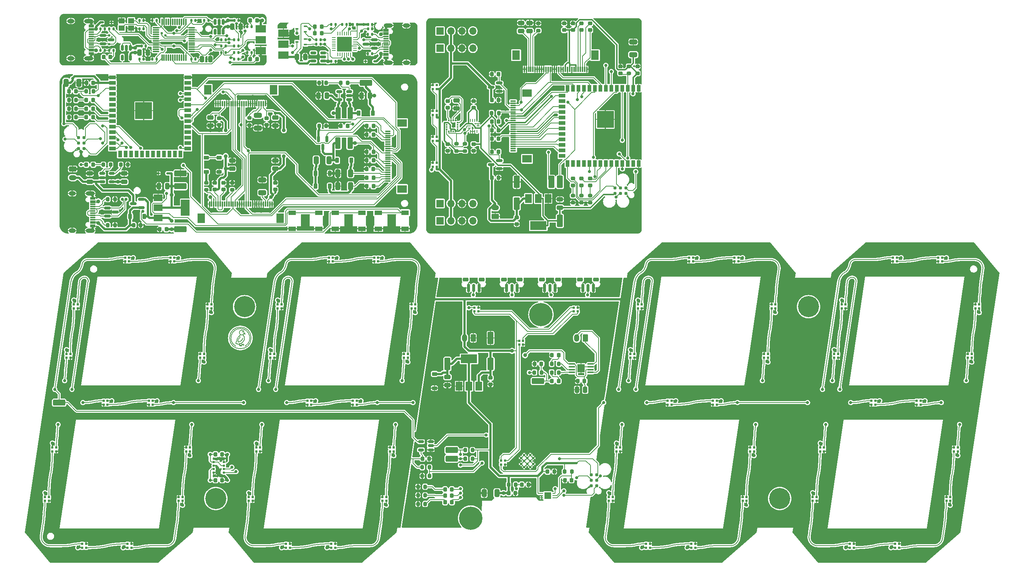
<source format=gbr>
G04 #@! TF.GenerationSoftware,KiCad,Pcbnew,7.0.4-40-g0180cb380f*
G04 #@! TF.CreationDate,2023-05-29T16:48:41-07:00*
G04 #@! TF.ProjectId,SevenSegment,53657665-6e53-4656-976d-656e742e6b69,rev?*
G04 #@! TF.SameCoordinates,Original*
G04 #@! TF.FileFunction,Copper,L1,Top*
G04 #@! TF.FilePolarity,Positive*
%FSLAX46Y46*%
G04 Gerber Fmt 4.6, Leading zero omitted, Abs format (unit mm)*
G04 Created by KiCad (PCBNEW 7.0.4-40-g0180cb380f) date 2023-05-29 16:48:41*
%MOMM*%
%LPD*%
G01*
G04 APERTURE LIST*
G04 Aperture macros list*
%AMRoundRect*
0 Rectangle with rounded corners*
0 $1 Rounding radius*
0 $2 $3 $4 $5 $6 $7 $8 $9 X,Y pos of 4 corners*
0 Add a 4 corners polygon primitive as box body*
4,1,4,$2,$3,$4,$5,$6,$7,$8,$9,$2,$3,0*
0 Add four circle primitives for the rounded corners*
1,1,$1+$1,$2,$3*
1,1,$1+$1,$4,$5*
1,1,$1+$1,$6,$7*
1,1,$1+$1,$8,$9*
0 Add four rect primitives between the rounded corners*
20,1,$1+$1,$2,$3,$4,$5,0*
20,1,$1+$1,$4,$5,$6,$7,0*
20,1,$1+$1,$6,$7,$8,$9,0*
20,1,$1+$1,$8,$9,$2,$3,0*%
G04 Aperture macros list end*
G04 #@! TA.AperFunction,EtchedComponent*
%ADD10C,0.200000*%
G04 #@! TD*
G04 #@! TA.AperFunction,EtchedComponent*
%ADD11C,0.160000*%
G04 #@! TD*
G04 #@! TA.AperFunction,HeatsinkPad*
%ADD12C,0.600000*%
G04 #@! TD*
G04 #@! TA.AperFunction,SMDPad,CuDef*
%ADD13R,3.900000X3.900000*%
G04 #@! TD*
G04 #@! TA.AperFunction,SMDPad,CuDef*
%ADD14R,1.500000X0.900000*%
G04 #@! TD*
G04 #@! TA.AperFunction,SMDPad,CuDef*
%ADD15R,0.900000X1.500000*%
G04 #@! TD*
G04 #@! TA.AperFunction,SMDPad,CuDef*
%ADD16R,0.500000X0.500000*%
G04 #@! TD*
G04 #@! TA.AperFunction,SMDPad,CuDef*
%ADD17RoundRect,0.218750X0.256250X-0.218750X0.256250X0.218750X-0.256250X0.218750X-0.256250X-0.218750X0*%
G04 #@! TD*
G04 #@! TA.AperFunction,SMDPad,CuDef*
%ADD18RoundRect,0.200000X-0.200000X-0.275000X0.200000X-0.275000X0.200000X0.275000X-0.200000X0.275000X0*%
G04 #@! TD*
G04 #@! TA.AperFunction,SMDPad,CuDef*
%ADD19RoundRect,0.187500X0.187500X0.712500X-0.187500X0.712500X-0.187500X-0.712500X0.187500X-0.712500X0*%
G04 #@! TD*
G04 #@! TA.AperFunction,SMDPad,CuDef*
%ADD20RoundRect,0.150000X0.150000X0.750000X-0.150000X0.750000X-0.150000X-0.750000X0.150000X-0.750000X0*%
G04 #@! TD*
G04 #@! TA.AperFunction,SMDPad,CuDef*
%ADD21RoundRect,0.225000X0.425000X0.225000X-0.425000X0.225000X-0.425000X-0.225000X0.425000X-0.225000X0*%
G04 #@! TD*
G04 #@! TA.AperFunction,SMDPad,CuDef*
%ADD22RoundRect,0.200000X0.200000X0.275000X-0.200000X0.275000X-0.200000X-0.275000X0.200000X-0.275000X0*%
G04 #@! TD*
G04 #@! TA.AperFunction,SMDPad,CuDef*
%ADD23RoundRect,0.225000X0.225000X0.250000X-0.225000X0.250000X-0.225000X-0.250000X0.225000X-0.250000X0*%
G04 #@! TD*
G04 #@! TA.AperFunction,SMDPad,CuDef*
%ADD24RoundRect,0.150000X0.512500X0.150000X-0.512500X0.150000X-0.512500X-0.150000X0.512500X-0.150000X0*%
G04 #@! TD*
G04 #@! TA.AperFunction,SMDPad,CuDef*
%ADD25RoundRect,0.250000X0.375000X1.075000X-0.375000X1.075000X-0.375000X-1.075000X0.375000X-1.075000X0*%
G04 #@! TD*
G04 #@! TA.AperFunction,SMDPad,CuDef*
%ADD26RoundRect,0.140000X-0.140000X-0.170000X0.140000X-0.170000X0.140000X0.170000X-0.140000X0.170000X0*%
G04 #@! TD*
G04 #@! TA.AperFunction,SMDPad,CuDef*
%ADD27RoundRect,0.225000X-0.250000X0.225000X-0.250000X-0.225000X0.250000X-0.225000X0.250000X0.225000X0*%
G04 #@! TD*
G04 #@! TA.AperFunction,SMDPad,CuDef*
%ADD28RoundRect,0.200000X-0.275000X0.200000X-0.275000X-0.200000X0.275000X-0.200000X0.275000X0.200000X0*%
G04 #@! TD*
G04 #@! TA.AperFunction,SMDPad,CuDef*
%ADD29RoundRect,0.250000X0.250000X0.475000X-0.250000X0.475000X-0.250000X-0.475000X0.250000X-0.475000X0*%
G04 #@! TD*
G04 #@! TA.AperFunction,SMDPad,CuDef*
%ADD30RoundRect,0.140000X0.140000X0.170000X-0.140000X0.170000X-0.140000X-0.170000X0.140000X-0.170000X0*%
G04 #@! TD*
G04 #@! TA.AperFunction,SMDPad,CuDef*
%ADD31RoundRect,0.250000X-0.250000X-0.475000X0.250000X-0.475000X0.250000X0.475000X-0.250000X0.475000X0*%
G04 #@! TD*
G04 #@! TA.AperFunction,SMDPad,CuDef*
%ADD32RoundRect,0.200000X0.275000X-0.200000X0.275000X0.200000X-0.275000X0.200000X-0.275000X-0.200000X0*%
G04 #@! TD*
G04 #@! TA.AperFunction,SMDPad,CuDef*
%ADD33RoundRect,0.135000X-0.135000X-0.185000X0.135000X-0.185000X0.135000X0.185000X-0.135000X0.185000X0*%
G04 #@! TD*
G04 #@! TA.AperFunction,SMDPad,CuDef*
%ADD34RoundRect,0.135000X0.135000X0.185000X-0.135000X0.185000X-0.135000X-0.185000X0.135000X-0.185000X0*%
G04 #@! TD*
G04 #@! TA.AperFunction,SMDPad,CuDef*
%ADD35RoundRect,0.218750X0.218750X0.256250X-0.218750X0.256250X-0.218750X-0.256250X0.218750X-0.256250X0*%
G04 #@! TD*
G04 #@! TA.AperFunction,SMDPad,CuDef*
%ADD36RoundRect,0.250000X-0.475000X0.250000X-0.475000X-0.250000X0.475000X-0.250000X0.475000X0.250000X0*%
G04 #@! TD*
G04 #@! TA.AperFunction,SMDPad,CuDef*
%ADD37R,1.800000X1.100000*%
G04 #@! TD*
G04 #@! TA.AperFunction,SMDPad,CuDef*
%ADD38RoundRect,0.225000X0.250000X-0.225000X0.250000X0.225000X-0.250000X0.225000X-0.250000X-0.225000X0*%
G04 #@! TD*
G04 #@! TA.AperFunction,SMDPad,CuDef*
%ADD39RoundRect,0.250000X0.450000X-1.175000X0.450000X1.175000X-0.450000X1.175000X-0.450000X-1.175000X0*%
G04 #@! TD*
G04 #@! TA.AperFunction,ComponentPad*
%ADD40C,0.800000*%
G04 #@! TD*
G04 #@! TA.AperFunction,ComponentPad*
%ADD41C,5.400000*%
G04 #@! TD*
G04 #@! TA.AperFunction,SMDPad,CuDef*
%ADD42RoundRect,0.250000X-1.175000X-0.450000X1.175000X-0.450000X1.175000X0.450000X-1.175000X0.450000X0*%
G04 #@! TD*
G04 #@! TA.AperFunction,SMDPad,CuDef*
%ADD43RoundRect,0.250000X0.325000X0.650000X-0.325000X0.650000X-0.325000X-0.650000X0.325000X-0.650000X0*%
G04 #@! TD*
G04 #@! TA.AperFunction,SMDPad,CuDef*
%ADD44RoundRect,0.225000X-0.225000X-0.250000X0.225000X-0.250000X0.225000X0.250000X-0.225000X0.250000X0*%
G04 #@! TD*
G04 #@! TA.AperFunction,SMDPad,CuDef*
%ADD45RoundRect,0.218750X-0.218750X-0.256250X0.218750X-0.256250X0.218750X0.256250X-0.218750X0.256250X0*%
G04 #@! TD*
G04 #@! TA.AperFunction,SMDPad,CuDef*
%ADD46RoundRect,0.250000X0.475000X-0.250000X0.475000X0.250000X-0.475000X0.250000X-0.475000X-0.250000X0*%
G04 #@! TD*
G04 #@! TA.AperFunction,SMDPad,CuDef*
%ADD47R,0.250000X0.675000*%
G04 #@! TD*
G04 #@! TA.AperFunction,SMDPad,CuDef*
%ADD48R,0.675000X0.250000*%
G04 #@! TD*
G04 #@! TA.AperFunction,ComponentPad*
%ADD49R,1.700000X1.700000*%
G04 #@! TD*
G04 #@! TA.AperFunction,ComponentPad*
%ADD50O,1.700000X1.700000*%
G04 #@! TD*
G04 #@! TA.AperFunction,ConnectorPad*
%ADD51C,0.787400*%
G04 #@! TD*
G04 #@! TA.AperFunction,SMDPad,CuDef*
%ADD52RoundRect,0.150000X-0.150000X0.512500X-0.150000X-0.512500X0.150000X-0.512500X0.150000X0.512500X0*%
G04 #@! TD*
G04 #@! TA.AperFunction,SMDPad,CuDef*
%ADD53RoundRect,0.225000X0.225000X0.375000X-0.225000X0.375000X-0.225000X-0.375000X0.225000X-0.375000X0*%
G04 #@! TD*
G04 #@! TA.AperFunction,SMDPad,CuDef*
%ADD54RoundRect,0.150000X0.587500X0.150000X-0.587500X0.150000X-0.587500X-0.150000X0.587500X-0.150000X0*%
G04 #@! TD*
G04 #@! TA.AperFunction,SMDPad,CuDef*
%ADD55RoundRect,0.125000X-0.137500X0.125000X-0.137500X-0.125000X0.137500X-0.125000X0.137500X0.125000X0*%
G04 #@! TD*
G04 #@! TA.AperFunction,SMDPad,CuDef*
%ADD56RoundRect,0.225000X-0.375000X0.225000X-0.375000X-0.225000X0.375000X-0.225000X0.375000X0.225000X0*%
G04 #@! TD*
G04 #@! TA.AperFunction,SMDPad,CuDef*
%ADD57RoundRect,0.100000X-0.625000X-0.100000X0.625000X-0.100000X0.625000X0.100000X-0.625000X0.100000X0*%
G04 #@! TD*
G04 #@! TA.AperFunction,ComponentPad*
%ADD58C,0.500000*%
G04 #@! TD*
G04 #@! TA.AperFunction,SMDPad,CuDef*
%ADD59R,1.680000X1.880000*%
G04 #@! TD*
G04 #@! TA.AperFunction,SMDPad,CuDef*
%ADD60R,0.300000X0.450000*%
G04 #@! TD*
G04 #@! TA.AperFunction,SMDPad,CuDef*
%ADD61R,0.450000X0.300000*%
G04 #@! TD*
G04 #@! TA.AperFunction,SMDPad,CuDef*
%ADD62RoundRect,0.250000X-0.325000X-0.650000X0.325000X-0.650000X0.325000X0.650000X-0.325000X0.650000X0*%
G04 #@! TD*
G04 #@! TA.AperFunction,SMDPad,CuDef*
%ADD63R,1.300000X0.300000*%
G04 #@! TD*
G04 #@! TA.AperFunction,SMDPad,CuDef*
%ADD64R,2.200000X1.800000*%
G04 #@! TD*
G04 #@! TA.AperFunction,SMDPad,CuDef*
%ADD65RoundRect,0.150000X-0.587500X-0.150000X0.587500X-0.150000X0.587500X0.150000X-0.587500X0.150000X0*%
G04 #@! TD*
G04 #@! TA.AperFunction,SMDPad,CuDef*
%ADD66RoundRect,0.250000X0.650000X-0.325000X0.650000X0.325000X-0.650000X0.325000X-0.650000X-0.325000X0*%
G04 #@! TD*
G04 #@! TA.AperFunction,SMDPad,CuDef*
%ADD67RoundRect,0.150000X-0.150000X0.587500X-0.150000X-0.587500X0.150000X-0.587500X0.150000X0.587500X0*%
G04 #@! TD*
G04 #@! TA.AperFunction,SMDPad,CuDef*
%ADD68R,2.340000X1.700000*%
G04 #@! TD*
G04 #@! TA.AperFunction,SMDPad,CuDef*
%ADD69RoundRect,0.112500X0.187500X0.112500X-0.187500X0.112500X-0.187500X-0.112500X0.187500X-0.112500X0*%
G04 #@! TD*
G04 #@! TA.AperFunction,SMDPad,CuDef*
%ADD70RoundRect,0.062500X0.337500X0.062500X-0.337500X0.062500X-0.337500X-0.062500X0.337500X-0.062500X0*%
G04 #@! TD*
G04 #@! TA.AperFunction,SMDPad,CuDef*
%ADD71RoundRect,0.062500X0.062500X0.337500X-0.062500X0.337500X-0.062500X-0.337500X0.062500X-0.337500X0*%
G04 #@! TD*
G04 #@! TA.AperFunction,SMDPad,CuDef*
%ADD72R,3.350000X3.350000*%
G04 #@! TD*
G04 #@! TA.AperFunction,ComponentPad*
%ADD73RoundRect,0.250000X0.625000X-0.350000X0.625000X0.350000X-0.625000X0.350000X-0.625000X-0.350000X0*%
G04 #@! TD*
G04 #@! TA.AperFunction,ComponentPad*
%ADD74O,1.750000X1.200000*%
G04 #@! TD*
G04 #@! TA.AperFunction,SMDPad,CuDef*
%ADD75R,1.150000X0.300000*%
G04 #@! TD*
G04 #@! TA.AperFunction,ComponentPad*
%ADD76O,2.100000X1.000000*%
G04 #@! TD*
G04 #@! TA.AperFunction,ComponentPad*
%ADD77O,1.600000X1.000000*%
G04 #@! TD*
G04 #@! TA.AperFunction,SMDPad,CuDef*
%ADD78RoundRect,0.112500X-0.187500X-0.112500X0.187500X-0.112500X0.187500X0.112500X-0.187500X0.112500X0*%
G04 #@! TD*
G04 #@! TA.AperFunction,SMDPad,CuDef*
%ADD79R,0.700000X0.450000*%
G04 #@! TD*
G04 #@! TA.AperFunction,SMDPad,CuDef*
%ADD80R,1.800000X2.200000*%
G04 #@! TD*
G04 #@! TA.AperFunction,SMDPad,CuDef*
%ADD81R,0.300000X1.300000*%
G04 #@! TD*
G04 #@! TA.AperFunction,SMDPad,CuDef*
%ADD82RoundRect,0.150000X-0.512500X-0.150000X0.512500X-0.150000X0.512500X0.150000X-0.512500X0.150000X0*%
G04 #@! TD*
G04 #@! TA.AperFunction,SMDPad,CuDef*
%ADD83RoundRect,0.250000X-0.375000X-1.075000X0.375000X-1.075000X0.375000X1.075000X-0.375000X1.075000X0*%
G04 #@! TD*
G04 #@! TA.AperFunction,SMDPad,CuDef*
%ADD84RoundRect,0.225000X-0.225000X-0.375000X0.225000X-0.375000X0.225000X0.375000X-0.225000X0.375000X0*%
G04 #@! TD*
G04 #@! TA.AperFunction,SMDPad,CuDef*
%ADD85R,2.000000X1.500000*%
G04 #@! TD*
G04 #@! TA.AperFunction,SMDPad,CuDef*
%ADD86R,2.000000X3.800000*%
G04 #@! TD*
G04 #@! TA.AperFunction,SMDPad,CuDef*
%ADD87RoundRect,0.075000X-0.662500X-0.075000X0.662500X-0.075000X0.662500X0.075000X-0.662500X0.075000X0*%
G04 #@! TD*
G04 #@! TA.AperFunction,SMDPad,CuDef*
%ADD88RoundRect,0.075000X-0.075000X-0.662500X0.075000X-0.662500X0.075000X0.662500X-0.075000X0.662500X0*%
G04 #@! TD*
G04 #@! TA.AperFunction,SMDPad,CuDef*
%ADD89RoundRect,0.225000X0.375000X-0.225000X0.375000X0.225000X-0.375000X0.225000X-0.375000X-0.225000X0*%
G04 #@! TD*
G04 #@! TA.AperFunction,SMDPad,CuDef*
%ADD90R,1.500000X2.000000*%
G04 #@! TD*
G04 #@! TA.AperFunction,SMDPad,CuDef*
%ADD91R,3.800000X2.000000*%
G04 #@! TD*
G04 #@! TA.AperFunction,ComponentPad*
%ADD92RoundRect,0.250000X-0.625000X0.350000X-0.625000X-0.350000X0.625000X-0.350000X0.625000X0.350000X0*%
G04 #@! TD*
G04 #@! TA.AperFunction,SMDPad,CuDef*
%ADD93R,0.550000X0.250000*%
G04 #@! TD*
G04 #@! TA.AperFunction,SMDPad,CuDef*
%ADD94R,1.600000X1.600000*%
G04 #@! TD*
G04 #@! TA.AperFunction,SMDPad,CuDef*
%ADD95R,1.400000X1.200000*%
G04 #@! TD*
G04 #@! TA.AperFunction,SMDPad,CuDef*
%ADD96RoundRect,0.250000X-0.650000X0.325000X-0.650000X-0.325000X0.650000X-0.325000X0.650000X0.325000X0*%
G04 #@! TD*
G04 #@! TA.AperFunction,ComponentPad*
%ADD97RoundRect,0.250000X0.350000X0.625000X-0.350000X0.625000X-0.350000X-0.625000X0.350000X-0.625000X0*%
G04 #@! TD*
G04 #@! TA.AperFunction,ComponentPad*
%ADD98O,1.200000X1.750000*%
G04 #@! TD*
G04 #@! TA.AperFunction,ViaPad*
%ADD99C,4.900000*%
G04 #@! TD*
G04 #@! TA.AperFunction,ViaPad*
%ADD100C,0.900000*%
G04 #@! TD*
G04 #@! TA.AperFunction,ViaPad*
%ADD101C,0.700000*%
G04 #@! TD*
G04 #@! TA.AperFunction,ViaPad*
%ADD102C,0.600000*%
G04 #@! TD*
G04 #@! TA.AperFunction,Conductor*
%ADD103C,0.200000*%
G04 #@! TD*
G04 #@! TA.AperFunction,Conductor*
%ADD104C,0.500000*%
G04 #@! TD*
G04 #@! TA.AperFunction,Conductor*
%ADD105C,0.160000*%
G04 #@! TD*
G04 #@! TA.AperFunction,Conductor*
%ADD106C,0.150000*%
G04 #@! TD*
G04 #@! TA.AperFunction,Conductor*
%ADD107C,0.300000*%
G04 #@! TD*
G04 APERTURE END LIST*
D10*
X-88152198Y-135450000D02*
X-87887277Y-135574087D01*
X-87887277Y-135574087D02*
X-87590950Y-135624715D01*
X-87590950Y-135624715D02*
X-87281673Y-135598730D01*
X-87281673Y-135598730D02*
X-86978705Y-135497751D01*
X-87280000Y-135595710D02*
X-87292004Y-135346914D01*
X-87230743Y-135968905D02*
X-87280000Y-135595710D01*
X-86978705Y-135497751D02*
X-86700915Y-135328065D01*
X-86700915Y-135328065D02*
X-86465602Y-135100241D01*
X-86697442Y-135761450D02*
X-86806298Y-135402597D01*
X-86465602Y-135100241D02*
X-86287421Y-134828467D01*
X-86301946Y-133658630D02*
X-86486250Y-133437139D01*
X-86287421Y-134828467D02*
X-86177469Y-134529667D01*
X-86184965Y-133925950D02*
X-86301946Y-133658630D01*
X-86177469Y-134529667D02*
X-86142593Y-134222451D01*
X-86142593Y-134222451D02*
X-86184965Y-133925950D01*
X-85986252Y-136094429D02*
G75*
G03*
X-88173750Y-136094428I-1093748J1894429D01*
G01*
X-87383506Y-133808540D02*
G75*
G03*
X-87889365Y-134747561I742356J-1005680D01*
G01*
X-88152198Y-135450000D02*
G75*
G03*
X-87889365Y-134747562I-985385J769097D01*
G01*
D11*
X-87093396Y-133956933D02*
G75*
G03*
X-87653837Y-135157346I680276J-1048637D01*
G01*
X-86793243Y-135843905D02*
G75*
G03*
X-87293115Y-135968832I-31377J-936985D01*
G01*
D10*
X-87383507Y-133808538D02*
G75*
G03*
X-87048751Y-133437139I-742390J1005707D01*
G01*
D11*
X-87293243Y-135968904D02*
G75*
G03*
X-86793390Y-136093910I468620J811977D01*
G01*
X-86793243Y-135843905D02*
G75*
G03*
X-86793243Y-135968905I0J-62500D01*
G01*
X-86793243Y-135968905D02*
G75*
G03*
X-86793243Y-136093905I0J-62500D01*
G01*
X-86259942Y-135636449D02*
G75*
G03*
X-86759814Y-135761377I-31368J-937011D01*
G01*
X-86459260Y-132792648D02*
G75*
G03*
X-86700740Y-132792648I-120740J-32352D01*
G01*
X-87653812Y-135157554D02*
G75*
G03*
X-86504054Y-134200734I-65790J1248266D01*
G01*
X-86759943Y-135761451D02*
G75*
G03*
X-86260089Y-135886455I468623J812001D01*
G01*
X-86259942Y-135636450D02*
G75*
G03*
X-86259942Y-135761450I2J-62500D01*
G01*
X-86259942Y-135761450D02*
G75*
G03*
X-86259942Y-135886450I2J-62500D01*
G01*
X-86210820Y-133030713D02*
G75*
G03*
X-85901164Y-133308848I548630J299363D01*
G01*
X-86316795Y-133286557D02*
G75*
G03*
X-85901156Y-133308703I239175J577407D01*
G01*
D10*
X-84580000Y-134200000D02*
G75*
G03*
X-84580000Y-134200000I-2500000J0D01*
G01*
X-86205000Y-132950000D02*
G75*
G03*
X-86205000Y-132950000I-562500J0D01*
G01*
D12*
X-108100000Y-82160000D03*
X-108100000Y-80760000D03*
X-108800000Y-82860000D03*
X-108800000Y-81460000D03*
X-108800000Y-80060000D03*
X-109500000Y-82160000D03*
D13*
X-109500000Y-81460000D03*
D12*
X-109500000Y-80760000D03*
X-110200000Y-82860000D03*
X-110200000Y-81460000D03*
X-110200000Y-80060000D03*
X-110900000Y-82160000D03*
X-110900000Y-80760000D03*
D14*
X-99250000Y-73740000D03*
X-99250000Y-75010000D03*
X-99250000Y-76280000D03*
X-99250000Y-77550000D03*
X-99250000Y-78820000D03*
X-99250000Y-80090000D03*
X-99250000Y-81360000D03*
X-99250000Y-82630000D03*
X-99250000Y-83900000D03*
X-99250000Y-85170000D03*
X-99250000Y-86440000D03*
X-99250000Y-87710000D03*
X-99250000Y-88980000D03*
X-99250000Y-90250000D03*
D15*
X-101015000Y-91500000D03*
X-102285000Y-91500000D03*
X-103555000Y-91500000D03*
X-104825000Y-91500000D03*
X-106095000Y-91500000D03*
X-107365000Y-91500000D03*
X-108635000Y-91500000D03*
X-109905000Y-91500000D03*
X-111175000Y-91500000D03*
X-112445000Y-91500000D03*
X-113715000Y-91500000D03*
X-114985000Y-91500000D03*
D14*
X-116750000Y-90250000D03*
X-116750000Y-88980000D03*
X-116750000Y-87710000D03*
X-116750000Y-86440000D03*
X-116750000Y-85170000D03*
X-116750000Y-83900000D03*
X-116750000Y-82630000D03*
X-116750000Y-81360000D03*
X-116750000Y-80090000D03*
X-116750000Y-78820000D03*
X-116750000Y-77550000D03*
X-116750000Y-76280000D03*
X-116750000Y-75010000D03*
X-116750000Y-73740000D03*
D15*
X5260000Y-76250000D03*
X3990000Y-76250000D03*
X2720000Y-76250000D03*
X1450000Y-76250000D03*
X180000Y-76250000D03*
X-1090000Y-76250000D03*
X-2360000Y-76250000D03*
X-3630000Y-76250000D03*
X-4900000Y-76250000D03*
X-6170000Y-76250000D03*
X-7440000Y-76250000D03*
X-8710000Y-76250000D03*
X-9980000Y-76250000D03*
X-11250000Y-76250000D03*
D14*
X-12500000Y-78015000D03*
X-12500000Y-79285000D03*
X-12500000Y-80555000D03*
X-12500000Y-81825000D03*
X-12500000Y-83095000D03*
X-12500000Y-84365000D03*
X-12500000Y-85635000D03*
X-12500000Y-86905000D03*
X-12500000Y-88175000D03*
X-12500000Y-89445000D03*
X-12500000Y-90715000D03*
X-12500000Y-91985000D03*
D15*
X-11250000Y-93750000D03*
X-9980000Y-93750000D03*
X-8710000Y-93750000D03*
X-7440000Y-93750000D03*
X-6170000Y-93750000D03*
X-4900000Y-93750000D03*
X-3630000Y-93750000D03*
X-2360000Y-93750000D03*
X-1090000Y-93750000D03*
X180000Y-93750000D03*
X1450000Y-93750000D03*
X2720000Y-93750000D03*
X3990000Y-93750000D03*
X5260000Y-93750000D03*
D12*
X-1760000Y-82100000D03*
X-3160000Y-82100000D03*
X-1060000Y-82800000D03*
X-2460000Y-82800000D03*
X-3860000Y-82800000D03*
X-1760000Y-83500000D03*
D13*
X-2460000Y-83500000D03*
D12*
X-3160000Y-83500000D03*
X-1060000Y-84200000D03*
X-2460000Y-84200000D03*
X-3860000Y-84200000D03*
X-1760000Y-84900000D03*
X-3160000Y-84900000D03*
D16*
X22470000Y-148750000D03*
X22470000Y-149650000D03*
X23370000Y-149650000D03*
X23370000Y-148750000D03*
X-132382000Y-172000000D03*
X-131482000Y-172000000D03*
X-131482000Y-171100000D03*
X-132382000Y-171100000D03*
D17*
X-10000000Y-98787500D03*
X-10000000Y-97212500D03*
D18*
X-11905000Y-165200000D03*
X-10255000Y-165200000D03*
D16*
X-42450000Y-88450000D03*
X-41550000Y-88450000D03*
X-41550000Y-87550000D03*
X-42450000Y-87550000D03*
D19*
X-14088000Y-122600000D03*
X-16538000Y-122600000D03*
D20*
X-15313000Y-122600000D03*
D21*
X-13463000Y-120650000D03*
X-17163000Y-120650000D03*
D22*
X-43255000Y-166200000D03*
X-44905000Y-166200000D03*
D23*
X-13305000Y-138200000D03*
X-14855000Y-138200000D03*
D24*
X-64137500Y-78950000D03*
X-64137500Y-77050000D03*
X-61862500Y-77050000D03*
X-61862500Y-78000000D03*
X-61862500Y-78950000D03*
D16*
X-113800000Y-115550000D03*
X-113800000Y-116450000D03*
X-112900000Y-116450000D03*
X-112900000Y-115550000D03*
D25*
X-64450000Y-89000000D03*
X-61650000Y-89000000D03*
D22*
X-122825000Y-77000000D03*
X-121175000Y-77000000D03*
D26*
X-98480000Y-60500000D03*
X-97520000Y-60500000D03*
D27*
X-29080000Y-143425000D03*
X-29080000Y-144975000D03*
D16*
X16950000Y-115550000D03*
X16950000Y-116450000D03*
X17850000Y-116450000D03*
X17850000Y-115550000D03*
D22*
X-68825000Y-75000000D03*
X-67175000Y-75000000D03*
D16*
X82498000Y-137900000D03*
X81598000Y-137900000D03*
X81598000Y-138800000D03*
X82498000Y-138800000D03*
D26*
X-57480000Y-61500000D03*
X-56520000Y-61500000D03*
D16*
X52322000Y-127300000D03*
X53222000Y-127300000D03*
X53222000Y-126400000D03*
X52322000Y-126400000D03*
X-125677000Y-127300000D03*
X-124777000Y-127300000D03*
X-124777000Y-126400000D03*
X-125677000Y-126400000D03*
D26*
X-57480000Y-62500000D03*
X-56520000Y-62500000D03*
D28*
X-85000000Y-84825000D03*
X-85000000Y-83175000D03*
D29*
X-68950000Y-78000000D03*
X-67050000Y-78000000D03*
D16*
X79242000Y-159600000D03*
X78342000Y-159600000D03*
X78342000Y-160500000D03*
X79242000Y-160500000D03*
D30*
X-106520000Y-60500000D03*
X-107480000Y-60500000D03*
D31*
X-73950000Y-69000000D03*
X-72050000Y-69000000D03*
D32*
X-37000000Y-90825000D03*
X-37000000Y-89175000D03*
D22*
X-44255000Y-170700000D03*
X-45905000Y-170700000D03*
D16*
X7890000Y-182850000D03*
X7890000Y-181950000D03*
X6990000Y-181950000D03*
X6990000Y-182850000D03*
D33*
X-91510000Y-68000000D03*
X-90490000Y-68000000D03*
D34*
X-118490000Y-67500000D03*
X-119510000Y-67500000D03*
D22*
X-44255000Y-172700000D03*
X-45905000Y-172700000D03*
D30*
X-60020000Y-61500000D03*
X-60980000Y-61500000D03*
D35*
X-117212500Y-69000000D03*
X-118787500Y-69000000D03*
D16*
X-80153000Y-138800000D03*
X-79253000Y-138800000D03*
X-79253000Y-137900000D03*
X-80153000Y-137900000D03*
D36*
X-37000000Y-79050000D03*
X-37000000Y-80950000D03*
D24*
X-67862500Y-69950000D03*
X-67862500Y-69000000D03*
X-67862500Y-68050000D03*
X-70137500Y-68050000D03*
X-70137500Y-69950000D03*
D18*
X-44905000Y-164200000D03*
X-43255000Y-164200000D03*
X-14905000Y-142200000D03*
X-13255000Y-142200000D03*
D16*
X69720000Y-148750000D03*
X69720000Y-149650000D03*
X70620000Y-149650000D03*
X70620000Y-148750000D03*
D19*
X-22922000Y-122600000D03*
X-25372000Y-122600000D03*
D20*
X-24147000Y-122600000D03*
D21*
X-22297000Y-120650000D03*
X-25997000Y-120650000D03*
D16*
X64200000Y-115550000D03*
X64200000Y-116450000D03*
X65100000Y-116450000D03*
X65100000Y-115550000D03*
D37*
X-68900000Y-108850000D03*
X-75100000Y-108850000D03*
X-68900000Y-105150000D03*
X-75100000Y-105150000D03*
D16*
X-130658000Y-160500000D03*
X-129758000Y-160500000D03*
X-129758000Y-159600000D03*
X-130658000Y-159600000D03*
X-71530000Y-148750000D03*
X-71530000Y-149650000D03*
X-70630000Y-149650000D03*
X-70630000Y-148750000D03*
X50597000Y-138800000D03*
X51497000Y-138800000D03*
X51497000Y-137900000D03*
X50597000Y-137900000D03*
X-51508000Y-159600000D03*
X-52408000Y-159600000D03*
X-52408000Y-160500000D03*
X-51508000Y-160500000D03*
X-53233000Y-171100000D03*
X-54133000Y-171100000D03*
X-54133000Y-172000000D03*
X-53233000Y-172000000D03*
D34*
X-84490000Y-62000000D03*
X-85510000Y-62000000D03*
D38*
X-10000000Y-62775000D03*
X-10000000Y-61225000D03*
D39*
X-15000000Y-98000000D03*
D40*
X-19405000Y-128780000D03*
X-18811891Y-127348109D03*
X-18811891Y-130211891D03*
X-17380000Y-126755000D03*
D41*
X-17380000Y-128780000D03*
D40*
X-17380000Y-130805000D03*
X-15948109Y-127348109D03*
X-15948109Y-130211891D03*
X-15355000Y-128780000D03*
D42*
X-101000000Y-109000000D03*
D29*
X-105950000Y-99000000D03*
X-104050000Y-99000000D03*
D43*
X-69475000Y-93000000D03*
X-66525000Y-93000000D03*
D44*
X-28775000Y-79000000D03*
X-27225000Y-79000000D03*
D37*
X-58900000Y-108850000D03*
X-65100000Y-108850000D03*
X-58900000Y-105150000D03*
X-65100000Y-105150000D03*
D31*
X-88950000Y-62000000D03*
X-87050000Y-62000000D03*
D45*
X-121212500Y-79000000D03*
X-122787500Y-79000000D03*
D36*
X-94000000Y-84950000D03*
X-94000000Y-83050000D03*
D23*
X-27225000Y-86000000D03*
X-28775000Y-86000000D03*
D16*
X36973000Y-126400000D03*
X36073000Y-126400000D03*
X36073000Y-127300000D03*
X36973000Y-127300000D03*
D46*
X-122000000Y-96050000D03*
X-122000000Y-97950000D03*
D16*
X-32790000Y-127150000D03*
X-32790000Y-128050000D03*
X-31890000Y-128050000D03*
X-31890000Y-127150000D03*
D44*
X-44855000Y-162200000D03*
X-43305000Y-162200000D03*
D47*
X-33750000Y-86262500D03*
X-33250000Y-86262500D03*
X-32750000Y-86262500D03*
X-32250000Y-86262500D03*
D48*
X-31987500Y-85500000D03*
X-31987500Y-85000000D03*
X-31987500Y-84500000D03*
D47*
X-32250000Y-83737500D03*
X-32750000Y-83737500D03*
X-33250000Y-83737500D03*
X-33750000Y-83737500D03*
D48*
X-34012500Y-84500000D03*
X-34012500Y-85000000D03*
X-34012500Y-85500000D03*
D18*
X-67175000Y-85000000D03*
X-68825000Y-85000000D03*
X-110175000Y-108000000D03*
X-111825000Y-108000000D03*
D49*
X-40800000Y-107000000D03*
D50*
X-38260000Y-107000000D03*
X-35720000Y-107000000D03*
X-33180000Y-107000000D03*
D32*
X-89000000Y-98175000D03*
X-89000000Y-99825000D03*
D30*
X-106520000Y-69500000D03*
X-107480000Y-69500000D03*
D16*
X-1632000Y-172000000D03*
X-732000Y-172000000D03*
X-732000Y-171100000D03*
X-1632000Y-171100000D03*
D51*
X-270000Y-100635000D03*
X-270000Y-99365000D03*
X1000000Y-100635000D03*
X1000000Y-99365000D03*
X2270000Y-100635000D03*
X2270000Y-99365000D03*
D52*
X-91050000Y-60862500D03*
X-92000000Y-60862500D03*
X-92950000Y-60862500D03*
X-92950000Y-63137500D03*
X-91050000Y-63137500D03*
X-112550000Y-66862500D03*
X-113500000Y-66862500D03*
X-114450000Y-66862500D03*
X-114450000Y-69137500D03*
X-112550000Y-69137500D03*
D53*
X-59650000Y-82000000D03*
X-56350000Y-82000000D03*
D42*
X-38080000Y-160200000D03*
D22*
X-33255000Y-162200000D03*
X-34905000Y-162200000D03*
D49*
X-40800000Y-63000000D03*
D50*
X-38260000Y-63000000D03*
X-35720000Y-63000000D03*
X-33180000Y-63000000D03*
D29*
X-7130000Y-146200000D03*
X-9030000Y-146200000D03*
D33*
X-63510000Y-61500000D03*
X-62490000Y-61500000D03*
D44*
X-15855000Y-165200000D03*
X-14305000Y-165200000D03*
D35*
X-68212500Y-62000000D03*
X-69787500Y-62000000D03*
D23*
X-57775000Y-93000000D03*
X-56225000Y-93000000D03*
D16*
X45617000Y-172000000D03*
X46517000Y-172000000D03*
X46517000Y-171100000D03*
X45617000Y-171100000D03*
D54*
X-27062500Y-94950000D03*
X-27062500Y-93050000D03*
X-28937500Y-94000000D03*
D16*
X-46528000Y-126400000D03*
X-47428000Y-126400000D03*
X-47428000Y-127300000D03*
X-46528000Y-127300000D03*
D22*
X-117825000Y-108000000D03*
X-116175000Y-108000000D03*
D16*
X-9790000Y-127150000D03*
X-9790000Y-128050000D03*
X-8890000Y-128050000D03*
X-8890000Y-127150000D03*
D38*
X-79000000Y-98225000D03*
X-79000000Y-99775000D03*
D23*
X-7305000Y-144200000D03*
X-8855000Y-144200000D03*
D22*
X-44255000Y-168700000D03*
X-45905000Y-168700000D03*
D32*
X-95000000Y-98175000D03*
X-95000000Y-99825000D03*
D23*
X-17305000Y-140200000D03*
X-18855000Y-140200000D03*
D22*
X-117825000Y-102000000D03*
X-116175000Y-102000000D03*
D16*
X-25715000Y-162650000D03*
X-26615000Y-162650000D03*
X-26615000Y-163550000D03*
X-25715000Y-163550000D03*
D39*
X-23000000Y-103000000D03*
D16*
X31993000Y-159600000D03*
X31093000Y-159600000D03*
X31093000Y-160500000D03*
X31993000Y-160500000D03*
X-85133000Y-172000000D03*
X-84233000Y-172000000D03*
X-84233000Y-171100000D03*
X-85133000Y-171100000D03*
D34*
X-116490000Y-62500000D03*
X-117510000Y-62500000D03*
D51*
X-123365000Y-90270000D03*
X-124635000Y-90270000D03*
X-123365000Y-89000000D03*
X-124635000Y-89000000D03*
X-123365000Y-87730000D03*
X-124635000Y-87730000D03*
D18*
X-24905000Y-168200000D03*
X-23255000Y-168200000D03*
D55*
X-90892500Y-163000000D03*
X-90892500Y-163800000D03*
X-90892500Y-164600000D03*
X-90892500Y-165400000D03*
X-93267500Y-165400000D03*
X-93267500Y-164600000D03*
X-93267500Y-163800000D03*
X-93267500Y-163000000D03*
D16*
X-118780000Y-148750000D03*
X-118780000Y-149650000D03*
X-117880000Y-149650000D03*
X-117880000Y-148750000D03*
D56*
X-42080000Y-142550000D03*
X-42080000Y-145850000D03*
D39*
X-29080000Y-140200000D03*
D57*
X-10230000Y-140225000D03*
X-10230000Y-140875000D03*
X-10230000Y-141525000D03*
X-10230000Y-142175000D03*
X-5930000Y-142175000D03*
X-5930000Y-141525000D03*
X-5930000Y-140875000D03*
X-5930000Y-140225000D03*
D58*
X-8630000Y-140550000D03*
X-8630000Y-141850000D03*
D59*
X-8080000Y-141200000D03*
D58*
X-7530000Y-140550000D03*
X-7530000Y-141850000D03*
D16*
X74700000Y-115550000D03*
X74700000Y-116450000D03*
X75600000Y-116450000D03*
X75600000Y-115550000D03*
D38*
X-12000000Y-62775000D03*
X-12000000Y-61225000D03*
D19*
X-31755000Y-122600000D03*
X-34205000Y-122600000D03*
D20*
X-32980000Y-122600000D03*
D21*
X-31130000Y-120650000D03*
X-34830000Y-120650000D03*
D34*
X-84490000Y-68000000D03*
X-85510000Y-68000000D03*
D60*
X-38750000Y-86275000D03*
X-38250000Y-86275000D03*
X-37750000Y-86275000D03*
X-37250000Y-86275000D03*
D61*
X-36725000Y-85750000D03*
X-36725000Y-85250000D03*
X-36725000Y-84750000D03*
X-36725000Y-84250000D03*
D60*
X-37250000Y-83725000D03*
X-37750000Y-83725000D03*
X-38250000Y-83725000D03*
X-38750000Y-83725000D03*
D61*
X-39275000Y-84250000D03*
X-39275000Y-84750000D03*
X-39275000Y-85250000D03*
X-39275000Y-85750000D03*
D34*
X-68490000Y-65000000D03*
X-69510000Y-65000000D03*
D33*
X-66010000Y-61500000D03*
X-64990000Y-61500000D03*
D23*
X-13305000Y-144200000D03*
X-14855000Y-144200000D03*
D34*
X-118490000Y-62500000D03*
X-119510000Y-62500000D03*
D62*
X-61525000Y-99000000D03*
X-64475000Y-99000000D03*
D63*
X-23850000Y-90750000D03*
X-23850000Y-90250000D03*
X-23850000Y-89750000D03*
X-23850000Y-89250000D03*
X-23850000Y-88750000D03*
X-23850000Y-88250000D03*
X-23850000Y-87750000D03*
X-23850000Y-87250000D03*
X-23850000Y-86750000D03*
X-23850000Y-86250000D03*
X-23850000Y-85750000D03*
X-23850000Y-85250000D03*
X-23850000Y-84750000D03*
X-23850000Y-84250000D03*
X-23850000Y-83750000D03*
X-23850000Y-83250000D03*
X-23850000Y-82750000D03*
X-23850000Y-82250000D03*
X-23850000Y-81750000D03*
X-23850000Y-81250000D03*
X-23850000Y-80750000D03*
X-23850000Y-80250000D03*
X-23850000Y-79750000D03*
X-23850000Y-79250000D03*
D64*
X-20600000Y-92650000D03*
X-20600000Y-77350000D03*
D23*
X-126775000Y-77000000D03*
X-125225000Y-77000000D03*
D65*
X-118937500Y-64050000D03*
X-118937500Y-65950000D03*
X-117062500Y-65000000D03*
D33*
X-57510000Y-63750000D03*
X-56490000Y-63750000D03*
D32*
X-18000000Y-62875000D03*
X-18000000Y-61225000D03*
D39*
X-39080000Y-140200000D03*
D33*
X-88510000Y-69500000D03*
X-87490000Y-69500000D03*
D18*
X-113175000Y-94000000D03*
X-114825000Y-94000000D03*
D44*
X-56225000Y-85000000D03*
X-57775000Y-85000000D03*
D35*
X-68212500Y-63500000D03*
X-69787500Y-63500000D03*
D66*
X-82000000Y-97525000D03*
X-82000000Y-100475000D03*
D16*
X30268000Y-171100000D03*
X29368000Y-171100000D03*
X29368000Y-172000000D03*
X30268000Y-172000000D03*
D67*
X-68000000Y-89937500D03*
X-68950000Y-88062500D03*
X-67050000Y-88062500D03*
D68*
X-77130000Y-68545000D03*
X-77130000Y-66005000D03*
X-77130000Y-63465000D03*
D23*
X-57775000Y-87000000D03*
X-56225000Y-87000000D03*
D69*
X-55950000Y-70000000D03*
X-58050000Y-70000000D03*
D70*
X-60550000Y-67500000D03*
X-60550000Y-67000000D03*
X-60550000Y-66500000D03*
X-60550000Y-66000000D03*
X-60550000Y-65500000D03*
X-60550000Y-65000000D03*
X-60550000Y-64500000D03*
D71*
X-61500000Y-63550000D03*
X-62000000Y-63550000D03*
X-62500000Y-63550000D03*
X-63000000Y-63550000D03*
X-63500000Y-63550000D03*
X-64000000Y-63550000D03*
X-64500000Y-63550000D03*
D70*
X-65450000Y-64500000D03*
X-65450000Y-65000000D03*
X-65450000Y-65500000D03*
X-65450000Y-66000000D03*
X-65450000Y-66500000D03*
X-65450000Y-67000000D03*
X-65450000Y-67500000D03*
D71*
X-64500000Y-68450000D03*
X-64000000Y-68450000D03*
X-63500000Y-68450000D03*
X-63000000Y-68450000D03*
X-62500000Y-68450000D03*
X-62000000Y-68450000D03*
X-61500000Y-68450000D03*
D72*
X-63000000Y-66000000D03*
D26*
X-65980000Y-70000000D03*
X-65020000Y-70000000D03*
D28*
X3000000Y-71175000D03*
X3000000Y-72825000D03*
D54*
X-56062500Y-66950000D03*
X-56062500Y-65050000D03*
X-57937500Y-66000000D03*
D33*
X-91510000Y-66500000D03*
X-90490000Y-66500000D03*
D73*
X-28000000Y-106000000D03*
D74*
X-28000000Y-104000000D03*
D16*
X-61030000Y-148750000D03*
X-61030000Y-149650000D03*
X-60130000Y-149650000D03*
X-60130000Y-148750000D03*
X93000Y-160500000D03*
X993000Y-160500000D03*
X993000Y-159600000D03*
X93000Y-159600000D03*
D53*
X-64650000Y-93000000D03*
X-61350000Y-93000000D03*
D16*
X55140000Y-182850000D03*
X55140000Y-181950000D03*
X54240000Y-181950000D03*
X54240000Y-182850000D03*
D75*
X-53345000Y-69350000D03*
X-53345000Y-68550000D03*
X-53345000Y-67250000D03*
X-53345000Y-66250000D03*
X-53345000Y-65750000D03*
X-53345000Y-64750000D03*
X-53345000Y-63450000D03*
X-53345000Y-62650000D03*
X-53345000Y-62950000D03*
X-53345000Y-63750000D03*
X-53345000Y-64250000D03*
X-53345000Y-65250000D03*
X-53345000Y-66750000D03*
X-53345000Y-67750000D03*
X-53345000Y-68250000D03*
X-53345000Y-69050000D03*
D76*
X-52780000Y-70320000D03*
D77*
X-48600000Y-70320000D03*
D76*
X-52780000Y-61680000D03*
D77*
X-48600000Y-61680000D03*
D16*
X47342000Y-160500000D03*
X48242000Y-160500000D03*
X48242000Y-159600000D03*
X47342000Y-159600000D03*
D78*
X-119050000Y-61000000D03*
X-116950000Y-61000000D03*
D49*
X-40800000Y-103000000D03*
D50*
X-38260000Y-103000000D03*
X-35720000Y-103000000D03*
X-33180000Y-103000000D03*
D54*
X-27062500Y-76950000D03*
X-27062500Y-75050000D03*
X-28937500Y-76000000D03*
D22*
X-63825000Y-75000000D03*
X-62175000Y-75000000D03*
D26*
X-88480000Y-60500000D03*
X-87520000Y-60500000D03*
D40*
X-35705000Y-176000000D03*
X-35111891Y-174568109D03*
X-35111891Y-177431891D03*
X-33680000Y-173975000D03*
D41*
X-33680000Y-176000000D03*
D40*
X-33680000Y-178025000D03*
X-32248109Y-174568109D03*
X-32248109Y-177431891D03*
X-31655000Y-176000000D03*
D34*
X-87490000Y-65000000D03*
X-88510000Y-65000000D03*
D46*
X-89000000Y-93050000D03*
X-89000000Y-94950000D03*
D16*
X77517000Y-171100000D03*
X76617000Y-171100000D03*
X76617000Y-172000000D03*
X77517000Y-172000000D03*
X35248000Y-137900000D03*
X34348000Y-137900000D03*
X34348000Y-138800000D03*
X35248000Y-138800000D03*
D46*
X-20000000Y-63000000D03*
X-20000000Y-61100000D03*
D29*
X-58950000Y-78000000D03*
X-57050000Y-78000000D03*
D79*
X-72000000Y-66150000D03*
X-72000000Y-64850000D03*
X-74000000Y-65500000D03*
D16*
X-48253000Y-137900000D03*
X-49153000Y-137900000D03*
X-49153000Y-138800000D03*
X-48253000Y-138800000D03*
D45*
X-121212500Y-81000000D03*
X-122787500Y-81000000D03*
D16*
X-56050000Y-115550000D03*
X-56050000Y-116450000D03*
X-55150000Y-116450000D03*
X-55150000Y-115550000D03*
D43*
X-27605000Y-170200000D03*
X-30555000Y-170200000D03*
D16*
X18390000Y-182850000D03*
X18390000Y-181950000D03*
X17490000Y-181950000D03*
X17490000Y-182850000D03*
D23*
X-57775000Y-99000000D03*
X-56225000Y-99000000D03*
D39*
X-13000000Y-107000000D03*
D36*
X-79000000Y-84950000D03*
X-79000000Y-83050000D03*
D33*
X-95510000Y-60500000D03*
X-94490000Y-60500000D03*
D46*
X-22000000Y-63000000D03*
X-22000000Y-61100000D03*
D38*
X-6000000Y-62775000D03*
X-6000000Y-61225000D03*
D16*
X-100482000Y-171100000D03*
X-101382000Y-171100000D03*
X-101382000Y-172000000D03*
X-100482000Y-172000000D03*
D43*
X-64475000Y-96000000D03*
X-61525000Y-96000000D03*
D16*
X27450000Y-115550000D03*
X27450000Y-116450000D03*
X28350000Y-116450000D03*
X28350000Y-115550000D03*
D80*
X-77850000Y-106400000D03*
X-96150000Y-106400000D03*
D81*
X-79750000Y-103150000D03*
X-80250000Y-103150000D03*
X-80750000Y-103150000D03*
X-81250000Y-103150000D03*
X-81750000Y-103150000D03*
X-82250000Y-103150000D03*
X-82750000Y-103150000D03*
X-83250000Y-103150000D03*
X-83750000Y-103150000D03*
X-84250000Y-103150000D03*
X-84750000Y-103150000D03*
X-85250000Y-103150000D03*
X-85750000Y-103150000D03*
X-86250000Y-103150000D03*
X-86750000Y-103150000D03*
X-87250000Y-103150000D03*
X-87750000Y-103150000D03*
X-88250000Y-103150000D03*
X-88750000Y-103150000D03*
X-89250000Y-103150000D03*
X-89750000Y-103150000D03*
X-90250000Y-103150000D03*
X-90750000Y-103150000D03*
X-91250000Y-103150000D03*
X-91750000Y-103150000D03*
X-92250000Y-103150000D03*
X-92750000Y-103150000D03*
X-93250000Y-103150000D03*
X-93750000Y-103150000D03*
X-94250000Y-103150000D03*
D28*
X-8000000Y-101175000D03*
X-8000000Y-102825000D03*
D27*
X-81000000Y-84775000D03*
X-81000000Y-83225000D03*
D42*
X-129080000Y-149200000D03*
D45*
X-39607500Y-172300000D03*
X-38032500Y-172300000D03*
D82*
X-116862500Y-96050000D03*
X-116862500Y-97950000D03*
X-119137500Y-97950000D03*
X-119137500Y-97000000D03*
X-119137500Y-96050000D03*
D83*
X-61600000Y-82000000D03*
X-64400000Y-82000000D03*
D44*
X-92855000Y-167200000D03*
X-91305000Y-167200000D03*
D45*
X-39607500Y-169300000D03*
X-38032500Y-169300000D03*
D22*
X-126825000Y-79000000D03*
X-125175000Y-79000000D03*
X-33255000Y-160200000D03*
X-34905000Y-160200000D03*
D28*
X-10000000Y-101175000D03*
X-10000000Y-102825000D03*
D23*
X-63775000Y-85000000D03*
X-62225000Y-85000000D03*
X-27225000Y-73000000D03*
X-28775000Y-73000000D03*
D27*
X-39000000Y-89225000D03*
X-39000000Y-90775000D03*
D77*
X-126075000Y-109320000D03*
D76*
X-121895000Y-109320000D03*
D77*
X-126075000Y-100680000D03*
D76*
X-121895000Y-100680000D03*
D75*
X-121330000Y-101950000D03*
X-121330000Y-102750000D03*
X-121330000Y-103250000D03*
X-121330000Y-104250000D03*
X-121330000Y-105750000D03*
X-121330000Y-106750000D03*
X-121330000Y-107250000D03*
X-121330000Y-108050000D03*
X-121330000Y-108350000D03*
X-121330000Y-107550000D03*
X-121330000Y-106250000D03*
X-121330000Y-105250000D03*
X-121330000Y-104750000D03*
X-121330000Y-103750000D03*
X-121330000Y-102450000D03*
X-121330000Y-101650000D03*
D18*
X-14905000Y-140200000D03*
X-13255000Y-140200000D03*
D16*
X-93777000Y-126400000D03*
X-94677000Y-126400000D03*
X-94677000Y-127300000D03*
X-93777000Y-127300000D03*
D38*
X-91000000Y-98225000D03*
X-91000000Y-99775000D03*
D16*
X-65110000Y-182850000D03*
X-65110000Y-181950000D03*
X-66010000Y-181950000D03*
X-66010000Y-182850000D03*
D81*
X-6750000Y-71850000D03*
X-7250000Y-71850000D03*
X-7750000Y-71850000D03*
X-8250000Y-71850000D03*
X-8750000Y-71850000D03*
X-9250000Y-71850000D03*
X-9750000Y-71850000D03*
X-10250000Y-71850000D03*
X-10750000Y-71850000D03*
X-11250000Y-71850000D03*
X-11750000Y-71850000D03*
X-12250000Y-71850000D03*
X-12750000Y-71850000D03*
X-13250000Y-71850000D03*
X-13750000Y-71850000D03*
X-14250000Y-71850000D03*
X-14750000Y-71850000D03*
X-15250000Y-71850000D03*
X-15750000Y-71850000D03*
X-16250000Y-71850000D03*
X-16750000Y-71850000D03*
X-17250000Y-71850000D03*
X-17750000Y-71850000D03*
X-18250000Y-71850000D03*
X-18750000Y-71850000D03*
X-19250000Y-71850000D03*
X-19750000Y-71850000D03*
X-20250000Y-71850000D03*
X-20750000Y-71850000D03*
X-21250000Y-71850000D03*
D80*
X-4850000Y-68600000D03*
X-23150000Y-68600000D03*
D30*
X-109520000Y-62500000D03*
X-110480000Y-62500000D03*
D38*
X5000000Y-72775000D03*
X5000000Y-71225000D03*
D16*
X-95502000Y-137900000D03*
X-96402000Y-137900000D03*
X-96402000Y-138800000D03*
X-95502000Y-138800000D03*
D22*
X-126825000Y-83000000D03*
X-125175000Y-83000000D03*
D53*
X-112650000Y-106000000D03*
X-109350000Y-106000000D03*
D37*
X-48900000Y-108850000D03*
X-55100000Y-108850000D03*
X-48900000Y-105150000D03*
X-55100000Y-105150000D03*
D84*
X-66350000Y-99000000D03*
X-69650000Y-99000000D03*
D45*
X-84787500Y-69500000D03*
X-83212500Y-69500000D03*
D16*
X-108280000Y-148750000D03*
X-108280000Y-149650000D03*
X-107380000Y-149650000D03*
X-107380000Y-148750000D03*
D39*
X-29080000Y-134200000D03*
D79*
X-72000000Y-63150000D03*
X-72000000Y-61850000D03*
X-74000000Y-62500000D03*
D17*
X-6000000Y-98787500D03*
X-6000000Y-97212500D03*
D42*
X-101000000Y-96000000D03*
D22*
X-126825000Y-81000000D03*
X-125175000Y-81000000D03*
D32*
X-35000000Y-90825000D03*
X-35000000Y-89175000D03*
D39*
X-13000000Y-98000000D03*
D23*
X-57775000Y-91000000D03*
X-56225000Y-91000000D03*
D45*
X-39607500Y-170800000D03*
X-38032500Y-170800000D03*
D16*
X-112360000Y-182850000D03*
X-112360000Y-181950000D03*
X-113260000Y-181950000D03*
X-113260000Y-182850000D03*
D68*
X-82370000Y-62460000D03*
X-82370000Y-65000000D03*
X-82370000Y-67540000D03*
D23*
X-27225000Y-88000000D03*
X-28775000Y-88000000D03*
D85*
X-106150000Y-106300000D03*
D86*
X-99850000Y-104000000D03*
D85*
X-106150000Y-104000000D03*
X-106150000Y-101700000D03*
D16*
X-122860000Y-182850000D03*
X-122860000Y-181950000D03*
X-123760000Y-181950000D03*
X-123760000Y-182850000D03*
D34*
X-68490000Y-66000000D03*
X-69510000Y-66000000D03*
D16*
X84222000Y-126400000D03*
X83322000Y-126400000D03*
X83322000Y-127300000D03*
X84222000Y-127300000D03*
X-75610000Y-182850000D03*
X-75610000Y-181950000D03*
X-76510000Y-181950000D03*
X-76510000Y-182850000D03*
D87*
X-106662500Y-62250000D03*
X-106662500Y-62750000D03*
X-106662500Y-63250000D03*
X-106662500Y-63750000D03*
X-106662500Y-64250000D03*
X-106662500Y-64750000D03*
X-106662500Y-65250000D03*
X-106662500Y-65750000D03*
X-106662500Y-66250000D03*
X-106662500Y-66750000D03*
X-106662500Y-67250000D03*
X-106662500Y-67750000D03*
D88*
X-105250000Y-69162500D03*
X-104750000Y-69162500D03*
X-104250000Y-69162500D03*
X-103750000Y-69162500D03*
X-103250000Y-69162500D03*
X-102750000Y-69162500D03*
X-102250000Y-69162500D03*
X-101750000Y-69162500D03*
X-101250000Y-69162500D03*
X-100750000Y-69162500D03*
X-100250000Y-69162500D03*
X-99750000Y-69162500D03*
D87*
X-98337500Y-67750000D03*
X-98337500Y-67250000D03*
X-98337500Y-66750000D03*
X-98337500Y-66250000D03*
X-98337500Y-65750000D03*
X-98337500Y-65250000D03*
X-98337500Y-64750000D03*
X-98337500Y-64250000D03*
X-98337500Y-63750000D03*
X-98337500Y-63250000D03*
X-98337500Y-62750000D03*
X-98337500Y-62250000D03*
D88*
X-99750000Y-60837500D03*
X-100250000Y-60837500D03*
X-100750000Y-60837500D03*
X-101250000Y-60837500D03*
X-101750000Y-60837500D03*
X-102250000Y-60837500D03*
X-102750000Y-60837500D03*
X-103250000Y-60837500D03*
X-103750000Y-60837500D03*
X-104250000Y-60837500D03*
X-104750000Y-60837500D03*
X-105250000Y-60837500D03*
D16*
X65640000Y-182850000D03*
X65640000Y-181950000D03*
X64740000Y-181950000D03*
X64740000Y-182850000D03*
D33*
X-57510000Y-68250000D03*
X-56490000Y-68250000D03*
D16*
X-78428000Y-127300000D03*
X-77528000Y-127300000D03*
X-77528000Y-126400000D03*
X-78428000Y-126400000D03*
D27*
X-92000000Y-84775000D03*
X-92000000Y-83225000D03*
X-23000000Y-106225000D03*
X-23000000Y-107775000D03*
D44*
X-28775000Y-97000000D03*
X-27225000Y-97000000D03*
D34*
X-90490000Y-65000000D03*
X-91510000Y-65000000D03*
D65*
X-116062500Y-105000000D03*
X-117937500Y-105950000D03*
X-117937500Y-104050000D03*
D16*
X-103300000Y-115550000D03*
X-103300000Y-116450000D03*
X-102400000Y-116450000D03*
X-102400000Y-115550000D03*
D42*
X-18080000Y-144200000D03*
D19*
X-5255000Y-122600000D03*
X-7705000Y-122600000D03*
D20*
X-6480000Y-122600000D03*
D21*
X-4630000Y-120650000D03*
X-8330000Y-120650000D03*
D31*
X-110450000Y-68000000D03*
X-108550000Y-68000000D03*
D38*
X-33000000Y-80775000D03*
X-33000000Y-79225000D03*
X-8000000Y-62775000D03*
X-8000000Y-61225000D03*
D16*
X-42450000Y-76450000D03*
X-41550000Y-76450000D03*
X-41550000Y-75550000D03*
X-42450000Y-75550000D03*
D26*
X-110480000Y-60500000D03*
X-109520000Y-60500000D03*
D18*
X-28825000Y-82000000D03*
X-27175000Y-82000000D03*
D89*
X-92000000Y-92350000D03*
X-92000000Y-95650000D03*
D16*
X-21545000Y-134850000D03*
X-22445000Y-134850000D03*
X-22445000Y-135750000D03*
X-21545000Y-135750000D03*
D90*
X-15700000Y-101850000D03*
X-18000000Y-101850000D03*
D91*
X-18000000Y-108150000D03*
D90*
X-20300000Y-101850000D03*
D23*
X-122775000Y-75000000D03*
X-121225000Y-75000000D03*
D16*
X-127402000Y-138800000D03*
X-126502000Y-138800000D03*
X-126502000Y-137900000D03*
X-127402000Y-137900000D03*
D45*
X-121212500Y-83000000D03*
X-122787500Y-83000000D03*
D23*
X-57825000Y-95000000D03*
X-56275000Y-95000000D03*
D36*
X-39080000Y-143250000D03*
X-39080000Y-145150000D03*
D26*
X-98480000Y-69500000D03*
X-97520000Y-69500000D03*
D33*
X-88510000Y-66500000D03*
X-87490000Y-66500000D03*
D26*
X-109980000Y-66500000D03*
X-109020000Y-66500000D03*
D53*
X-69650000Y-96000000D03*
X-66350000Y-96000000D03*
D16*
X11970000Y-148750000D03*
X11970000Y-149650000D03*
X12870000Y-149650000D03*
X12870000Y-148750000D03*
X-66550000Y-115550000D03*
X-66550000Y-116450000D03*
X-65650000Y-116450000D03*
X-65650000Y-115550000D03*
X-98757000Y-159600000D03*
X-99657000Y-159600000D03*
X-99657000Y-160500000D03*
X-98757000Y-160500000D03*
X-42450000Y-94450000D03*
X-41550000Y-94450000D03*
X-41550000Y-93550000D03*
X-42450000Y-93550000D03*
D69*
X-106050000Y-96000000D03*
X-103950000Y-96000000D03*
D16*
X-42450000Y-82450000D03*
X-41550000Y-82450000D03*
X-41550000Y-81550000D03*
X-42450000Y-81550000D03*
D74*
X-125950000Y-97000000D03*
D92*
X-125950000Y-95000000D03*
D44*
X-56225000Y-97000000D03*
X-57775000Y-97000000D03*
D46*
X-13000000Y-103950000D03*
X-13000000Y-102050000D03*
D45*
X-84787500Y-60500000D03*
X-83212500Y-60500000D03*
D27*
X-33000000Y-89225000D03*
X-33000000Y-90775000D03*
D42*
X-58000000Y-75000000D03*
D18*
X-117175000Y-94000000D03*
X-118825000Y-94000000D03*
D26*
X-110480000Y-69500000D03*
X-109520000Y-69500000D03*
D93*
X-17200000Y-170300000D03*
X-17200000Y-170800000D03*
X-17200000Y-171300000D03*
X-14440000Y-171300000D03*
X-14440000Y-170800000D03*
X-14440000Y-170300000D03*
D94*
X-15820000Y-170800000D03*
D28*
X-6000000Y-101175000D03*
X-6000000Y-102825000D03*
D16*
X59220000Y-148750000D03*
X59220000Y-149650000D03*
X60120000Y-149650000D03*
X60120000Y-148750000D03*
D51*
X-5715000Y-165930000D03*
X-4445000Y-165930000D03*
X-5715000Y-167200000D03*
X-4445000Y-167200000D03*
X-5715000Y-168470000D03*
X-4445000Y-168470000D03*
D24*
X-42942500Y-160150000D03*
X-42942500Y-159200000D03*
X-42942500Y-158250000D03*
X-45217500Y-158250000D03*
X-45217500Y-160150000D03*
D80*
X-94650000Y-76600000D03*
X-79350000Y-76600000D03*
D81*
X-92750000Y-79850000D03*
X-92250000Y-79850000D03*
X-91750000Y-79850000D03*
X-91250000Y-79850000D03*
X-90750000Y-79850000D03*
X-90250000Y-79850000D03*
X-89750000Y-79850000D03*
X-89250000Y-79850000D03*
X-88750000Y-79850000D03*
X-88250000Y-79850000D03*
X-87750000Y-79850000D03*
X-87250000Y-79850000D03*
X-86750000Y-79850000D03*
X-86250000Y-79850000D03*
X-85750000Y-79850000D03*
X-85250000Y-79850000D03*
X-84750000Y-79850000D03*
X-84250000Y-79850000D03*
X-83750000Y-79850000D03*
X-83250000Y-79850000D03*
X-82750000Y-79850000D03*
X-82250000Y-79850000D03*
X-81750000Y-79850000D03*
X-81250000Y-79850000D03*
D23*
X-105775000Y-109000000D03*
X-104225000Y-109000000D03*
X-27225000Y-91000000D03*
X-28775000Y-91000000D03*
D33*
X-88510000Y-68000000D03*
X-87490000Y-68000000D03*
D27*
X-39000000Y-79225000D03*
X-39000000Y-80775000D03*
D90*
X-36380000Y-145350000D03*
X-34080000Y-145350000D03*
D91*
X-34080000Y-139050000D03*
D90*
X-31780000Y-145350000D03*
D44*
X-92855000Y-161200000D03*
X-91305000Y-161200000D03*
D42*
X-101000000Y-99000000D03*
D62*
X-124525000Y-75000000D03*
X-127475000Y-75000000D03*
D44*
X-24855000Y-170200000D03*
X-23305000Y-170200000D03*
D16*
X-83408000Y-160500000D03*
X-82508000Y-160500000D03*
X-82508000Y-159600000D03*
X-83408000Y-159600000D03*
D66*
X4000000Y-68475000D03*
X4000000Y-65525000D03*
D42*
X-38080000Y-162200000D03*
D95*
X-112400000Y-60650000D03*
X-114600000Y-60650000D03*
X-114600000Y-62350000D03*
X-112400000Y-62350000D03*
D38*
X-93000000Y-98225000D03*
X-93000000Y-99775000D03*
D39*
X-23000000Y-98000000D03*
D31*
X-95950000Y-69500000D03*
X-94050000Y-69500000D03*
D46*
X-114000000Y-96050000D03*
X-114000000Y-97950000D03*
D64*
X-49600000Y-84350000D03*
X-49600000Y-99650000D03*
D63*
X-52850000Y-86250000D03*
X-52850000Y-86750000D03*
X-52850000Y-87250000D03*
X-52850000Y-87750000D03*
X-52850000Y-88250000D03*
X-52850000Y-88750000D03*
X-52850000Y-89250000D03*
X-52850000Y-89750000D03*
X-52850000Y-90250000D03*
X-52850000Y-90750000D03*
X-52850000Y-91250000D03*
X-52850000Y-91750000D03*
X-52850000Y-92250000D03*
X-52850000Y-92750000D03*
X-52850000Y-93250000D03*
X-52850000Y-93750000D03*
X-52850000Y-94250000D03*
X-52850000Y-94750000D03*
X-52850000Y-95250000D03*
X-52850000Y-95750000D03*
X-52850000Y-96250000D03*
X-52850000Y-96750000D03*
X-52850000Y-97250000D03*
X-52850000Y-97750000D03*
D96*
X-83000000Y-85475000D03*
X-83000000Y-82525000D03*
D23*
X-10305000Y-167200000D03*
X-11855000Y-167200000D03*
D18*
X-18905000Y-142200000D03*
X-17255000Y-142200000D03*
D38*
X1000000Y-72775000D03*
X1000000Y-71225000D03*
D23*
X-27225000Y-84000000D03*
X-28775000Y-84000000D03*
D35*
X-122787500Y-94000000D03*
X-121212500Y-94000000D03*
D46*
X-79000000Y-93050000D03*
X-79000000Y-94950000D03*
D56*
X-95000000Y-95650000D03*
X-95000000Y-92350000D03*
D75*
X-121655000Y-61650000D03*
X-121655000Y-62450000D03*
X-121655000Y-63750000D03*
X-121655000Y-64750000D03*
X-121655000Y-65250000D03*
X-121655000Y-66250000D03*
X-121655000Y-67550000D03*
X-121655000Y-68350000D03*
X-121655000Y-68050000D03*
X-121655000Y-67250000D03*
X-121655000Y-66750000D03*
X-121655000Y-65750000D03*
X-121655000Y-64250000D03*
X-121655000Y-63250000D03*
X-121655000Y-62750000D03*
X-121655000Y-61950000D03*
D76*
X-122220000Y-60680000D03*
D77*
X-126400000Y-60680000D03*
D76*
X-122220000Y-69320000D03*
D77*
X-126400000Y-69320000D03*
D16*
X3348000Y-138800000D03*
X4248000Y-138800000D03*
X4248000Y-137900000D03*
X3348000Y-137900000D03*
D54*
X-111937500Y-103000000D03*
X-110062500Y-102050000D03*
X-110062500Y-103950000D03*
D34*
X-116490000Y-67500000D03*
X-117510000Y-67500000D03*
D49*
X-40800000Y-67000000D03*
D50*
X-38260000Y-67000000D03*
X-35720000Y-67000000D03*
X-33180000Y-67000000D03*
D17*
X-8000000Y-98787500D03*
X-8000000Y-97212500D03*
D44*
X-21855000Y-168200000D03*
X-20305000Y-168200000D03*
D16*
X5073000Y-127300000D03*
X5973000Y-127300000D03*
X5973000Y-126400000D03*
X5073000Y-126400000D03*
D97*
X-7080000Y-134200000D03*
D98*
X-9080000Y-134200000D03*
D97*
X-33080000Y-134200000D03*
D98*
X-35080000Y-134200000D03*
D12*
X-21980000Y-162040000D03*
X-21980000Y-163440000D03*
X-21280000Y-161340000D03*
X-21280000Y-162740000D03*
X-21280000Y-164140000D03*
X-20580000Y-162040000D03*
X-20580000Y-163440000D03*
X-19880000Y-161340000D03*
X-19880000Y-162740000D03*
X-19880000Y-164140000D03*
X-19180000Y-162040000D03*
X-19180000Y-163440000D03*
D99*
X-92792000Y-171450000D03*
X-86118000Y-126950000D03*
X37958000Y-171450000D03*
X44632000Y-126950000D03*
D100*
X-108000000Y-101000000D03*
D101*
X-25372000Y-124100000D03*
X-132383000Y-170100000D03*
D100*
X-86500000Y-60500000D03*
D101*
X-130658000Y-158600000D03*
D100*
X-113500000Y-69000000D03*
D101*
X76600000Y-115550000D03*
X-85133000Y-170100000D03*
X-124760000Y-182850000D03*
X-33776100Y-87800100D03*
D100*
X-70000000Y-69000000D03*
X-83750000Y-104750000D03*
X-32080000Y-170200000D03*
X-19080000Y-168200000D03*
X-85000000Y-86000000D03*
D101*
X-58500000Y-63750000D03*
D100*
X-107000000Y-99000000D03*
D101*
X29350000Y-115550000D03*
D100*
X-59000000Y-95000000D03*
D101*
X-85898100Y-69604800D03*
X-36500000Y-83000000D03*
D100*
X-94000000Y-86000000D03*
D101*
X82498000Y-139800000D03*
X-42080000Y-162200000D03*
D100*
X-119000000Y-65000000D03*
D101*
X63740000Y-182850000D03*
X-126000000Y-78000000D03*
D100*
X-59000000Y-99000000D03*
D101*
X1559700Y-68266200D03*
X-40062900Y-91659900D03*
D100*
X-107000000Y-96000000D03*
D101*
X50597000Y-136900000D03*
D100*
X-59000000Y-68500000D03*
X-126500000Y-92000000D03*
D101*
X30267000Y-173000000D03*
D100*
X-92000000Y-63000000D03*
D101*
X35248000Y-139800000D03*
D100*
X-81250000Y-78250000D03*
X-82250000Y-104750000D03*
D101*
X-37753600Y-85068500D03*
X18850000Y-115550000D03*
D100*
X-66000000Y-85000000D03*
D101*
X-51250000Y-89750000D03*
X-98757000Y-161500000D03*
X53240000Y-182850000D03*
D100*
X-117000000Y-97000000D03*
D101*
X-15269400Y-104959300D03*
D100*
X-87500000Y-78250000D03*
D101*
X-80152000Y-136900000D03*
D100*
X-82000000Y-69500000D03*
D101*
X-59130000Y-148750000D03*
X-105250000Y-65750000D03*
X-108500000Y-60500000D03*
X-13080000Y-165200000D03*
D100*
X-93750000Y-104750000D03*
D101*
X-92500000Y-65000000D03*
X66100000Y-115550000D03*
X61120000Y-148750000D03*
D100*
X-110000000Y-65500000D03*
X-93000000Y-97000000D03*
D101*
X24370000Y-148750000D03*
D100*
X-14080000Y-148200000D03*
X-92000000Y-86000000D03*
D101*
X-100750000Y-67750000D03*
X-96500000Y-60500000D03*
X-67010000Y-182850000D03*
D100*
X-62000000Y-107500000D03*
D101*
X-100483000Y-173000000D03*
D100*
X-16080000Y-135200000D03*
D101*
X-25237500Y-82350400D03*
X13870000Y-148750000D03*
X-22922000Y-124100000D03*
D100*
X-89000000Y-92000000D03*
D101*
X-42807500Y-91659900D03*
X-28775000Y-89247800D03*
D100*
X-75000000Y-64000000D03*
D101*
X77517000Y-173000000D03*
D100*
X-52000000Y-107500000D03*
D101*
X-25715000Y-164550000D03*
X79243000Y-161500000D03*
X-114260000Y-182850000D03*
D100*
X-4080000Y-149200000D03*
X-87000000Y-104750000D03*
X-117000000Y-101000000D03*
D101*
X5260000Y-82800000D03*
D100*
X-13080000Y-149200000D03*
D101*
X16490000Y-182850000D03*
X-31256500Y-84057300D03*
X-47080000Y-170700000D03*
X-116880000Y-148750000D03*
X-108500000Y-69500000D03*
X-101400000Y-115550000D03*
D100*
X-20080000Y-135200000D03*
X-10080000Y-144200000D03*
D101*
X31992000Y-161500000D03*
D100*
X-118000000Y-105000000D03*
D101*
X-34205000Y-124100000D03*
X-51250000Y-94250000D03*
X5990000Y-182850000D03*
X-93777000Y-128300000D03*
X-90080000Y-161200000D03*
X52323000Y-125400000D03*
D100*
X-39080000Y-146200000D03*
X-62000000Y-65000000D03*
X-79000000Y-97000000D03*
X-65000000Y-85000000D03*
X-84250000Y-78250000D03*
D101*
X-97500000Y-68500000D03*
D100*
X-81000000Y-86000000D03*
X-59000000Y-93000000D03*
D101*
X-90080000Y-167200000D03*
X-125677000Y-125400000D03*
D100*
X-29080000Y-146200000D03*
D101*
X-104250000Y-62250000D03*
X71620000Y-148750000D03*
X5215000Y-74673500D03*
X-31755000Y-124100000D03*
D100*
X-59000000Y-91000000D03*
D101*
X-25637100Y-81169500D03*
X5073000Y-125400000D03*
D100*
X-108000000Y-102000000D03*
D101*
X-99750000Y-63250000D03*
D100*
X-64000000Y-67000000D03*
D101*
X-1632000Y-170100000D03*
X-123500000Y-75000000D03*
X-12750000Y-70247500D03*
D100*
X-107000000Y-109000000D03*
X-70000000Y-75000000D03*
D101*
X36973000Y-128300000D03*
D100*
X-90250000Y-78250000D03*
D101*
X-38000000Y-82000000D03*
X-111900000Y-115550000D03*
X-61500000Y-61500000D03*
X-95502000Y-139800000D03*
D100*
X-92250000Y-78250000D03*
D101*
X-77510000Y-182850000D03*
X-115000000Y-108000000D03*
X-78427000Y-125400000D03*
X-93887000Y-68251000D03*
X84223000Y-128300000D03*
X3348000Y-136900000D03*
X-24603600Y-77785600D03*
D100*
X-80250000Y-104750000D03*
X-59000000Y-87000000D03*
D101*
X-16080000Y-138200000D03*
X-30890000Y-127150000D03*
D100*
X-119000000Y-74000000D03*
D101*
X-69630000Y-148750000D03*
X-28449700Y-75160800D03*
X-21545000Y-136750000D03*
X-48253000Y-139800000D03*
X-7705000Y-124100000D03*
D100*
X-59000000Y-97000000D03*
X-79000000Y-92000000D03*
D101*
X-53233000Y-173000000D03*
X-54150000Y-115550000D03*
X-126000000Y-82000000D03*
X-106380000Y-148750000D03*
D100*
X-82000000Y-96000000D03*
D101*
X-115750000Y-60500000D03*
X93000Y-158600000D03*
D100*
X-79000000Y-86000000D03*
D101*
X-51508000Y-161500000D03*
D100*
X-5080000Y-148200000D03*
D101*
X-5255000Y-124100000D03*
D100*
X-56000000Y-66000000D03*
D101*
X45617000Y-170100000D03*
D100*
X-72000000Y-107500000D03*
D101*
X-16538000Y-124100000D03*
D100*
X-115000000Y-101000000D03*
X-89000000Y-97000000D03*
D101*
X47342000Y-158600000D03*
X-46528000Y-128300000D03*
X-8580000Y-169700000D03*
D100*
X-97000000Y-74000000D03*
X-60000000Y-78000000D03*
D101*
X-6293500Y-70247500D03*
X-127403000Y-136900000D03*
D100*
X-115000000Y-103000000D03*
D101*
X-83408000Y-158600000D03*
X-126000000Y-76000000D03*
D100*
X-65500000Y-96000000D03*
D101*
X-14088000Y-124100000D03*
D100*
X-70000000Y-78000000D03*
D101*
X-7890000Y-127150000D03*
X-64650000Y-115550000D03*
X-21992500Y-107423400D03*
D100*
X-24080000Y-137200000D03*
X-103000000Y-107000000D03*
X-65500000Y-82000000D03*
X-49080000Y-153200000D03*
X-47080000Y-151200000D03*
X-52080000Y-150200000D03*
X-52080000Y-152200000D03*
X-21080000Y-138200000D03*
X-103000000Y-109000000D03*
D101*
X-11191800Y-79537700D03*
X-35000000Y-86727600D03*
X-21947200Y-79527300D03*
X-36080000Y-162200000D03*
X-12080000Y-169700000D03*
X-89080000Y-164200000D03*
X-88080000Y-165200000D03*
X-36080000Y-161200000D03*
X-35086400Y-85863100D03*
X-21920700Y-81250000D03*
X-15653600Y-91112400D03*
X-14080000Y-169200000D03*
X-20080000Y-142200000D03*
X-23080000Y-169200000D03*
X-120000000Y-78000000D03*
X4562400Y-95606600D03*
X2720000Y-92498200D03*
X-12080000Y-170700000D03*
X-119000000Y-85000000D03*
X-94080000Y-167200000D03*
D100*
X-90500000Y-92000000D03*
D101*
X-14956100Y-78145500D03*
D100*
X-103000000Y-101000000D03*
D101*
X-94080000Y-161200000D03*
X-36080000Y-163700000D03*
X-60992000Y-84574500D03*
D100*
X-111500000Y-68000000D03*
D101*
X-126000000Y-74000000D03*
D100*
X-90500000Y-94950000D03*
X-90500000Y-86000000D03*
D101*
X-102500000Y-66500000D03*
D100*
X-26080000Y-170200000D03*
D101*
X-102500000Y-63500000D03*
X3952500Y-77570400D03*
D100*
X-103000000Y-99000000D03*
D101*
X-128000000Y-84500000D03*
D100*
X-60500000Y-89000000D03*
D101*
X-36080000Y-171200000D03*
X-36080000Y-170200000D03*
X-6580000Y-124200000D03*
X-15080000Y-124200000D03*
X-110235800Y-90161600D03*
X-100303600Y-94176100D03*
X-109700400Y-104824800D03*
X-112458200Y-89976800D03*
X-24080000Y-124200000D03*
X-36080000Y-169200000D03*
X-115466600Y-88252500D03*
X-104177800Y-100634100D03*
X-33080000Y-124200000D03*
X-130115000Y-146100000D03*
X81185000Y-144100000D03*
X79655000Y-154300000D03*
X-13080000Y-162200000D03*
X-119000000Y-89000000D03*
X-101000000Y-90000000D03*
X-3580000Y-166200000D03*
X-101000000Y-79000000D03*
X-119500000Y-88000000D03*
X0Y-101500000D03*
X-101000000Y-77500000D03*
X-9080000Y-166650000D03*
X1500000Y-95000000D03*
X-127740500Y-88094000D03*
X48655000Y-154300000D03*
X50185000Y-144100000D03*
X51885000Y-146100000D03*
X54420000Y-149200000D03*
X75420000Y-149200000D03*
X635000Y-146100000D03*
X-2830000Y-149200000D03*
X-98345000Y-154300000D03*
X-96815000Y-144100000D03*
X-127815000Y-144100000D03*
X-129345000Y-154300000D03*
X-126115000Y-146100000D03*
X-123580000Y-149200000D03*
X-86330000Y-149200000D03*
X-82865000Y-146100000D03*
X-102580000Y-149200000D03*
X-49565000Y-144100000D03*
X-51095000Y-154300000D03*
X-80565000Y-144100000D03*
X-82095000Y-154300000D03*
X-78865000Y-146100000D03*
X-76330000Y-149200000D03*
X-34080000Y-127200000D03*
X-47080000Y-149200000D03*
X-55330000Y-149200000D03*
X32405000Y-154300000D03*
X33935000Y-144100000D03*
X2935000Y-144100000D03*
X1405000Y-154300000D03*
X4635000Y-146100000D03*
X7170000Y-149200000D03*
X44420000Y-149200000D03*
X28170000Y-149200000D03*
X47885000Y-146100000D03*
X-30080000Y-156700000D03*
X-31080000Y-163200000D03*
X-114500000Y-89000000D03*
D102*
X-105283000Y-63500000D03*
D101*
X-114425000Y-102000000D03*
D102*
X-117500000Y-64000000D03*
D100*
X-120000000Y-102500000D03*
X-54500000Y-68250000D03*
X-120000000Y-107500000D03*
X-120500000Y-67500000D03*
X-66750000Y-70000000D03*
X-120500000Y-62500000D03*
D101*
X-124000000Y-94000000D03*
D100*
X-115500000Y-97950000D03*
X-111500000Y-66862500D03*
X-54500000Y-63750000D03*
X-90000000Y-60500000D03*
D101*
X-58500000Y-61500000D03*
X-59500000Y-67000000D03*
X-58500000Y-65000000D03*
D102*
X-104484000Y-63986700D03*
X-117500000Y-66000000D03*
D101*
X-113575000Y-102000000D03*
X-113500000Y-90000000D03*
X-62000000Y-69500000D03*
X-75000000Y-66500000D03*
X-63000000Y-69500000D03*
X-67500000Y-66000000D03*
X-66000000Y-62500000D03*
X-71000000Y-62500000D03*
X-59000000Y-63000000D03*
X-61750000Y-62500000D03*
X-67500000Y-65000000D03*
X-61000000Y-69500000D03*
X-71000000Y-65000000D03*
X-74974662Y-67969650D03*
X-74000000Y-63500000D03*
D100*
X-82000000Y-60500000D03*
X-90000000Y-62000000D03*
D101*
X-86000000Y-63000000D03*
X-86500000Y-67500000D03*
X-86500000Y-69000000D03*
X-105250000Y-67250000D03*
X-89709100Y-64827500D03*
X-90226800Y-64130300D03*
X-89303800Y-69130900D03*
X-92904300Y-66219800D03*
X-93971800Y-67395000D03*
X-100058600Y-65243700D03*
X-89709300Y-65698700D03*
X-89427200Y-70235400D03*
X-93984700Y-64276800D03*
X-101797800Y-62897600D03*
X-101240200Y-62141600D03*
X-79000000Y-82000000D03*
D100*
X-80000000Y-101500000D03*
X-77000000Y-92000000D03*
X-94025000Y-101500000D03*
X-56000000Y-78000000D03*
X-77000000Y-86000000D03*
D101*
X-86924800Y-84735700D03*
X-97066400Y-81187500D03*
X-85223800Y-90785000D03*
X-100683200Y-83181600D03*
X-95113600Y-78559300D03*
X-91101300Y-77122700D03*
X-29463600Y-85000000D03*
X-25369000Y-83713200D03*
X-2360000Y-70953100D03*
X-1090000Y-72393900D03*
X-4927200Y-96790600D03*
X-6130900Y-95586800D03*
X-8960200Y-78938600D03*
X-7948500Y-78228200D03*
X-5252500Y-92314900D03*
X1450000Y-88346400D03*
X-42728100Y-95203200D03*
X748000Y-91509900D03*
D103*
X-96500000Y-60500000D02*
X-97520000Y-60500000D01*
X-97520000Y-68520000D02*
X-97500000Y-68500000D01*
D104*
X-107300000Y-101700000D02*
X-108000000Y-101000000D01*
D103*
X-82750000Y-104500000D02*
X-82250000Y-104500000D01*
D104*
X-89000000Y-97000000D02*
X-87000000Y-95000000D01*
D103*
X-105041300Y-59796900D02*
X-104750000Y-60088200D01*
X12870000Y-148750000D02*
X13870000Y-148750000D01*
X-79750000Y-104250000D02*
X-80000000Y-104500000D01*
D104*
X-124500000Y-95000000D02*
X-123500000Y-96000000D01*
X-85000000Y-84825000D02*
X-85000000Y-86000000D01*
D103*
X-93777000Y-127300000D02*
X-93777000Y-128300000D01*
X-31755000Y-122600000D02*
X-31755000Y-124100000D01*
X-109020000Y-65980000D02*
X-109500000Y-65500000D01*
X-107480000Y-69500000D02*
X-108500000Y-69500000D01*
X70620000Y-148750000D02*
X71620000Y-148750000D01*
D104*
X-57825000Y-95000000D02*
X-59000000Y-95000000D01*
D103*
X-118490000Y-67500000D02*
X-117510000Y-67500000D01*
D105*
X-125023300Y-90270000D02*
X-126000000Y-91247000D01*
D104*
X-122050000Y-96000000D02*
X-122000000Y-96050000D01*
D103*
X-90080000Y-162700000D02*
X-90080000Y-161200000D01*
X-63000000Y-66000000D02*
X-64000000Y-67000000D01*
X-95502000Y-138800000D02*
X-95502000Y-139800000D01*
X-117062500Y-65000000D02*
X-119000000Y-65000000D01*
X-87250000Y-79850000D02*
X-87250000Y-78750000D01*
X-81250000Y-79850000D02*
X-81250000Y-78250000D01*
X-93267500Y-165400000D02*
X-92380000Y-165400000D01*
X-60550000Y-66500000D02*
X-62500000Y-66500000D01*
D104*
X-93000000Y-98225000D02*
X-93000000Y-97000000D01*
X-57775000Y-97000000D02*
X-59000000Y-97000000D01*
D103*
X-90250000Y-78500000D02*
X-90250000Y-78250000D01*
X-109520000Y-60500000D02*
X-108500000Y-60500000D01*
X-87750000Y-104250000D02*
X-87500000Y-104500000D01*
D104*
X-57775000Y-99000000D02*
X-59000000Y-99000000D01*
D103*
X-80250000Y-103150000D02*
X-80250000Y-104500000D01*
D104*
X-121895000Y-100680000D02*
X-121330000Y-101245000D01*
X-61862500Y-78000000D02*
X-60000000Y-78000000D01*
D103*
X-80152000Y-137900000D02*
X-80152000Y-136900000D01*
X-87750000Y-103150000D02*
X-87750000Y-104250000D01*
X-85250000Y-79850000D02*
X-85250000Y-78750000D01*
X60120000Y-148750000D02*
X61120000Y-148750000D01*
X-94250000Y-103150000D02*
X-94250000Y-104250000D01*
X-72000000Y-108850000D02*
X-68900000Y-108850000D01*
X-92380000Y-165400000D02*
X-91580000Y-166200000D01*
D104*
X-66350000Y-96000000D02*
X-65500000Y-96000000D01*
D103*
X-115600000Y-60650000D02*
X-115750000Y-60500000D01*
X-7080000Y-169474939D02*
X-8354939Y-169474939D01*
X-65100000Y-108850000D02*
X-62000000Y-108850000D01*
X-6075061Y-168470000D02*
X-7080000Y-169474939D01*
X-80250000Y-104500000D02*
X-80250000Y-104750000D01*
X-113260000Y-182850000D02*
X-114260000Y-182850000D01*
X-72000000Y-108850000D02*
X-72000000Y-107500000D01*
X-52000000Y-108850000D02*
X-48900000Y-108850000D01*
D104*
X-53345000Y-62245000D02*
X-52780000Y-61680000D01*
D103*
X-53233000Y-172000000D02*
X-53233000Y-173000000D01*
X-90250000Y-79850000D02*
X-90250000Y-78500000D01*
X-55150000Y-115550000D02*
X-54150000Y-115550000D01*
X-86250000Y-104250000D02*
X-86500000Y-104500000D01*
X-87050000Y-62000000D02*
X-85510000Y-62000000D01*
X-103750000Y-62250000D02*
X-104250000Y-62250000D01*
X-106662000Y-65750000D02*
X-105250000Y-65750000D01*
D104*
X-79000000Y-93050000D02*
X-79000000Y-92000000D01*
D103*
X-91750000Y-79850000D02*
X-91750000Y-78500000D01*
X-82750000Y-103150000D02*
X-82750000Y-104500000D01*
X-116250000Y-61000000D02*
X-115750000Y-60500000D01*
X-104750000Y-60088200D02*
X-104750000Y-60837500D01*
X17850000Y-115550000D02*
X18850000Y-115550000D01*
X-87500000Y-104500000D02*
X-87250000Y-104500000D01*
X77517000Y-172000000D02*
X77517000Y-173000000D01*
D104*
X-57775000Y-87000000D02*
X-59000000Y-87000000D01*
D103*
X-91510000Y-65000000D02*
X-92500000Y-65000000D01*
X-121655000Y-68050000D02*
X-121655000Y-68350000D01*
X-57510000Y-63750000D02*
X-58500000Y-63750000D01*
D104*
X-121655000Y-61650000D02*
X-121655000Y-61447500D01*
D103*
X-92380000Y-164400000D02*
X-92380000Y-165400000D01*
X-98757000Y-160500000D02*
X-98757000Y-161500000D01*
D104*
X-89000000Y-93050000D02*
X-89000000Y-92000000D01*
X-67175000Y-85000000D02*
X-66000000Y-85000000D01*
D103*
X-121655000Y-61447500D02*
X-120696100Y-60488600D01*
X-91750000Y-78500000D02*
X-92250000Y-78500000D01*
X-45905000Y-170700000D02*
X-47080000Y-170700000D01*
D104*
X-57775000Y-91000000D02*
X-59000000Y-91000000D01*
D103*
X-34205000Y-122600000D02*
X-34205000Y-124100000D01*
X-66010000Y-182850000D02*
X-67010000Y-182850000D01*
X-116898600Y-66888600D02*
X-117510000Y-67500000D01*
X-25372000Y-122600000D02*
X-25372000Y-124100000D01*
X-108550000Y-68000000D02*
X-109020000Y-67530000D01*
X-103250000Y-60837500D02*
X-103250000Y-61750000D01*
X-120696100Y-60488600D02*
X-118745600Y-60488600D01*
X-87750000Y-78750000D02*
X-87750000Y-79850000D01*
X-103250000Y-61750000D02*
X-103750000Y-62250000D01*
D104*
X-123500000Y-96000000D02*
X-122050000Y-96000000D01*
D103*
X-83250000Y-104500000D02*
X-82750000Y-104500000D01*
D104*
X-57775000Y-93000000D02*
X-59000000Y-93000000D01*
X-120950000Y-96050000D02*
X-120000000Y-97000000D01*
D103*
X52323000Y-126400000D02*
X52323000Y-125400000D01*
X-93250000Y-104250000D02*
X-93250000Y-103150000D01*
X-85250000Y-78750000D02*
X-85000000Y-78500000D01*
X-110480000Y-62500000D02*
X-111299900Y-62500000D01*
X-118745600Y-60488600D02*
X-118490000Y-60744200D01*
X-93750000Y-104750000D02*
X-93250000Y-104250000D01*
X-46528000Y-127300000D02*
X-46528000Y-128300000D01*
X-52000000Y-108850000D02*
X-52000000Y-107500000D01*
D104*
X-29080000Y-144975000D02*
X-29080000Y-146200000D01*
X-116750000Y-73740000D02*
X-118740000Y-73740000D01*
X-82000000Y-69000000D02*
X-82000000Y-69500000D01*
D103*
X-108550000Y-69450000D02*
X-108500000Y-69500000D01*
X-114600000Y-60650000D02*
X-115600000Y-60650000D01*
D104*
X-89000000Y-98175000D02*
X-89000000Y-97000000D01*
D103*
X-108550000Y-68000000D02*
X-108550000Y-69450000D01*
X-83750000Y-79850000D02*
X-83750000Y-78500000D01*
X5073000Y-126400000D02*
X5073000Y-125400000D01*
X-84250000Y-79850000D02*
X-84250000Y-78500000D01*
X-107787500Y-60500000D02*
X-107084400Y-59796900D01*
X-83500000Y-78500000D02*
X-83750000Y-78500000D01*
X-84000000Y-104500000D02*
X-83750000Y-104500000D01*
D104*
X-53345000Y-62650000D02*
X-53345000Y-62245000D01*
D103*
X-109020000Y-66500000D02*
X-109020000Y-65980000D01*
D104*
X-106050000Y-96000000D02*
X-107000000Y-96000000D01*
D103*
X-82250000Y-104500000D02*
X-81750000Y-104500000D01*
D104*
X-108000000Y-102000000D02*
X-107700000Y-101700000D01*
D103*
X-86250000Y-103150000D02*
X-86250000Y-104250000D01*
X-92980000Y-163800000D02*
X-92380000Y-164400000D01*
X-100483000Y-172000000D02*
X-100483000Y-173000000D01*
D104*
X-105775000Y-109000000D02*
X-107000000Y-109000000D01*
D103*
X-84250000Y-104250000D02*
X-84000000Y-104500000D01*
X-45905000Y-172700000D02*
X-45905000Y-170700000D01*
X-43305000Y-162200000D02*
X-42080000Y-162200000D01*
D104*
X-121655000Y-61245000D02*
X-122220000Y-60680000D01*
X-57775000Y-85000000D02*
X-58500000Y-85000000D01*
D103*
X-45905000Y-168700000D02*
X-45905000Y-170700000D01*
D104*
X-113500000Y-68000000D02*
X-113500000Y-69000000D01*
D103*
X-100250000Y-69162500D02*
X-100250000Y-68250000D01*
X-104750000Y-60837500D02*
X-104750000Y-61750000D01*
X-80000000Y-104500000D02*
X-80250000Y-104500000D01*
X-79750000Y-103150000D02*
X-79750000Y-104250000D01*
D104*
X-92000000Y-84775000D02*
X-92000000Y-86000000D01*
X-67862500Y-69000000D02*
X-70000000Y-69000000D01*
D103*
X-55100000Y-108850000D02*
X-52000000Y-108850000D01*
D104*
X-115050000Y-96050000D02*
X-114000000Y-96050000D01*
D103*
X-102400000Y-115550000D02*
X-101400000Y-115550000D01*
D104*
X-105950000Y-99000000D02*
X-107000000Y-99000000D01*
D103*
X-84250000Y-103150000D02*
X-84250000Y-104250000D01*
X-64000000Y-67000000D02*
X-62000000Y-65000000D01*
D104*
X-53345000Y-69350000D02*
X-53345000Y-69755000D01*
X-92000000Y-60862500D02*
X-92000000Y-63000000D01*
D103*
X-31890000Y-127150000D02*
X-30890000Y-127150000D01*
X-111299900Y-62500000D02*
X-111449900Y-62350000D01*
X-76510000Y-182850000D02*
X-77510000Y-182850000D01*
X-114555900Y-68000000D02*
X-115667300Y-66888600D01*
X30267000Y-172000000D02*
X30267000Y-173000000D01*
D104*
X-121330000Y-101245000D02*
X-121330000Y-101650000D01*
X-87000000Y-93000000D02*
X-88000000Y-92000000D01*
D103*
X-81750000Y-103150000D02*
X-81750000Y-104500000D01*
X-5715000Y-168470000D02*
X-6075061Y-168470000D01*
X-109500000Y-65500000D02*
X-110000000Y-65500000D01*
X-60980000Y-61500000D02*
X-61500000Y-61500000D01*
X-84750000Y-79850000D02*
X-84750000Y-78500000D01*
X-90250000Y-78500000D02*
X-91750000Y-78500000D01*
X31992000Y-160500000D02*
X31992000Y-161500000D01*
X-82250000Y-104500000D02*
X-82250000Y-104750000D01*
D104*
X-122000000Y-96050000D02*
X-120950000Y-96050000D01*
D103*
X-116950000Y-61000000D02*
X-116250000Y-61000000D01*
D104*
X-121895000Y-109320000D02*
X-121330000Y-108755000D01*
X-88000000Y-92000000D02*
X-89000000Y-92000000D01*
D103*
X-5930000Y-140875000D02*
X-7755000Y-140875000D01*
X45617000Y-171100000D02*
X45617000Y-170100000D01*
D104*
X-121330000Y-108755000D02*
X-121330000Y-108350000D01*
D103*
X-85000000Y-78500000D02*
X-84750000Y-78500000D01*
X-118490000Y-60744200D02*
X-118490000Y-61000000D01*
X-87250000Y-103150000D02*
X-87250000Y-104500000D01*
D104*
X-39080000Y-145150000D02*
X-39080000Y-146200000D01*
D103*
X-14305000Y-165200000D02*
X-13080000Y-165200000D01*
X-89750000Y-78750000D02*
X-90000000Y-78500000D01*
X-87000000Y-104500000D02*
X-86750000Y-104500000D01*
X-83250000Y-79850000D02*
X-83250000Y-78750000D01*
X3348000Y-137900000D02*
X3348000Y-136900000D01*
D104*
X-65500000Y-96000000D02*
X-64475000Y-96000000D01*
D103*
X-92750000Y-78750000D02*
X-92750000Y-79850000D01*
D104*
X-71950000Y-69100000D02*
X-72050000Y-69000000D01*
D103*
X-94050000Y-69500000D02*
X-94050000Y-68414000D01*
X-117880000Y-148750000D02*
X-116880000Y-148750000D01*
X-112900000Y-115550000D02*
X-111900000Y-115550000D01*
X-21545000Y-135750000D02*
X-21545000Y-136750000D01*
D104*
X-97260000Y-73740000D02*
X-97000000Y-74000000D01*
D103*
X64740000Y-182850000D02*
X63740000Y-182850000D01*
D105*
X-126000000Y-91247000D02*
X-126000000Y-91500000D01*
D103*
X-87500000Y-78500000D02*
X-87500000Y-78250000D01*
D104*
X-87520000Y-60500000D02*
X-87050000Y-60500000D01*
D103*
X-16538000Y-122600000D02*
X-16538000Y-124100000D01*
X-94250000Y-104250000D02*
X-93750000Y-104750000D01*
X-83750000Y-104500000D02*
X-83250000Y-104500000D01*
X75600000Y-115550000D02*
X76600000Y-115550000D01*
X-97520000Y-69500000D02*
X-97520000Y-68520000D01*
X-82250000Y-103150000D02*
X-82250000Y-104500000D01*
D104*
X-119137500Y-97000000D02*
X-117000000Y-97000000D01*
D103*
X-99250000Y-62750000D02*
X-99750000Y-63250000D01*
D104*
X-79000000Y-84950000D02*
X-79000000Y-86000000D01*
X-116062500Y-105000000D02*
X-118000000Y-105000000D01*
D103*
X-121655000Y-68552500D02*
X-119542500Y-68552500D01*
X-118490000Y-61000000D02*
X-116950000Y-61000000D01*
X36973000Y-127300000D02*
X36973000Y-128300000D01*
X-107084400Y-59796900D02*
X-105041300Y-59796900D01*
X-125677000Y-126400000D02*
X-125677000Y-125400000D01*
D104*
X-81000000Y-84775000D02*
X-81000000Y-86000000D01*
D103*
X-62500000Y-66500000D02*
X-63000000Y-66000000D01*
D104*
X-87000000Y-95000000D02*
X-87000000Y-93000000D01*
D103*
X-62000000Y-108850000D02*
X-62000000Y-107500000D01*
D105*
X-124635000Y-90270000D02*
X-125023300Y-90270000D01*
D103*
X-78427000Y-126400000D02*
X-78427000Y-125400000D01*
X-25715000Y-163550000D02*
X-25715000Y-164550000D01*
X-14088000Y-122600000D02*
X-14088000Y-124100000D01*
X-113500000Y-68000000D02*
X-114555900Y-68000000D01*
D104*
X-121655000Y-61447500D02*
X-121655000Y-61245000D01*
D103*
X-1632000Y-171100000D02*
X-1632000Y-170100000D01*
D104*
X-113500000Y-66862500D02*
X-113500000Y-68000000D01*
D103*
X-48253000Y-138800000D02*
X-48253000Y-139800000D01*
X-84750000Y-78500000D02*
X-84250000Y-78500000D01*
X54240000Y-182850000D02*
X53240000Y-182850000D01*
X-109020000Y-67530000D02*
X-109020000Y-66500000D01*
X-90380000Y-163000000D02*
X-90080000Y-162700000D01*
X-104750000Y-61750000D02*
X-104250000Y-62250000D01*
X-87250000Y-104500000D02*
X-87000000Y-104500000D01*
D104*
X-8855000Y-144200000D02*
X-10080000Y-144200000D01*
D103*
X-85898100Y-69604800D02*
X-85898100Y-68388100D01*
X-130658000Y-159600000D02*
X-130658000Y-158600000D01*
X6990000Y-182850000D02*
X5990000Y-182850000D01*
X-119542500Y-68552500D02*
X-118490000Y-67500000D01*
D104*
X-68950000Y-78000000D02*
X-70000000Y-78000000D01*
D103*
X-5255000Y-122600000D02*
X-5255000Y-124100000D01*
X-83250000Y-78750000D02*
X-83500000Y-78500000D01*
X-87050000Y-62000000D02*
X-87050000Y-60500000D01*
X-91305000Y-167200000D02*
X-90080000Y-167200000D01*
D104*
X-125950000Y-95000000D02*
X-124500000Y-95000000D01*
D103*
X-92500000Y-78500000D02*
X-92750000Y-78750000D01*
X-90000000Y-78500000D02*
X-90250000Y-78500000D01*
X-83250000Y-103150000D02*
X-83250000Y-104500000D01*
D104*
X-57937500Y-66000000D02*
X-56000000Y-66000000D01*
D103*
X-90080000Y-166700000D02*
X-90080000Y-167200000D01*
X-8354939Y-169474939D02*
X-8580000Y-169700000D01*
X-84250000Y-78500000D02*
X-83750000Y-78500000D01*
X-107480000Y-60500000D02*
X-107787500Y-60500000D01*
D104*
X-87050000Y-60500000D02*
X-86500000Y-60500000D01*
D103*
X-87250000Y-78750000D02*
X-87500000Y-78500000D01*
X-52850000Y-94250000D02*
X-51250000Y-94250000D01*
D104*
X-63775000Y-85000000D02*
X-65000000Y-85000000D01*
X-118740000Y-73740000D02*
X-119000000Y-74000000D01*
D103*
X-98338000Y-62750000D02*
X-99250000Y-62750000D01*
X-112400000Y-62350000D02*
X-111449900Y-62350000D01*
X84223000Y-127300000D02*
X84223000Y-128300000D01*
X-81750000Y-104500000D02*
X-80250000Y-104500000D01*
X-90580000Y-166200000D02*
X-90080000Y-166700000D01*
D104*
X-82370000Y-67540000D02*
X-82370000Y-68630000D01*
D103*
X-65650000Y-115550000D02*
X-64650000Y-115550000D01*
X-87500000Y-78500000D02*
X-87750000Y-78750000D01*
D105*
X-116175000Y-108000000D02*
X-115000000Y-108000000D01*
D104*
X-20305000Y-168200000D02*
X-19080000Y-168200000D01*
D103*
X-84250000Y-78500000D02*
X-84250000Y-78250000D01*
D104*
X-99250000Y-73740000D02*
X-97260000Y-73740000D01*
X-75000000Y-64000000D02*
X-76595000Y-64000000D01*
D103*
X-14855000Y-138200000D02*
X-16080000Y-138200000D01*
X-86750000Y-103150000D02*
X-86750000Y-104500000D01*
X-83408000Y-159600000D02*
X-83408000Y-158600000D01*
X-52850000Y-89750000D02*
X-51250000Y-89750000D01*
D104*
X-66000000Y-85000000D02*
X-65000000Y-85000000D01*
D103*
X-132383000Y-171100000D02*
X-132383000Y-170100000D01*
X-92250000Y-79850000D02*
X-92250000Y-78500000D01*
D104*
X-53345000Y-69755000D02*
X-52780000Y-70320000D01*
D103*
X-75100000Y-108850000D02*
X-72000000Y-108850000D01*
X-85898100Y-68388100D02*
X-85510000Y-68000000D01*
X-123500000Y-75000000D02*
X-122775000Y-75000000D01*
X-8890000Y-127150000D02*
X-7890000Y-127150000D01*
X-83750000Y-103150000D02*
X-83750000Y-104500000D01*
D104*
X-120000000Y-97000000D02*
X-119137500Y-97000000D01*
D103*
X23370000Y-148750000D02*
X24370000Y-148750000D01*
X-115667300Y-66888600D02*
X-116898600Y-66888600D01*
X-87000000Y-104500000D02*
X-87000000Y-104750000D01*
D104*
X-94000000Y-84950000D02*
X-94000000Y-86000000D01*
D103*
X-117062000Y-65000000D02*
X-117062500Y-65000000D01*
X-93267500Y-163800000D02*
X-92980000Y-163800000D01*
D104*
X-116000000Y-97000000D02*
X-115050000Y-96050000D01*
D103*
X-91305000Y-161200000D02*
X-90080000Y-161200000D01*
X-86500000Y-104500000D02*
X-86750000Y-104500000D01*
D104*
X-117000000Y-97000000D02*
X-116000000Y-97000000D01*
X-59000000Y-85500000D02*
X-59000000Y-87000000D01*
D103*
X-7705000Y-122600000D02*
X-7705000Y-124100000D01*
X-118490000Y-61000000D02*
X-118490000Y-62500000D01*
X-70630000Y-148750000D02*
X-69630000Y-148750000D01*
X-60130000Y-148750000D02*
X-59130000Y-148750000D01*
D104*
X-76595000Y-64000000D02*
X-77130000Y-63465000D01*
D103*
X-109520000Y-69500000D02*
X-108500000Y-69500000D01*
X79243000Y-160500000D02*
X79243000Y-161500000D01*
X35248000Y-138800000D02*
X35248000Y-139800000D01*
D104*
X-121655000Y-68552500D02*
X-121655000Y-68755000D01*
D103*
X28350000Y-115550000D02*
X29350000Y-115550000D01*
X-127403000Y-137900000D02*
X-127403000Y-136900000D01*
X-121655000Y-61950000D02*
X-121655000Y-61650000D01*
X-22922000Y-122600000D02*
X-22922000Y-124100000D01*
X-91580000Y-166200000D02*
X-90580000Y-166200000D01*
X-83750000Y-104500000D02*
X-83750000Y-104750000D01*
D104*
X-107700000Y-101700000D02*
X-107300000Y-101700000D01*
D103*
X-92250000Y-78500000D02*
X-92500000Y-78500000D01*
X-89750000Y-79850000D02*
X-89750000Y-78750000D01*
D104*
X-82000000Y-97525000D02*
X-82000000Y-96000000D01*
D103*
X-100250000Y-68250000D02*
X-100750000Y-67750000D01*
D104*
X-58500000Y-85000000D02*
X-59000000Y-85500000D01*
X-107300000Y-101700000D02*
X-106150000Y-101700000D01*
D103*
X-124525000Y-75000000D02*
X-123500000Y-75000000D01*
X-51508000Y-160500000D02*
X-51508000Y-161500000D01*
X93000Y-159600000D02*
X93000Y-158600000D01*
X-123760000Y-182850000D02*
X-124760000Y-182850000D01*
X-106662000Y-65750000D02*
X-106662500Y-65750000D01*
D104*
X-121655000Y-68350000D02*
X-121655000Y-68552500D01*
X-106150000Y-101700000D02*
X-107300000Y-101700000D01*
D103*
X-92250000Y-78500000D02*
X-92250000Y-78250000D01*
X17490000Y-182850000D02*
X16490000Y-182850000D01*
D104*
X-70000000Y-78000000D02*
X-70000000Y-75000000D01*
D103*
X-98337500Y-62750000D02*
X-98338000Y-62750000D01*
D104*
X-121655000Y-68755000D02*
X-122220000Y-69320000D01*
D103*
X-90892500Y-163000000D02*
X-90380000Y-163000000D01*
X-85133000Y-171100000D02*
X-85133000Y-170100000D01*
X65100000Y-115550000D02*
X66100000Y-115550000D01*
X82498000Y-138800000D02*
X82498000Y-139800000D01*
X50597000Y-137900000D02*
X50597000Y-136900000D01*
X-107787500Y-60500000D02*
X-108500000Y-60500000D01*
D104*
X-79000000Y-98225000D02*
X-79000000Y-97000000D01*
D103*
X-62000000Y-108850000D02*
X-58900000Y-108850000D01*
D104*
X-82370000Y-68630000D02*
X-82000000Y-69000000D01*
X-60000000Y-78000000D02*
X-58950000Y-78000000D01*
D103*
X-94050000Y-68414000D02*
X-93887000Y-68251000D01*
D105*
X-126000000Y-91500000D02*
X-126500000Y-92000000D01*
D103*
X47342000Y-159600000D02*
X47342000Y-158600000D01*
X-68825000Y-75000000D02*
X-70000000Y-75000000D01*
D104*
X-30555000Y-170200000D02*
X-32080000Y-170200000D01*
X-64475000Y-99000000D02*
X-64475000Y-96000000D01*
D103*
X-107380000Y-148750000D02*
X-106380000Y-148750000D01*
X-9660025Y-140225000D02*
X-9170000Y-140715025D01*
D104*
X-108500000Y-106000000D02*
X-108200000Y-106300000D01*
X-35080000Y-134200000D02*
X-35080000Y-136200000D01*
D103*
X-23080000Y-137200000D02*
X-24080000Y-137200000D01*
X-32790000Y-128490000D02*
X-32580000Y-128700000D01*
X-49080000Y-162200000D02*
X-47080000Y-162200000D01*
X-47080000Y-162200000D02*
X-44855000Y-162200000D01*
X-15080000Y-132700000D02*
X-10430000Y-128050000D01*
D104*
X-35080000Y-136200000D02*
X-34080000Y-137200000D01*
D103*
X-64543700Y-78950000D02*
X-64137500Y-78543800D01*
D104*
X-64137500Y-79738000D02*
X-64400000Y-80000000D01*
D103*
X-7330000Y-143200000D02*
X-6990000Y-142860000D01*
X-32580000Y-128700000D02*
X-24580000Y-128700000D01*
X-23080000Y-130200000D02*
X-23080000Y-135700000D01*
D104*
X-108200000Y-106300000D02*
X-106150000Y-106300000D01*
X-64543700Y-78950000D02*
X-64950000Y-78950000D01*
X-35080000Y-125200000D02*
X2920000Y-125200000D01*
X-29080000Y-137200000D02*
X-24080000Y-137200000D01*
X-109166200Y-102050000D02*
X-108500000Y-102716000D01*
D103*
X-10230000Y-140225000D02*
X-11055000Y-140225000D01*
X-45217500Y-160150000D02*
X-45217500Y-161062500D01*
D104*
X-29080000Y-142200000D02*
X-29080000Y-143425000D01*
D103*
X-23080000Y-134800000D02*
X-23080000Y-137200000D01*
D104*
X-31780000Y-145350000D02*
X-31780000Y-142900000D01*
D103*
X-24580000Y-128700000D02*
X-23080000Y-130200000D01*
X-9170000Y-140715025D02*
X-9170000Y-142860000D01*
X-7305000Y-144200000D02*
X-7305000Y-143225000D01*
X-32790000Y-128050000D02*
X-32790000Y-128490000D01*
X-12580000Y-137200000D02*
X-20080000Y-137200000D01*
X-20080000Y-137200000D02*
X-21080000Y-138200000D01*
D104*
X-65500000Y-82000000D02*
X-64400000Y-82000000D01*
X-106150000Y-106300000D02*
X-103700000Y-106300000D01*
D103*
X-24580000Y-161200000D02*
X-26080000Y-161200000D01*
D104*
X-35080000Y-134200000D02*
X-35080000Y-125200000D01*
D103*
X-20580000Y-132700000D02*
X-15080000Y-132700000D01*
X-45217500Y-161062500D02*
X-44855000Y-161425000D01*
X-47080000Y-163200000D02*
X-47080000Y-162200000D01*
D104*
X-29080000Y-140200000D02*
X-29080000Y-142200000D01*
D103*
X-11055000Y-140225000D02*
X-12080000Y-139200000D01*
D104*
X-34080000Y-137200000D02*
X-29080000Y-137200000D01*
D103*
X-23080000Y-159700000D02*
X-24580000Y-161200000D01*
X-24580000Y-128700000D02*
X-20580000Y-132700000D01*
X-6990000Y-141610000D02*
X-6905000Y-141525000D01*
D104*
X-110062500Y-102050000D02*
X-109166200Y-102050000D01*
X-109350000Y-106000000D02*
X-108500000Y-106000000D01*
D103*
X-26615000Y-161735000D02*
X-26615000Y-162650000D01*
D104*
X-35080000Y-125200000D02*
X-45080000Y-125200000D01*
D103*
X-49080000Y-162200000D02*
X-50580000Y-162200000D01*
X-23030000Y-134850000D02*
X-23080000Y-134800000D01*
D104*
X-64400000Y-80000000D02*
X-64400000Y-82000000D01*
D103*
X-64137500Y-78543800D02*
X-64137500Y-77050000D01*
X-8830000Y-143200000D02*
X-7330000Y-143200000D01*
X-12080000Y-137700000D02*
X-12580000Y-137200000D01*
D104*
X-108500000Y-102716000D02*
X-108500000Y-106000000D01*
D103*
X-12080000Y-139200000D02*
X-12080000Y-137700000D01*
X-9170000Y-142860000D02*
X-8830000Y-143200000D01*
D104*
X-103000000Y-109000000D02*
X-101000000Y-109000000D01*
X-64137500Y-78950000D02*
X-64543700Y-78950000D01*
D103*
X-44855000Y-161425000D02*
X-44855000Y-162200000D01*
X-6990000Y-142860000D02*
X-6990000Y-141610000D01*
X-46080000Y-164200000D02*
X-47080000Y-163200000D01*
D104*
X-64950000Y-78950000D02*
X-65900000Y-78000000D01*
D103*
X-7130000Y-145150000D02*
X-7305000Y-144975000D01*
X-10430000Y-128050000D02*
X-9790000Y-128050000D01*
X-22445000Y-134850000D02*
X-23030000Y-134850000D01*
X-44905000Y-164200000D02*
X-46080000Y-164200000D01*
X-23080000Y-137200000D02*
X-23080000Y-159700000D01*
X-7130000Y-146200000D02*
X-7130000Y-145150000D01*
D104*
X-103700000Y-106300000D02*
X-103000000Y-107000000D01*
X-31080000Y-142200000D02*
X-29080000Y-142200000D01*
D103*
X-7305000Y-143225000D02*
X-7330000Y-143200000D01*
X-26080000Y-161200000D02*
X-26615000Y-161735000D01*
X-6905000Y-141525000D02*
X-5930000Y-141525000D01*
X-7305000Y-144200000D02*
X-7305000Y-144975000D01*
D104*
X-64137500Y-78950000D02*
X-64137500Y-79738000D01*
X-65900000Y-78000000D02*
X-67050000Y-78000000D01*
X-29080000Y-140200000D02*
X-29080000Y-137200000D01*
X-104225000Y-109000000D02*
X-103000000Y-109000000D01*
X-31780000Y-142900000D02*
X-31080000Y-142200000D01*
D106*
X-35000000Y-89175000D02*
X-35000000Y-86727600D01*
D103*
X-12080000Y-169700000D02*
X-13680000Y-171300000D01*
D106*
X-21947200Y-79695000D02*
X-22502200Y-80250000D01*
X-16250000Y-71850000D02*
X-16250000Y-72725100D01*
D103*
X-89480000Y-164600000D02*
X-89080000Y-164200000D01*
D106*
X-34012500Y-85740100D02*
X-35000000Y-86727600D01*
X-39275000Y-86945600D02*
X-39275000Y-85750000D01*
D103*
X-13680000Y-171300000D02*
X-14440000Y-171300000D01*
D106*
X-5607600Y-77225100D02*
X-9556000Y-81173500D01*
X-38007300Y-88213300D02*
X-39275000Y-86945600D01*
X-13000000Y-98000000D02*
X-13000000Y-93915100D01*
X-11859800Y-92774900D02*
X-11698800Y-92774900D01*
X-4900000Y-77225100D02*
X-5607600Y-77225100D01*
X-21947200Y-76322800D02*
X-21947200Y-79527300D01*
X-20832700Y-75208300D02*
X-21947200Y-76322800D01*
X-15750000Y-71850000D02*
X-15750000Y-72725100D01*
D103*
X-34905000Y-162200000D02*
X-38080000Y-162200000D01*
X-90892500Y-164600000D02*
X-89480000Y-164600000D01*
D106*
X-9556000Y-90632100D02*
X-9556000Y-81173500D01*
X-16250000Y-72850100D02*
X-18608200Y-75208300D01*
X-9556000Y-81173500D02*
X-11191800Y-79537700D01*
X-16250000Y-72725100D02*
X-15750000Y-72725100D01*
X-35643500Y-89818500D02*
X-37475900Y-89818500D01*
X-4900000Y-76250000D02*
X-4900000Y-77225100D01*
X-22502200Y-80250000D02*
X-23850000Y-80250000D01*
X-11698800Y-92774900D02*
X-9556000Y-90632100D01*
X-35000000Y-89175000D02*
X-35643500Y-89818500D01*
X-18608200Y-75208300D02*
X-20832700Y-75208300D01*
X-37475900Y-89818500D02*
X-38007300Y-89287100D01*
X-38007300Y-89287100D02*
X-38007300Y-88213300D01*
X-16250000Y-72725100D02*
X-16250000Y-72850100D01*
X-13000000Y-93915100D02*
X-11859800Y-92774900D01*
X-21947200Y-79527300D02*
X-21947200Y-79695000D01*
X-34012500Y-85500000D02*
X-34012500Y-85740100D01*
D103*
X-16580000Y-142200000D02*
X-16080000Y-142700000D01*
X-17255000Y-142200000D02*
X-16580000Y-142200000D01*
X-14855000Y-144200000D02*
X-16080000Y-144200000D01*
X-16080000Y-144200000D02*
X-18080000Y-144200000D01*
X-16080000Y-142700000D02*
X-16080000Y-144200000D01*
X-17305000Y-140200000D02*
X-17305000Y-142150000D01*
X-90892500Y-165400000D02*
X-88280000Y-165400000D01*
D106*
X-15653600Y-91112400D02*
X-15653600Y-97346400D01*
X-23850000Y-81250000D02*
X-21920700Y-81250000D01*
D103*
X-14180000Y-170300000D02*
X-14080000Y-170200000D01*
X-36080000Y-160200000D02*
X-38080000Y-160200000D01*
D106*
X-37000000Y-86751000D02*
X-35974300Y-86751000D01*
X-34575100Y-85351800D02*
X-34575100Y-85000000D01*
X-6170000Y-76250000D02*
X-6170000Y-75274900D01*
X-15653600Y-97346400D02*
X-15000000Y-98000000D01*
X-37000000Y-89175000D02*
X-37000000Y-86751000D01*
X-15626500Y-74955800D02*
X-15250000Y-74955800D01*
X-15250000Y-71850000D02*
X-15250000Y-74955800D01*
X-37025900Y-86725100D02*
X-37000000Y-86751000D01*
X-15250000Y-74955800D02*
X-6489100Y-74955800D01*
D103*
X-88280000Y-165400000D02*
X-88080000Y-165200000D01*
D106*
X-38750000Y-86725100D02*
X-37025900Y-86725100D01*
D103*
X-14440000Y-170300000D02*
X-14180000Y-170300000D01*
D106*
X-21920700Y-81250000D02*
X-15626500Y-74955800D01*
D103*
X-34905000Y-160200000D02*
X-36080000Y-160200000D01*
X-14080000Y-170200000D02*
X-14080000Y-169200000D01*
D106*
X-35086400Y-85863100D02*
X-34575100Y-85351800D01*
X-35974300Y-86751000D02*
X-35086400Y-85863100D01*
D103*
X-36080000Y-161200000D02*
X-36080000Y-160200000D01*
D106*
X-6489100Y-74955800D02*
X-6170000Y-75274900D01*
X-34012500Y-85000000D02*
X-34575100Y-85000000D01*
X-38750000Y-86275000D02*
X-38750000Y-86725100D01*
D103*
X-41980000Y-169300000D02*
X-42580000Y-168700000D01*
X-42580000Y-168700000D02*
X-44255000Y-168700000D01*
X-39607500Y-169300000D02*
X-41980000Y-169300000D01*
X-125175000Y-83000000D02*
X-122787500Y-83000000D01*
D106*
X-10000000Y-98787500D02*
X-10000000Y-101175000D01*
X-8000000Y-98787500D02*
X-8000000Y-101175000D01*
D103*
X-122787500Y-81000000D02*
X-125175000Y-81000000D01*
X-39607500Y-170800000D02*
X-41980000Y-170800000D01*
X-41980000Y-170800000D02*
X-42080000Y-170700000D01*
X-42080000Y-170700000D02*
X-44255000Y-170700000D01*
D106*
X-6000000Y-98787500D02*
X-6000000Y-101175000D01*
D103*
X-43080000Y-171700000D02*
X-39830000Y-171700000D01*
X-39607500Y-171922500D02*
X-39830000Y-171700000D01*
X-125175000Y-79000000D02*
X-122787500Y-79000000D01*
X-44080000Y-172700000D02*
X-43080000Y-171700000D01*
X-20080000Y-142200000D02*
X-18905000Y-142200000D01*
D106*
X2270000Y-99365000D02*
X2905000Y-100000000D01*
D103*
X-118000000Y-85500000D02*
X-118500000Y-85000000D01*
D106*
X2720000Y-73105000D02*
X2720000Y-76250000D01*
D103*
X-124000000Y-77500000D02*
X-123500000Y-78000000D01*
X-123500000Y-78000000D02*
X-120000000Y-78000000D01*
X-5080000Y-170200000D02*
X-5080000Y-169200000D01*
D106*
X3913700Y-100000000D02*
X4562400Y-99351300D01*
D103*
X-118500000Y-85000000D02*
X-119000000Y-85000000D01*
X-124000000Y-77000000D02*
X-122825000Y-77000000D01*
X-12080000Y-170700000D02*
X-5580000Y-170700000D01*
X-123004900Y-90270000D02*
X-121774900Y-91500000D01*
D106*
X2720000Y-73105000D02*
X3000000Y-72825000D01*
X2720000Y-73105000D02*
X1330000Y-73105000D01*
D103*
X-124000000Y-77000000D02*
X-124000000Y-77500000D01*
D106*
X2905000Y-100000000D02*
X3913700Y-100000000D01*
D103*
X-123365000Y-90270000D02*
X-123004900Y-90270000D01*
D106*
X4562400Y-99351300D02*
X4562400Y-95606600D01*
D103*
X-119000000Y-90000000D02*
X-118000000Y-89000000D01*
X-120500000Y-91500000D02*
X-119000000Y-90000000D01*
X-23255000Y-168200000D02*
X-21855000Y-168200000D01*
X-121774900Y-91500000D02*
X-120500000Y-91500000D01*
X-125225000Y-77000000D02*
X-124000000Y-77000000D01*
X-120000000Y-78000000D02*
X-118280000Y-76280000D01*
X-118000000Y-89000000D02*
X-118000000Y-85500000D01*
X-118280000Y-76280000D02*
X-116750000Y-76280000D01*
D106*
X2720000Y-76250000D02*
X2720000Y-92498200D01*
D103*
X-23255000Y-169025000D02*
X-23080000Y-169200000D01*
D106*
X1330000Y-73105000D02*
X1000000Y-72775000D01*
D103*
X-23255000Y-168200000D02*
X-23255000Y-169025000D01*
X-5080000Y-169200000D02*
X-4445000Y-168565000D01*
X-5580000Y-170700000D02*
X-5080000Y-170200000D01*
D107*
X-31987500Y-85500000D02*
X-31349900Y-85500000D01*
D103*
X-90750000Y-80750000D02*
X-90750000Y-79850000D01*
X-32080000Y-162700000D02*
X-32080000Y-162200000D01*
D107*
X3345900Y-71120900D02*
X5000000Y-72775000D01*
X4000000Y-70466800D02*
X3345900Y-71120900D01*
D103*
X-116490000Y-62500000D02*
X-115203800Y-63786200D01*
D107*
X-8451100Y-60406500D02*
X-9200200Y-61155600D01*
X-9250000Y-71374900D02*
X-9250000Y-70899900D01*
X-24421900Y-94159200D02*
X-17475000Y-101106100D01*
X-10812800Y-62775000D02*
X-12000000Y-62775000D01*
X-10812800Y-70394700D02*
X-10750000Y-70457500D01*
X3990000Y-73785000D02*
X5000000Y-72775000D01*
X-10000000Y-62775000D02*
X-10812800Y-62775000D01*
D104*
X-106150000Y-104000000D02*
X-103000000Y-104000000D01*
X-18080000Y-166200000D02*
X-24905000Y-166200000D01*
D103*
X-98480000Y-60500000D02*
X-98480000Y-60980000D01*
D107*
X-34178300Y-84500000D02*
X-34178300Y-81953300D01*
D103*
X-105349000Y-66500000D02*
X-105599000Y-66250000D01*
D107*
X-38403700Y-85586000D02*
X-38250000Y-85739700D01*
D103*
X-120000000Y-76500000D02*
X-120000000Y-75000000D01*
D107*
X-28825000Y-82675000D02*
X-28775100Y-82724900D01*
X-31312500Y-89225000D02*
X-33000000Y-89225000D01*
D103*
X-106520000Y-69500000D02*
X-106520000Y-69020000D01*
X-55000000Y-91500000D02*
X-55500000Y-91000000D01*
D107*
X-27225000Y-86000000D02*
X-26736500Y-86000000D01*
D103*
X-94000000Y-83050000D02*
X-94000000Y-82500000D01*
D107*
X-31312500Y-90187400D02*
X-27340700Y-94159200D01*
X-5871200Y-103950000D02*
X-2820200Y-100899000D01*
X-34012500Y-84500000D02*
X-33374900Y-84500000D01*
X-37000000Y-90825000D02*
X-38600000Y-89225000D01*
D103*
X-74000000Y-68950000D02*
X-74000000Y-68000000D01*
X-73000000Y-67000000D02*
X-73000000Y-61500000D01*
D104*
X-90500000Y-94950000D02*
X-89000000Y-94950000D01*
X-71000000Y-69950000D02*
X-71550000Y-70500000D01*
D103*
X-98338000Y-62250000D02*
X-99250000Y-62250000D01*
X-74000000Y-68000000D02*
X-73000000Y-67000000D01*
X-18080000Y-170200000D02*
X-18080000Y-166200000D01*
D107*
X-39274800Y-84250200D02*
X-38909100Y-84250200D01*
D103*
X-93780000Y-163000000D02*
X-94080000Y-162700000D01*
X-92855000Y-161200000D02*
X-94080000Y-161200000D01*
X-54250000Y-93250000D02*
X-55000000Y-92500000D01*
X-70500000Y-62000000D02*
X-69787500Y-62000000D01*
D104*
X-29080000Y-160200000D02*
X-29080000Y-154200000D01*
D103*
X-105500000Y-62000000D02*
X-106520000Y-60980000D01*
D107*
X-39800100Y-88424900D02*
X-39800100Y-84250000D01*
D103*
X-57000000Y-89000000D02*
X-56225000Y-89775000D01*
D104*
X-112250000Y-68000000D02*
X-111500000Y-68000000D01*
D107*
X-11244800Y-70394700D02*
X-11750000Y-70899900D01*
D104*
X-34080000Y-139050000D02*
X-36930000Y-139050000D01*
D103*
X-106520000Y-60980000D02*
X-106520000Y-60500000D01*
D107*
X-37250000Y-86200200D02*
X-36375800Y-86200200D01*
D104*
X-16080000Y-163200000D02*
X-9080000Y-163200000D01*
D103*
X-94080000Y-162700000D02*
X-94080000Y-161200000D01*
X-11905000Y-163275000D02*
X-11905000Y-165200000D01*
D104*
X-70137500Y-69950000D02*
X-71000000Y-69950000D01*
D103*
X-5929300Y-165715700D02*
X-5715000Y-165930000D01*
D107*
X-18000000Y-101850000D02*
X-17475000Y-101850000D01*
D104*
X-90500000Y-96500000D02*
X-91000000Y-97000000D01*
X-103000000Y-99000000D02*
X-101000000Y-99000000D01*
D103*
X-120500000Y-77000000D02*
X-120000000Y-76500000D01*
X-110480000Y-70020000D02*
X-110250000Y-70250000D01*
X-106662000Y-62250000D02*
X-105750000Y-62250000D01*
X-94080000Y-165000000D02*
X-94080000Y-167200000D01*
D104*
X-39080000Y-142200000D02*
X-40080000Y-142200000D01*
D107*
X3990000Y-76250000D02*
X3990000Y-73785000D01*
X-31312500Y-85262400D02*
X-31312500Y-85500000D01*
D103*
X-102500000Y-63500000D02*
X-104000000Y-63500000D01*
D107*
X-9200200Y-61155600D02*
X-9200200Y-61975200D01*
D104*
X-73950000Y-69000000D02*
X-73950000Y-70050000D01*
D103*
X-73950000Y-69000000D02*
X-74000000Y-68950000D01*
X-29080000Y-160200000D02*
X-32080000Y-160200000D01*
X-110686800Y-63786200D02*
X-108223000Y-66250000D01*
X-36080000Y-163700000D02*
X-33080000Y-163700000D01*
D104*
X-17080000Y-165200000D02*
X-17080000Y-164200000D01*
D107*
X3054100Y-71120900D02*
X3000000Y-71175000D01*
X-32250000Y-81525000D02*
X-33000000Y-80775000D01*
D103*
X-92250000Y-103150000D02*
X-92250000Y-104250000D01*
X-92000000Y-82000000D02*
X-92000000Y-83225000D01*
D107*
X-32250000Y-83737500D02*
X-32250000Y-81525000D01*
D103*
X-52850000Y-93750000D02*
X-53750000Y-93750000D01*
X-126000000Y-84500000D02*
X-128000000Y-84500000D01*
X-105250000Y-61750000D02*
X-105250000Y-60837500D01*
X-17200000Y-170300000D02*
X-17980000Y-170300000D01*
D104*
X-103000000Y-101000000D02*
X-103000000Y-104000000D01*
D107*
X216200Y-66170400D02*
X-5547700Y-60406500D01*
X-36375800Y-86200200D02*
X-34675600Y-84500000D01*
X216200Y-71687900D02*
X216200Y-66170400D01*
D103*
X-99750000Y-69162500D02*
X-99750000Y-68250000D01*
X-105500000Y-62000000D02*
X-105250000Y-61750000D01*
X-101000000Y-66500000D02*
X-99500000Y-68000000D01*
D107*
X-15799900Y-107000000D02*
X-13000000Y-107000000D01*
D103*
X-99500000Y-68000000D02*
X-98480000Y-69020000D01*
D104*
X-112550000Y-69137500D02*
X-112550000Y-68300000D01*
X-91275000Y-83225000D02*
X-92000000Y-83225000D01*
X-18080000Y-166200000D02*
X-17080000Y-165200000D01*
X-91000000Y-97000000D02*
X-91500000Y-97000000D01*
D107*
X3990000Y-77300100D02*
X3952500Y-77337600D01*
D103*
X-11830000Y-163200000D02*
X-11905000Y-163275000D01*
D104*
X-24905000Y-168200000D02*
X-24905000Y-166375000D01*
D107*
X-27909100Y-84867000D02*
X-27909100Y-84544300D01*
D103*
X-60992000Y-84574500D02*
X-61799500Y-84574500D01*
D107*
X-38600000Y-89225000D02*
X-39000000Y-89225000D01*
D104*
X-76675000Y-69000000D02*
X-73950000Y-69000000D01*
D107*
X4000000Y-68475000D02*
X4000000Y-70466800D01*
D103*
X-96000000Y-61500000D02*
X-95510000Y-61010000D01*
X-93500000Y-82000000D02*
X-92000000Y-82000000D01*
D107*
X-13000000Y-103950000D02*
X-5871200Y-103950000D01*
D103*
X-93267500Y-164600000D02*
X-93680000Y-164600000D01*
D107*
X2175100Y-71999900D02*
X528200Y-71999900D01*
X-21060600Y-84250000D02*
X-14956100Y-78145500D01*
D103*
X-102500000Y-63500000D02*
X-101000000Y-63500000D01*
D104*
X-119990000Y-75010000D02*
X-120000000Y-75000000D01*
D103*
X-33255000Y-160200000D02*
X-32080000Y-160200000D01*
D104*
X-29080000Y-154200000D02*
X-34080000Y-149200000D01*
D103*
X-72750000Y-61250000D02*
X-71250000Y-61250000D01*
D104*
X-91500000Y-97000000D02*
X-92000000Y-97500000D01*
D103*
X-96500000Y-69500000D02*
X-96750000Y-69750000D01*
D104*
X-103000000Y-104000000D02*
X-99850000Y-104000000D01*
D103*
X-125000000Y-85500000D02*
X-126000000Y-84500000D01*
D104*
X-90500000Y-86000000D02*
X-90500000Y-84000000D01*
D107*
X-17475000Y-101850000D02*
X-16949900Y-101850000D01*
X-28825000Y-82000000D02*
X-28825000Y-82675000D01*
X-34675600Y-84500000D02*
X-34178300Y-84500000D01*
D104*
X-61650000Y-89000000D02*
X-60500000Y-89000000D01*
X-39080000Y-140200000D02*
X-39080000Y-142200000D01*
D103*
X-8580000Y-162700000D02*
X-6990030Y-162700000D01*
D107*
X-28000000Y-83500000D02*
X-28775100Y-82724900D01*
D103*
X-92250000Y-103150000D02*
X-92250000Y-101250000D01*
D107*
X-31312500Y-89225000D02*
X-31312500Y-90187400D01*
D104*
X-73500000Y-70500000D02*
X-71550000Y-70500000D01*
X-121225000Y-75000000D02*
X-120000000Y-75000000D01*
D107*
X-13000000Y-107000000D02*
X-13000000Y-103950000D01*
D104*
X-125500000Y-73500000D02*
X-121000000Y-73500000D01*
D103*
X-69787500Y-62000000D02*
X-69787500Y-63500000D01*
X-92250000Y-101250000D02*
X-93000000Y-100500000D01*
X-17980000Y-170300000D02*
X-18080000Y-170200000D01*
D107*
X-10750000Y-70899900D02*
X-10750000Y-71850000D01*
D103*
X-98000000Y-61500000D02*
X-96000000Y-61500000D01*
D107*
X3345900Y-71120900D02*
X3054100Y-71120900D01*
X-27391100Y-85833900D02*
X-27391100Y-85385000D01*
D103*
X-92280000Y-163000000D02*
X-93267500Y-163000000D01*
D107*
X-5547700Y-60406500D02*
X-8451100Y-60406500D01*
X-24986500Y-84250000D02*
X-23850000Y-84250000D01*
D103*
X-105599000Y-66250000D02*
X-106662000Y-66250000D01*
D104*
X-110450000Y-68000000D02*
X-111500000Y-68000000D01*
D103*
X-17080000Y-165200000D02*
X-15855000Y-165200000D01*
D107*
X-27391100Y-85385000D02*
X-27909100Y-84867000D01*
X-15799900Y-107000000D02*
X-16949900Y-105850000D01*
X-37250000Y-86200200D02*
X-37250000Y-86275000D01*
D103*
X-6990030Y-162700000D02*
X-5929300Y-163760730D01*
D107*
X-34178300Y-84500000D02*
X-34012500Y-84500000D01*
D103*
X-90892500Y-163800000D02*
X-91480000Y-163800000D01*
X-124998500Y-85500000D02*
X-125000000Y-85500000D01*
D107*
X-38250000Y-85739700D02*
X-37441800Y-85739700D01*
D103*
X-92000000Y-82000000D02*
X-90750000Y-80750000D01*
D107*
X-38403700Y-84755600D02*
X-38403700Y-85586000D01*
D103*
X-53750000Y-93750000D02*
X-54250000Y-93250000D01*
X-93680000Y-164600000D02*
X-94080000Y-165000000D01*
X-92250000Y-104250000D02*
X-92000000Y-104500000D01*
X-94000000Y-82500000D02*
X-93500000Y-82000000D01*
X-95510000Y-61010000D02*
X-95510000Y-60500000D01*
D104*
X-39080000Y-142200000D02*
X-39080000Y-143250000D01*
D103*
X-115203800Y-63786200D02*
X-110686800Y-63786200D01*
D107*
X-31312500Y-85500000D02*
X-31349900Y-85500000D01*
D103*
X-105500000Y-68000000D02*
X-105000000Y-68000000D01*
X-99750000Y-68250000D02*
X-99500000Y-68000000D01*
D104*
X-112550000Y-68300000D02*
X-112250000Y-68000000D01*
D107*
X-31987500Y-85500000D02*
X-32625100Y-85500000D01*
D103*
X-92855000Y-167200000D02*
X-94080000Y-167200000D01*
X-93267500Y-163000000D02*
X-93780000Y-163000000D01*
X-56225000Y-89775000D02*
X-56225000Y-91000000D01*
D104*
X-128000000Y-75525000D02*
X-128000000Y-84500000D01*
X-77130000Y-68545000D02*
X-76675000Y-69000000D01*
D107*
X-15799900Y-108150000D02*
X-15799900Y-107000000D01*
D104*
X-127475000Y-75000000D02*
X-128000000Y-75525000D01*
X-24905000Y-166375000D02*
X-24905000Y-166200000D01*
D107*
X-27225000Y-86000000D02*
X-27391100Y-85833900D01*
X-18000000Y-108150000D02*
X-15799900Y-108150000D01*
D104*
X-92000000Y-99500000D02*
X-92275000Y-99775000D01*
D107*
X-9250000Y-70899900D02*
X-10750000Y-70899900D01*
D103*
X-96750000Y-69750000D02*
X-96750000Y-70000000D01*
D107*
X-534000Y-100899000D02*
X-270000Y-100635000D01*
X-9200200Y-61975200D02*
X-10000000Y-62775000D01*
X3952500Y-77337600D02*
X3952500Y-77570400D01*
D103*
X-104500000Y-67500000D02*
X-104500000Y-66500000D01*
X-98250000Y-70250000D02*
X-98480000Y-70020000D01*
D107*
X-38250000Y-85739700D02*
X-38250000Y-86275000D01*
X-16949900Y-105850000D02*
X-16949900Y-101850000D01*
D103*
X-121175000Y-77000000D02*
X-120500000Y-77000000D01*
X-98480000Y-60980000D02*
X-99500000Y-62000000D01*
X-99250000Y-62250000D02*
X-99500000Y-62000000D01*
D104*
X-120000000Y-74500000D02*
X-120000000Y-75000000D01*
D103*
X-97000000Y-70250000D02*
X-98250000Y-70250000D01*
D104*
X-24905000Y-168200000D02*
X-24905000Y-170150000D01*
D103*
X-106662000Y-62250000D02*
X-106662500Y-62250000D01*
D107*
X-33374900Y-84500000D02*
X-32625100Y-85249800D01*
D103*
X-33080000Y-163700000D02*
X-32080000Y-162700000D01*
D104*
X-127475000Y-75000000D02*
X-126500000Y-75000000D01*
D103*
X-98480000Y-60980000D02*
X-98480000Y-61020000D01*
X-91480000Y-163800000D02*
X-92280000Y-163000000D01*
X-33255000Y-162200000D02*
X-32080000Y-162200000D01*
D107*
X528200Y-71999900D02*
X216200Y-71687900D01*
X-39000000Y-89225000D02*
X-39800100Y-88424900D01*
X-37441800Y-85739700D02*
X-37250200Y-85931300D01*
D103*
X-5929300Y-163760730D02*
X-5929300Y-165715700D01*
D104*
X-103000000Y-99000000D02*
X-103000000Y-96000000D01*
D103*
X-55000000Y-92500000D02*
X-55000000Y-91500000D01*
X-91250000Y-104250000D02*
X-91250000Y-103150000D01*
D104*
X-90500000Y-94950000D02*
X-90500000Y-96500000D01*
D107*
X-9250000Y-71374900D02*
X-9250000Y-71850000D01*
D104*
X-126000000Y-74000000D02*
X-125500000Y-73500000D01*
X-42080000Y-142550000D02*
X-40580000Y-142550000D01*
D103*
X-104500000Y-66500000D02*
X-105349000Y-66500000D01*
X-102500000Y-66500000D02*
X-101000000Y-66500000D01*
X-125000000Y-87365000D02*
X-125000000Y-87100000D01*
D104*
X-40430000Y-142550000D02*
X-40080000Y-142200000D01*
D103*
X-106662000Y-66250000D02*
X-106662500Y-66250000D01*
D104*
X-104050000Y-99000000D02*
X-103000000Y-99000000D01*
D103*
X-110480000Y-69500000D02*
X-110480000Y-70020000D01*
D107*
X-31312500Y-85500000D02*
X-31312500Y-89225000D01*
D103*
X-124998500Y-87098000D02*
X-124998500Y-85500000D01*
D107*
X-38909100Y-84250200D02*
X-38403700Y-84755600D01*
X-28000000Y-84453400D02*
X-28000000Y-83500000D01*
D104*
X-90500000Y-94950000D02*
X-90500000Y-92000000D01*
D103*
X-60500000Y-89000000D02*
X-57000000Y-89000000D01*
X-101000000Y-63500000D02*
X-99500000Y-62000000D01*
X-125000000Y-87100000D02*
X-124998500Y-87098000D01*
X-93000000Y-100500000D02*
X-93000000Y-99775000D01*
D107*
X-17475000Y-101106100D02*
X-17475000Y-101850000D01*
X-39275000Y-84250000D02*
X-39274800Y-84250200D01*
D104*
X-27080000Y-166200000D02*
X-24905000Y-166200000D01*
D103*
X-52850000Y-93250000D02*
X-54250000Y-93250000D01*
D104*
X-34080000Y-149200000D02*
X-34080000Y-145350000D01*
D107*
X-2820200Y-100899000D02*
X-534000Y-100899000D01*
X-39275000Y-84250000D02*
X-39800100Y-84250000D01*
D103*
X-104000000Y-63500000D02*
X-105500000Y-62000000D01*
D107*
X-10750000Y-70457500D02*
X-10750000Y-70899900D01*
D104*
X-121000000Y-73500000D02*
X-120000000Y-74500000D01*
X-103000000Y-96000000D02*
X-103950000Y-96000000D01*
D107*
X-27340700Y-94159200D02*
X-24421900Y-94159200D01*
D104*
X-34080000Y-139050000D02*
X-34080000Y-145350000D01*
D103*
X-124635000Y-87730000D02*
X-125000000Y-87365000D01*
D104*
X-17080000Y-164200000D02*
X-16080000Y-163200000D01*
X-38080000Y-140200000D02*
X-39080000Y-140200000D01*
D103*
X-106750000Y-70250000D02*
X-106520000Y-70020000D01*
X-98338000Y-62250000D02*
X-98337500Y-62250000D01*
D107*
X-34178300Y-81953300D02*
X-33000000Y-80775000D01*
D104*
X-116750000Y-75010000D02*
X-119990000Y-75010000D01*
D107*
X-11750000Y-71850000D02*
X-11750000Y-70899900D01*
D104*
X-103000000Y-99000000D02*
X-103000000Y-101000000D01*
X-126500000Y-75000000D02*
X-126000000Y-74500000D01*
D103*
X-102500000Y-66500000D02*
X-104500000Y-66500000D01*
X-105750000Y-62250000D02*
X-105500000Y-62000000D01*
D107*
X-26736500Y-86000000D02*
X-24986500Y-84250000D01*
X-27909100Y-84544300D02*
X-28000000Y-84453400D01*
D103*
X-9080000Y-163200000D02*
X-8580000Y-162700000D01*
X-110250000Y-70250000D02*
X-106750000Y-70250000D01*
D107*
X-10812800Y-70394700D02*
X-11244800Y-70394700D01*
D103*
X-92000000Y-104500000D02*
X-91500000Y-104500000D01*
X-91500000Y-104500000D02*
X-91250000Y-104250000D01*
D107*
X3990000Y-76250000D02*
X3990000Y-77300100D01*
D103*
X-105000000Y-68000000D02*
X-104500000Y-67500000D01*
D107*
X-37250200Y-86200000D02*
X-37250000Y-86200200D01*
X-37250200Y-85931300D02*
X-37250200Y-86200000D01*
D103*
X-96750000Y-70000000D02*
X-97000000Y-70250000D01*
D107*
X-32625100Y-85249800D02*
X-32625100Y-85500000D01*
D103*
X-32080000Y-162200000D02*
X-32080000Y-160200000D01*
D104*
X-29080000Y-160200000D02*
X-29080000Y-164200000D01*
D103*
X-95950000Y-69500000D02*
X-96500000Y-69500000D01*
D104*
X-36930000Y-139050000D02*
X-38080000Y-140200000D01*
X-29080000Y-164200000D02*
X-27080000Y-166200000D01*
D103*
X-106520000Y-70020000D02*
X-106520000Y-69500000D01*
X-98480000Y-61020000D02*
X-98000000Y-61500000D01*
D104*
X-92275000Y-99775000D02*
X-93000000Y-99775000D01*
D103*
X-106520000Y-69020000D02*
X-105500000Y-68000000D01*
D107*
X3000000Y-71175000D02*
X2175100Y-71999900D01*
X-10812800Y-62775000D02*
X-10812800Y-70394700D01*
D103*
X-98480000Y-69020000D02*
X-98480000Y-69500000D01*
X-98480000Y-70020000D02*
X-98480000Y-69500000D01*
X-61799500Y-84574500D02*
X-62225000Y-85000000D01*
D104*
X-90500000Y-84000000D02*
X-91275000Y-83225000D01*
X-92000000Y-97500000D02*
X-92000000Y-99500000D01*
D103*
X-55500000Y-91000000D02*
X-56225000Y-91000000D01*
X-73000000Y-61500000D02*
X-72750000Y-61250000D01*
D104*
X-73950000Y-70050000D02*
X-73500000Y-70500000D01*
X-40580000Y-142550000D02*
X-40430000Y-142550000D01*
X-27605000Y-170200000D02*
X-24855000Y-170200000D01*
X-126000000Y-74500000D02*
X-126000000Y-74000000D01*
D107*
X-23850000Y-84250000D02*
X-21060600Y-84250000D01*
X-28775100Y-82724900D02*
X-31312500Y-85262400D01*
D103*
X-71250000Y-61250000D02*
X-70500000Y-62000000D01*
D107*
X-35000000Y-90825000D02*
X-37000000Y-90825000D01*
D103*
X-108223000Y-66250000D02*
X-106662500Y-66250000D01*
X-13305000Y-138925000D02*
X-13580000Y-139200000D01*
X-13305000Y-138200000D02*
X-13305000Y-138925000D01*
X-13580000Y-139200000D02*
X-14580000Y-139200000D01*
X-14905000Y-140200000D02*
X-14905000Y-139525000D01*
X-14905000Y-139525000D02*
X-14580000Y-139200000D01*
D106*
X-4352000Y-97034200D02*
X-4723900Y-97406100D01*
D103*
X-36580000Y-171700000D02*
X-36080000Y-171200000D01*
D106*
X-4723900Y-97406100D02*
X-5806400Y-97406100D01*
D103*
X-116750000Y-81360000D02*
X-118852500Y-81360000D01*
D106*
X-3630000Y-94725100D02*
X-4352000Y-95447100D01*
D103*
X-38032500Y-172300000D02*
X-38032500Y-171902500D01*
D106*
X-4352000Y-95447100D02*
X-4352000Y-97034200D01*
X-3630000Y-93750000D02*
X-3630000Y-94725100D01*
D103*
X-37830000Y-171700000D02*
X-36580000Y-171700000D01*
X-38032500Y-171902500D02*
X-37830000Y-171700000D01*
D106*
X-5806400Y-97406100D02*
X-6000000Y-97212500D01*
D103*
X-118852500Y-81360000D02*
X-121212500Y-79000000D01*
X-11255000Y-141525000D02*
X-12580000Y-140200000D01*
X-12580000Y-140200000D02*
X-13255000Y-140200000D01*
X-10230000Y-141525000D02*
X-11255000Y-141525000D01*
X-14905000Y-142875000D02*
X-14905000Y-142200000D01*
X-13580000Y-143200000D02*
X-14580000Y-143200000D01*
X-14580000Y-143200000D02*
X-14905000Y-142875000D01*
X-13305000Y-143475000D02*
X-13580000Y-143200000D01*
X-13305000Y-144200000D02*
X-13305000Y-143475000D01*
X-10230000Y-142175000D02*
X-12055000Y-142175000D01*
X-12080000Y-142200000D02*
X-13255000Y-142200000D01*
X-12055000Y-142175000D02*
X-12080000Y-142200000D01*
X-13080000Y-170200000D02*
X-13080000Y-166700000D01*
X-10305000Y-166200000D02*
X-10305000Y-165250000D01*
X-13680000Y-170800000D02*
X-14440000Y-170800000D01*
X-13080000Y-166700000D02*
X-12580000Y-166200000D01*
X-12580000Y-166200000D02*
X-10305000Y-166200000D01*
X-10305000Y-167200000D02*
X-10305000Y-166200000D01*
X-13080000Y-170200000D02*
X-13680000Y-170800000D01*
X-119582500Y-82630000D02*
X-121212500Y-81000000D01*
D106*
X-4051900Y-97227200D02*
X-4751800Y-97927100D01*
X-2360000Y-95383700D02*
X-4051900Y-97075600D01*
X-2360000Y-93750000D02*
X-2360000Y-95383700D01*
D103*
X-38032500Y-170800000D02*
X-36680000Y-170800000D01*
X-36680000Y-170800000D02*
X-36080000Y-170200000D01*
X-116750000Y-82630000D02*
X-119582500Y-82630000D01*
D106*
X-4051900Y-97075600D02*
X-4051900Y-97227200D01*
X-7285400Y-97927100D02*
X-8000000Y-97212500D01*
X-4751800Y-97927100D02*
X-7285400Y-97927100D01*
D103*
X-6580000Y-124200000D02*
X-6480000Y-124100000D01*
X-6480000Y-124100000D02*
X-6480000Y-122600000D01*
X-50568600Y-104339800D02*
X-76180300Y-104339800D01*
X-92255300Y-107760200D02*
X-98600200Y-101415300D01*
X-49758400Y-105150000D02*
X-48900000Y-105150000D01*
X-115227400Y-85170000D02*
X-116750000Y-85170000D01*
X-15313000Y-123967000D02*
X-15080000Y-124200000D01*
X-76620300Y-104779800D02*
X-76620300Y-107576300D01*
X-55100000Y-105150000D02*
X-49758400Y-105150000D01*
X-98600200Y-101415300D02*
X-98600200Y-95879500D01*
X-98600200Y-95879500D02*
X-100303600Y-94176100D01*
X-49758400Y-105150000D02*
X-50568600Y-104339800D01*
X-15313000Y-122600000D02*
X-15313000Y-123967000D01*
X-76620300Y-107576300D02*
X-76804200Y-107760200D01*
X-76180300Y-104339800D02*
X-76620300Y-104779800D01*
X-76804200Y-107760200D02*
X-92255300Y-107760200D01*
X-110235800Y-90161600D02*
X-115227400Y-85170000D01*
X-108840500Y-107800000D02*
X-110061100Y-106579400D01*
X-110061100Y-106579400D02*
X-110061100Y-105185500D01*
X-115739900Y-86695100D02*
X-115739900Y-86440000D01*
X-24147000Y-124133000D02*
X-24080000Y-124200000D01*
X-65100000Y-105150000D02*
X-66260100Y-105150000D01*
X-67844800Y-109660200D02*
X-97328800Y-109660200D01*
X-66260100Y-105150000D02*
X-66260100Y-108075500D01*
X-110061100Y-105185500D02*
X-109700400Y-104824800D01*
X-65100000Y-105150000D02*
X-58900000Y-105150000D01*
X-99189000Y-107800000D02*
X-108840500Y-107800000D01*
X-97328800Y-109660200D02*
X-99189000Y-107800000D01*
X-24147000Y-122600000D02*
X-24147000Y-124133000D01*
X-116750000Y-86440000D02*
X-115739900Y-86440000D01*
X-112458200Y-89976800D02*
X-115739900Y-86695100D01*
X-66260100Y-108075500D02*
X-67844800Y-109660200D01*
D106*
X-3698900Y-97209200D02*
X-1090000Y-94600300D01*
X-8923600Y-98288900D02*
X-8923600Y-101362700D01*
X-8923600Y-101362700D02*
X-8435800Y-101850500D01*
X-10000000Y-97212500D02*
X-8923600Y-98288900D01*
X-1090000Y-94600300D02*
X-1090000Y-93750000D01*
D103*
X-120312500Y-83900000D02*
X-121212500Y-83000000D01*
X-116750000Y-83900000D02*
X-120312500Y-83900000D01*
D106*
X-8435800Y-101850500D02*
X-5541500Y-101850500D01*
D103*
X-38032500Y-169300000D02*
X-36180000Y-169300000D01*
X-36180000Y-169300000D02*
X-36080000Y-169200000D01*
D106*
X-3698900Y-100007900D02*
X-3698900Y-97209200D01*
X-5541500Y-101850500D02*
X-3698900Y-100007900D01*
D103*
X-103629900Y-105289800D02*
X-107012800Y-105289800D01*
X-75100000Y-105150000D02*
X-76260100Y-105150000D01*
X-76260100Y-105150000D02*
X-76260100Y-107725900D01*
X-105314500Y-102989800D02*
X-104177800Y-101853100D01*
X-107410200Y-103108700D02*
X-107291300Y-102989800D01*
X-102629900Y-106289800D02*
X-103629900Y-105289800D01*
X-75100000Y-105150000D02*
X-68900000Y-105150000D01*
X-116750000Y-87710000D02*
X-115739900Y-87710000D01*
X-32980000Y-124100000D02*
X-33080000Y-124200000D01*
X-115466600Y-88252500D02*
X-115739900Y-87979200D01*
X-107291300Y-102989800D02*
X-105314500Y-102989800D01*
X-76677000Y-108142800D02*
X-97414200Y-108142800D01*
X-76260100Y-107725900D02*
X-76677000Y-108142800D01*
X-99267200Y-106289800D02*
X-102629900Y-106289800D01*
X-107012800Y-105289800D02*
X-107410200Y-104892400D01*
X-104177800Y-101853100D02*
X-104177800Y-100634100D01*
X-97414200Y-108142800D02*
X-99267200Y-106289800D01*
X-32980000Y-122600000D02*
X-32980000Y-124100000D01*
X-115739900Y-87979200D02*
X-115739900Y-87710000D01*
X-107410200Y-104892400D02*
X-107410200Y-103108700D01*
X-125941000Y-119967000D02*
X-125885000Y-119878000D01*
X-116465000Y-115836000D02*
X-116373000Y-115817000D01*
X-125825000Y-119789000D02*
X-125761000Y-119702000D01*
X-124047000Y-117968000D02*
X-124007000Y-117881000D01*
X-123766000Y-117105000D02*
X-123765000Y-117100000D01*
X-117605000Y-115966000D02*
X-117502000Y-115959000D01*
X-118580000Y-116000000D02*
X-118555000Y-116000000D01*
X-118159000Y-115992000D02*
X-118077000Y-115989000D01*
X-115739000Y-115680000D02*
X-115637000Y-115665000D01*
X-115637000Y-115665000D02*
X-115533000Y-115651000D01*
X-123860000Y-117489000D02*
X-123840000Y-117422000D01*
X-116562000Y-115854000D02*
X-116465000Y-115836000D01*
X-117804000Y-115977000D02*
X-117706000Y-115972000D01*
X-116116000Y-115753000D02*
X-116027000Y-115733000D01*
X-118600000Y-116000000D02*
X-118595000Y-116000000D01*
X-114323000Y-115561000D02*
X-114241000Y-115558000D01*
X-126334000Y-120948000D02*
X-126322000Y-120897000D01*
X-114898000Y-115591000D02*
X-114795000Y-115584000D01*
X-123186000Y-116205000D02*
X-123135000Y-116174000D01*
X-117706000Y-115972000D02*
X-117605000Y-115966000D01*
X-123630000Y-116688000D02*
X-123600000Y-116635000D01*
X-123740000Y-116976000D02*
X-123723000Y-116916000D01*
X-130115000Y-146100000D02*
X-126365000Y-121100000D01*
D106*
X-125080000Y-151200000D02*
X-49080000Y-151200000D01*
D103*
X-126307000Y-120840000D02*
X-126290000Y-120778000D01*
X-124512000Y-118668000D02*
X-124438000Y-118584000D01*
X-114596000Y-115573000D02*
X-114501000Y-115568000D01*
X-123939000Y-117715000D02*
X-123909000Y-117636000D01*
X-126290000Y-120778000D02*
X-126270000Y-120711000D01*
X-124138000Y-118144000D02*
X-124090000Y-118055000D01*
D106*
X-47080000Y-157200000D02*
X-46030000Y-158250000D01*
D103*
X-123883000Y-117561000D02*
X-123860000Y-117489000D01*
X-125271000Y-119227000D02*
X-125171000Y-119161000D01*
X-123754000Y-117037000D02*
X-123740000Y-116976000D01*
X-124959000Y-119039000D02*
X-124859000Y-118973000D01*
X-117990000Y-115986000D02*
X-117899000Y-115982000D01*
X-126221000Y-120564000D02*
X-126191000Y-120485000D01*
X-118429000Y-115998000D02*
X-118371000Y-115997000D01*
X-118555000Y-116000000D02*
X-118521000Y-115999000D01*
X-124090000Y-118055000D02*
X-124047000Y-117968000D01*
X-123778000Y-117170000D02*
X-123772000Y-117140000D01*
X-116200000Y-115775000D02*
X-116116000Y-115753000D01*
X-126083000Y-120232000D02*
X-126040000Y-120145000D01*
X-114241000Y-115558000D02*
X-114164000Y-115556000D01*
X-123375000Y-116353000D02*
X-123331000Y-116313000D01*
X-118595000Y-116000000D02*
X-118580000Y-116000000D01*
X-123823000Y-117360000D02*
X-123808000Y-117303000D01*
X-126352000Y-121030000D02*
X-126344000Y-120992000D01*
X-114501000Y-115568000D02*
X-114410000Y-115564000D01*
X-122857000Y-116054000D02*
X-122798000Y-116038000D01*
X-124007000Y-117881000D02*
X-123971000Y-117797000D01*
X-124305000Y-118411000D02*
X-124245000Y-118322000D01*
X-126247000Y-120639000D02*
X-126221000Y-120564000D01*
X-118077000Y-115989000D02*
X-117990000Y-115986000D01*
X-123765000Y-117100000D02*
X-123754000Y-117037000D01*
X-114694000Y-115578000D02*
X-114596000Y-115573000D01*
X-126040000Y-120145000D02*
X-125992000Y-120056000D01*
X-123796000Y-117252000D02*
X-123786000Y-117208000D01*
X-118236000Y-115994000D02*
X-118159000Y-115992000D01*
D106*
X-49080000Y-151200000D02*
X-47080000Y-153200000D01*
D103*
X-123786000Y-117208000D02*
X-123778000Y-117170000D01*
X-125992000Y-120056000D02*
X-125941000Y-119967000D01*
X-125171000Y-119161000D02*
X-124959000Y-119039000D01*
X-123768000Y-117118000D02*
X-123766000Y-117105000D01*
X-116661000Y-115870000D02*
X-116562000Y-115854000D01*
X-117291000Y-115943000D02*
X-117185000Y-115933000D01*
D106*
X-129080000Y-149200000D02*
X-129080000Y-147135000D01*
D103*
X-116284000Y-115797000D02*
X-116200000Y-115775000D01*
X-122551000Y-116002000D02*
X-122488000Y-116000000D01*
D106*
X-47080000Y-153200000D02*
X-47080000Y-157200000D01*
D103*
X-123082000Y-116145000D02*
X-123028000Y-116118000D01*
X-116027000Y-115733000D02*
X-115935000Y-115714000D01*
X-123682000Y-116799000D02*
X-123657000Y-116743000D01*
X-123028000Y-116118000D02*
X-122972000Y-116094000D01*
X-114795000Y-115584000D02*
X-114694000Y-115578000D01*
X-123704000Y-116857000D02*
X-123682000Y-116799000D01*
X-125692000Y-119616000D02*
X-125618000Y-119532000D01*
X-123840000Y-117422000D02*
X-123823000Y-117360000D01*
X-115533000Y-115651000D02*
X-115428000Y-115639000D01*
X-126362000Y-121082000D02*
X-126358000Y-121060000D01*
X-124764000Y-118902000D02*
X-124675000Y-118828000D01*
X-115215000Y-115617000D02*
X-115109000Y-115607000D01*
X-125539000Y-119451000D02*
X-125455000Y-119372000D01*
X-122676000Y-116014000D02*
X-122614000Y-116006000D01*
X-124189000Y-118233000D02*
X-124138000Y-118144000D01*
X-122737000Y-116024000D02*
X-122676000Y-116014000D01*
X-126123000Y-120319000D02*
X-126083000Y-120232000D01*
X-122614000Y-116006000D02*
X-122551000Y-116002000D01*
X-126191000Y-120485000D02*
X-126159000Y-120403000D01*
X-123331000Y-116313000D02*
X-123284000Y-116275000D01*
X-114164000Y-115556000D02*
X-114093000Y-115554000D01*
X-116373000Y-115817000D02*
X-116284000Y-115797000D01*
X-115322000Y-115627000D02*
X-115215000Y-115617000D01*
X-123723000Y-116916000D02*
X-123704000Y-116857000D01*
X-116867000Y-115899000D02*
X-116763000Y-115885000D01*
X-123808000Y-117303000D02*
X-123796000Y-117252000D01*
D106*
X-46030000Y-158250000D02*
X-45217500Y-158250000D01*
D103*
X-126364000Y-121095000D02*
X-126362000Y-121082000D01*
X-124369000Y-118498000D02*
X-124305000Y-118411000D01*
X-117899000Y-115982000D02*
X-117804000Y-115977000D01*
X-125618000Y-119532000D02*
X-125539000Y-119451000D01*
X-114093000Y-115554000D02*
X-114029000Y-115553000D01*
X-125366000Y-119298000D02*
X-125271000Y-119227000D01*
X-126344000Y-120992000D02*
X-126334000Y-120948000D01*
X-114029000Y-115553000D02*
X-113971000Y-115552000D01*
X-126270000Y-120711000D02*
X-126247000Y-120639000D01*
X-117078000Y-115923000D02*
X-116972000Y-115911000D01*
X-124245000Y-118322000D02*
X-124189000Y-118233000D01*
X-115838000Y-115696000D02*
X-115739000Y-115680000D01*
X-113971000Y-115552000D02*
X-113921000Y-115551000D01*
X-125761000Y-119702000D02*
X-125692000Y-119616000D01*
X-123236000Y-116239000D02*
X-123186000Y-116205000D01*
X-125885000Y-119878000D02*
X-125825000Y-119789000D01*
X-126159000Y-120403000D02*
X-126123000Y-120319000D01*
X-118371000Y-115997000D02*
X-118307000Y-115996000D01*
X-123459000Y-116440000D02*
X-123418000Y-116395000D01*
X-118479000Y-115999000D02*
X-118429000Y-115998000D01*
X-122915000Y-116073000D02*
X-122857000Y-116054000D01*
X-123909000Y-117636000D02*
X-123883000Y-117561000D01*
X-117397000Y-115951000D02*
X-117291000Y-115943000D01*
X-115428000Y-115639000D02*
X-115322000Y-115627000D01*
X-115109000Y-115607000D02*
X-115003000Y-115599000D01*
X-125455000Y-119372000D02*
X-125366000Y-119298000D01*
D106*
X-129080000Y-147135000D02*
X-130115000Y-146100000D01*
D103*
X-114410000Y-115564000D02*
X-114323000Y-115561000D01*
X-123135000Y-116174000D02*
X-123082000Y-116145000D01*
X-123772000Y-117140000D02*
X-123768000Y-117118000D01*
X-118307000Y-115996000D02*
X-118236000Y-115994000D01*
X-124675000Y-118828000D02*
X-124591000Y-118749000D01*
X-117502000Y-115959000D02*
X-117397000Y-115951000D01*
X-116972000Y-115911000D02*
X-116867000Y-115899000D01*
X-122798000Y-116038000D02*
X-122737000Y-116024000D01*
X-122488000Y-116000000D02*
X-118600000Y-116000000D01*
X-122972000Y-116094000D02*
X-122915000Y-116073000D01*
X-124438000Y-118584000D02*
X-124369000Y-118498000D01*
X-118521000Y-115999000D02*
X-118479000Y-115999000D01*
X-117185000Y-115933000D02*
X-117078000Y-115923000D01*
X-123534000Y-116534000D02*
X-123497000Y-116486000D01*
X-123600000Y-116635000D02*
X-123568000Y-116584000D01*
X-123418000Y-116395000D02*
X-123375000Y-116353000D01*
X-126322000Y-120897000D02*
X-126307000Y-120840000D01*
D106*
X-129080000Y-149200000D02*
X-127080000Y-149200000D01*
D103*
X-124859000Y-118973000D02*
X-124764000Y-118902000D01*
X-115003000Y-115599000D02*
X-114898000Y-115591000D01*
X-115935000Y-115714000D02*
X-115838000Y-115696000D01*
X-123971000Y-117797000D02*
X-123939000Y-117715000D01*
X-123497000Y-116486000D02*
X-123459000Y-116440000D01*
X-124591000Y-118749000D02*
X-124512000Y-118668000D01*
X-123568000Y-116584000D02*
X-123534000Y-116534000D01*
X-116763000Y-115885000D02*
X-116661000Y-115870000D01*
X-123284000Y-116275000D02*
X-123236000Y-116239000D01*
X-123657000Y-116743000D02*
X-123630000Y-116688000D01*
X-126358000Y-121060000D02*
X-126352000Y-121030000D01*
X-126365000Y-121100000D02*
X-126364000Y-121095000D01*
D106*
X-127080000Y-149200000D02*
X-125080000Y-151200000D01*
D103*
X-4080000Y-141700000D02*
X-4080000Y-134200000D01*
X-5930000Y-142175000D02*
X-4555000Y-142175000D01*
X-5580000Y-132700000D02*
X-8080000Y-132700000D01*
X-4080000Y-134200000D02*
X-5580000Y-132700000D01*
X-8080000Y-132700000D02*
X-9080000Y-133700000D01*
X-4555000Y-142175000D02*
X-4080000Y-141700000D01*
X-7080000Y-135200000D02*
X-7080000Y-134200000D01*
X-4580000Y-137700000D02*
X-7080000Y-135200000D01*
X-4580000Y-139700000D02*
X-4580000Y-137700000D01*
X-5105000Y-140225000D02*
X-4580000Y-139700000D01*
X-5930000Y-140225000D02*
X-5105000Y-140225000D01*
X82524000Y-136553000D02*
X82518000Y-136745000D01*
X82870000Y-132786000D02*
X82833000Y-132981000D01*
X82531000Y-136352000D02*
X82524000Y-136553000D01*
X82709000Y-133843000D02*
X82683000Y-134072000D01*
X82503000Y-137395000D02*
X82501000Y-137522000D01*
X82501000Y-137522000D02*
X82499000Y-137633000D01*
X82573000Y-135475000D02*
X82560000Y-135703000D01*
X83322000Y-127474000D02*
X83321000Y-127567000D01*
X83181000Y-130661000D02*
X83160000Y-130895000D01*
X82683000Y-134072000D02*
X82660000Y-134305000D01*
X82639000Y-134539000D02*
X82620000Y-134775000D01*
X82587000Y-135244000D02*
X82573000Y-135475000D01*
X83260000Y-129497000D02*
X83247000Y-129725000D01*
X83160000Y-130895000D02*
X83137000Y-131128000D01*
X82660000Y-134305000D02*
X82639000Y-134539000D01*
X82539000Y-136143000D02*
X82531000Y-136352000D01*
X82987000Y-132219000D02*
X82950000Y-132414000D01*
X83200000Y-130425000D02*
X83181000Y-130661000D01*
X83317000Y-127805000D02*
X83315000Y-127948000D01*
X83084000Y-131582000D02*
X83054000Y-131801000D01*
X83054000Y-131801000D02*
X83022000Y-132014000D01*
X83281000Y-129057000D02*
X83271000Y-129274000D01*
X82549000Y-135926000D02*
X82539000Y-136143000D01*
X82509000Y-137096000D02*
X82505000Y-137252000D01*
X82736000Y-133618000D02*
X82709000Y-133843000D01*
X83322000Y-127400000D02*
X83322000Y-127474000D01*
X83289000Y-128848000D02*
X83281000Y-129057000D01*
X83233000Y-129956000D02*
X83218000Y-130190000D01*
X83022000Y-132014000D02*
X82987000Y-132219000D01*
X83137000Y-131128000D02*
X83111000Y-131357000D01*
X83271000Y-129274000D02*
X83260000Y-129497000D01*
X82498000Y-137726000D02*
X82498000Y-137800000D01*
X82499000Y-137633000D02*
X82498000Y-137726000D01*
X83296000Y-128647000D02*
X83289000Y-128848000D01*
X83218000Y-130190000D02*
X83200000Y-130425000D01*
X82798000Y-133186000D02*
X82766000Y-133399000D01*
X82766000Y-133399000D02*
X82736000Y-133618000D01*
X82602000Y-135010000D02*
X82587000Y-135244000D01*
X82870000Y-132786000D02*
X82950000Y-132414000D01*
X82513000Y-136926000D02*
X82509000Y-137096000D01*
X83315000Y-127948000D02*
X83311000Y-128104000D01*
X83302000Y-128455000D02*
X83296000Y-128647000D01*
X82620000Y-134775000D02*
X82602000Y-135010000D01*
X83307000Y-128274000D02*
X83302000Y-128455000D01*
X82560000Y-135703000D02*
X82549000Y-135926000D01*
X83321000Y-127567000D02*
X83319000Y-127678000D01*
X82505000Y-137252000D02*
X82503000Y-137395000D01*
X83247000Y-129725000D02*
X83233000Y-129956000D01*
X83311000Y-128104000D02*
X83307000Y-128274000D01*
X83111000Y-131357000D02*
X83084000Y-131582000D01*
X83319000Y-127678000D02*
X83317000Y-127805000D01*
X82518000Y-136745000D02*
X82513000Y-136926000D01*
X82833000Y-132981000D02*
X82798000Y-133186000D01*
X79655000Y-154300000D02*
X79654000Y-154306000D01*
X81430000Y-141259000D02*
X81411000Y-141357000D01*
X81197000Y-144014000D02*
X81192000Y-144051000D01*
X79446000Y-156434000D02*
X79443000Y-156545000D01*
X81250000Y-143617000D02*
X81240000Y-143701000D01*
X81397000Y-141855000D02*
X81394000Y-141966000D01*
X81186000Y-144094000D02*
X81185000Y-144100000D01*
X81273000Y-143432000D02*
X81261000Y-143527000D01*
X79348000Y-157572000D02*
X79335000Y-157686000D01*
X79280000Y-158388000D02*
X79274000Y-158501000D01*
X79250000Y-159113000D02*
X79248000Y-159198000D01*
X81342000Y-142780000D02*
X81331000Y-142895000D01*
X79648000Y-154349000D02*
X79643000Y-154386000D01*
X79544000Y-155172000D02*
X79532000Y-155280000D01*
X81553000Y-140128000D02*
X81545000Y-140245000D01*
X79268000Y-158613000D02*
X79263000Y-158721000D01*
X79274000Y-158501000D02*
X79268000Y-158613000D01*
X81527000Y-140480000D02*
X81516000Y-140598000D01*
X79600000Y-154699000D02*
X79590000Y-154783000D01*
X79636000Y-154432000D02*
X79628000Y-154487000D01*
X81590000Y-139287000D02*
X81587000Y-139377000D01*
X81492000Y-140828000D02*
X81478000Y-140941000D01*
X81212000Y-143913000D02*
X81204000Y-143968000D01*
X81536000Y-140363000D02*
X81527000Y-140480000D01*
X81361000Y-142546000D02*
X81352000Y-142663000D01*
X81447000Y-141157000D02*
X81430000Y-141259000D01*
X79643000Y-154386000D02*
X79636000Y-154432000D01*
X81320000Y-143009000D02*
X81308000Y-143120000D01*
X79579000Y-154873000D02*
X79567000Y-154968000D01*
X81370000Y-142428000D02*
X81361000Y-142546000D01*
X81596000Y-138989000D02*
X81595000Y-139053000D01*
X81396000Y-141545000D02*
X81398000Y-141644000D01*
X81516000Y-140598000D02*
X81505000Y-140714000D01*
X81577000Y-139679000D02*
X81572000Y-139787000D01*
X79567000Y-154968000D02*
X79555000Y-155068000D01*
X81220000Y-143850000D02*
X81212000Y-143913000D01*
X81560000Y-140012000D02*
X81553000Y-140128000D01*
X79263000Y-158721000D02*
X79259000Y-158826000D01*
X79444000Y-156855000D02*
X79449000Y-156950000D01*
X79442000Y-156756000D02*
X79444000Y-156855000D01*
X79245000Y-159347000D02*
X79244000Y-159411000D01*
X79479000Y-155854000D02*
X79470000Y-155972000D01*
X79335000Y-157686000D02*
X79324000Y-157802000D01*
X81595000Y-139053000D02*
X81594000Y-139124000D01*
X79509000Y-155505000D02*
X79498000Y-155620000D01*
X79429000Y-157043000D02*
X79410000Y-157141000D01*
X81352000Y-142663000D02*
X81342000Y-142780000D01*
X79628000Y-154487000D02*
X79620000Y-154550000D01*
X79620000Y-154550000D02*
X79610000Y-154621000D01*
X79462000Y-156090000D02*
X79455000Y-156206000D01*
X81505000Y-140714000D02*
X81492000Y-140828000D01*
X79449000Y-156950000D02*
X79429000Y-157043000D01*
X79488000Y-155737000D02*
X79479000Y-155854000D01*
X81296000Y-143228000D02*
X81285000Y-143332000D01*
X79362000Y-157459000D02*
X79348000Y-157572000D01*
X81261000Y-143527000D02*
X81250000Y-143617000D01*
X79610000Y-154621000D02*
X79600000Y-154699000D01*
X79520000Y-155391000D02*
X79509000Y-155505000D01*
X79450000Y-156321000D02*
X79446000Y-156434000D01*
X81385000Y-142194000D02*
X81378000Y-142310000D01*
X79377000Y-157349000D02*
X79362000Y-157459000D01*
X81240000Y-143701000D02*
X81230000Y-143779000D01*
X79246000Y-159276000D02*
X79245000Y-159347000D01*
X79410000Y-157141000D02*
X79393000Y-157243000D01*
X79248000Y-159198000D02*
X79246000Y-159276000D01*
X79590000Y-154783000D02*
X79579000Y-154873000D01*
X81394000Y-141966000D02*
X81390000Y-142079000D01*
X81331000Y-142895000D02*
X81320000Y-143009000D01*
X81378000Y-142310000D02*
X81370000Y-142428000D01*
X79555000Y-155068000D02*
X79544000Y-155172000D01*
X79259000Y-158826000D02*
X79256000Y-158927000D01*
X79253000Y-159023000D02*
X79250000Y-159113000D01*
X81478000Y-140941000D02*
X81463000Y-141051000D01*
X79256000Y-158927000D02*
X79253000Y-159023000D01*
X79470000Y-155972000D02*
X79462000Y-156090000D01*
X79654000Y-154306000D02*
X79652000Y-154322000D01*
X81285000Y-143332000D02*
X81273000Y-143432000D01*
X79244000Y-159411000D02*
X79243000Y-159466000D01*
X81391000Y-141450000D02*
X81396000Y-141545000D01*
X81545000Y-140245000D02*
X81536000Y-140363000D01*
X79313000Y-157920000D02*
X79304000Y-158037000D01*
X81230000Y-143779000D02*
X81220000Y-143850000D01*
X81204000Y-143968000D02*
X81197000Y-144014000D01*
X79324000Y-157802000D02*
X79313000Y-157920000D01*
X79295000Y-158155000D02*
X79287000Y-158272000D01*
X81192000Y-144051000D02*
X81188000Y-144078000D01*
X79652000Y-154322000D02*
X79648000Y-154349000D01*
X81398000Y-141748000D02*
X81397000Y-141855000D01*
X81566000Y-139899000D02*
X81560000Y-140012000D01*
X81463000Y-141051000D02*
X81447000Y-141157000D01*
X81411000Y-141357000D02*
X81391000Y-141450000D01*
X79393000Y-157243000D02*
X79377000Y-157349000D01*
X81597000Y-138934000D02*
X81596000Y-138989000D01*
X81572000Y-139787000D02*
X81566000Y-139899000D01*
X81398000Y-141644000D02*
X81398000Y-141748000D01*
X81592000Y-139202000D02*
X81590000Y-139287000D01*
X81594000Y-139124000D02*
X81592000Y-139202000D01*
X79287000Y-158272000D02*
X79280000Y-158388000D01*
X81587000Y-139377000D02*
X81584000Y-139473000D01*
X81584000Y-139473000D02*
X81581000Y-139574000D01*
X79455000Y-156206000D02*
X79450000Y-156321000D01*
X81390000Y-142079000D02*
X81385000Y-142194000D01*
X81308000Y-143120000D02*
X81296000Y-143228000D01*
X79532000Y-155280000D02*
X79520000Y-155391000D01*
X81188000Y-144078000D02*
X81186000Y-144094000D01*
X79442000Y-156652000D02*
X79442000Y-156756000D01*
X79498000Y-155620000D02*
X79488000Y-155737000D01*
X79443000Y-156545000D02*
X79442000Y-156652000D01*
X79304000Y-158037000D02*
X79295000Y-158155000D01*
X81581000Y-139574000D02*
X81577000Y-139679000D01*
X77680000Y-167505000D02*
X77659000Y-167739000D01*
X77659000Y-167739000D02*
X77640000Y-167975000D01*
X78253000Y-163156000D02*
X78238000Y-163390000D01*
X78180000Y-164095000D02*
X78157000Y-164328000D01*
X78238000Y-163390000D02*
X78220000Y-163625000D01*
X78042000Y-165214000D02*
X78007000Y-165419000D01*
X77559000Y-169343000D02*
X77551000Y-169552000D01*
X77538000Y-169945000D02*
X77533000Y-170126000D01*
X78342000Y-160674000D02*
X78341000Y-160767000D01*
X78335000Y-161148000D02*
X78331000Y-161304000D01*
X77569000Y-169126000D02*
X77559000Y-169343000D01*
X77607000Y-168444000D02*
X77593000Y-168675000D01*
X77786000Y-166599000D02*
X77756000Y-166818000D01*
X78331000Y-161304000D02*
X78327000Y-161474000D01*
X77551000Y-169552000D02*
X77544000Y-169753000D01*
X77519000Y-170833000D02*
X77518000Y-170926000D01*
X78007000Y-165419000D02*
X77970000Y-165614000D01*
X78280000Y-162697000D02*
X78267000Y-162925000D01*
X77640000Y-167975000D02*
X77622000Y-168210000D01*
X77533000Y-170126000D02*
X77529000Y-170296000D01*
X78309000Y-162048000D02*
X78301000Y-162257000D01*
X77544000Y-169753000D02*
X77538000Y-169945000D01*
X77580000Y-168903000D02*
X77569000Y-169126000D01*
X77622000Y-168210000D02*
X77607000Y-168444000D01*
X77853000Y-166181000D02*
X77818000Y-166386000D01*
X77890000Y-165986000D02*
X77970000Y-165614000D01*
X78316000Y-161847000D02*
X78309000Y-162048000D01*
X78341000Y-160767000D02*
X78339000Y-160878000D01*
X78201000Y-163861000D02*
X78180000Y-164095000D01*
X77525000Y-170452000D02*
X77523000Y-170595000D01*
X78291000Y-162474000D02*
X78280000Y-162697000D01*
X77729000Y-167043000D02*
X77703000Y-167272000D01*
X78337000Y-161005000D02*
X78335000Y-161148000D01*
X77890000Y-165986000D02*
X77853000Y-166181000D01*
X77818000Y-166386000D02*
X77786000Y-166599000D01*
X77529000Y-170296000D02*
X77525000Y-170452000D01*
X77521000Y-170722000D02*
X77519000Y-170833000D01*
X78220000Y-163625000D02*
X78201000Y-163861000D01*
X78339000Y-160878000D02*
X78337000Y-161005000D01*
X78322000Y-161655000D02*
X78316000Y-161847000D01*
X78301000Y-162257000D02*
X78291000Y-162474000D01*
X78267000Y-162925000D02*
X78253000Y-163156000D01*
X77756000Y-166818000D02*
X77729000Y-167043000D01*
X78104000Y-164782000D02*
X78074000Y-165001000D01*
X77593000Y-168675000D02*
X77580000Y-168903000D01*
X78327000Y-161474000D02*
X78322000Y-161655000D01*
X77518000Y-170926000D02*
X77518000Y-171000000D01*
X78131000Y-164557000D02*
X78104000Y-164782000D01*
X77523000Y-170595000D02*
X77521000Y-170722000D01*
X78157000Y-164328000D02*
X78131000Y-164557000D01*
X77703000Y-167272000D02*
X77680000Y-167505000D01*
X78074000Y-165001000D02*
X78042000Y-165214000D01*
X78342000Y-160600000D02*
X78342000Y-160674000D01*
X68402000Y-182546000D02*
X68305000Y-182564000D01*
X76351000Y-176095000D02*
X76340000Y-176209000D01*
X69237000Y-182449000D02*
X69131000Y-182457000D01*
X74379000Y-182288000D02*
X74289000Y-182317000D01*
X66081000Y-182842000D02*
X66004000Y-182844000D01*
X70147000Y-182404000D02*
X70076000Y-182406000D01*
X66163000Y-182839000D02*
X66081000Y-182842000D01*
X76405000Y-175394000D02*
X76398000Y-175510000D01*
X76208000Y-177278000D02*
X76206000Y-177294000D01*
X76607000Y-172577000D02*
X76604000Y-172673000D01*
X76498000Y-174141000D02*
X76483000Y-174251000D01*
X70361000Y-182401000D02*
X70319000Y-182401000D01*
X75631000Y-180982000D02*
X75601000Y-181074000D01*
X70420000Y-182400000D02*
X70395000Y-182400000D01*
X67477000Y-182735000D02*
X67373000Y-182749000D01*
X70076000Y-182406000D02*
X69999000Y-182408000D01*
X66341000Y-182832000D02*
X66250000Y-182836000D01*
X74289000Y-182317000D02*
X74198000Y-182342000D01*
X76206000Y-177294000D02*
X76205000Y-177300000D01*
X68213000Y-182583000D02*
X68124000Y-182603000D01*
X67055000Y-182783000D02*
X66949000Y-182793000D01*
X76224000Y-177168000D02*
X76217000Y-177214000D01*
X67775000Y-182686000D02*
X67678000Y-182704000D01*
X76372000Y-175863000D02*
X76362000Y-175980000D01*
X76362000Y-175980000D02*
X76351000Y-176095000D01*
X69999000Y-182408000D02*
X69917000Y-182411000D01*
X67268000Y-182761000D02*
X67162000Y-182773000D01*
X76340000Y-176209000D02*
X76328000Y-176320000D01*
X75092000Y-181853000D02*
X75023000Y-181915000D01*
X76418000Y-174844000D02*
X76418000Y-174948000D01*
X75679000Y-180794000D02*
X75657000Y-180889000D01*
X74010000Y-182379000D02*
X73913000Y-182390000D01*
X76414000Y-175166000D02*
X76410000Y-175279000D01*
X74876000Y-182030000D02*
X74799000Y-182082000D01*
X76601000Y-172774000D02*
X76597000Y-172879000D01*
X76556000Y-173563000D02*
X76547000Y-173680000D01*
X76281000Y-176727000D02*
X76270000Y-176817000D01*
X75023000Y-181915000D02*
X74951000Y-181975000D01*
X76547000Y-173680000D02*
X76536000Y-173798000D01*
X75657000Y-180889000D02*
X75631000Y-180982000D01*
X76483000Y-174251000D02*
X76467000Y-174357000D01*
X69025000Y-182467000D02*
X68918000Y-182477000D01*
X68812000Y-182489000D02*
X68707000Y-182501000D01*
X76398000Y-175510000D02*
X76390000Y-175628000D01*
X68707000Y-182501000D02*
X68603000Y-182515000D01*
X75486000Y-181334000D02*
X75440000Y-181417000D01*
X70440000Y-182400000D02*
X70435000Y-182400000D01*
X76212000Y-177251000D02*
X76208000Y-177278000D01*
X75281000Y-181648000D02*
X75221000Y-181719000D01*
X69445000Y-182434000D02*
X69342000Y-182441000D01*
X75567000Y-181163000D02*
X75528000Y-181250000D01*
X76612000Y-172402000D02*
X76610000Y-172487000D01*
X76416000Y-174745000D02*
X76418000Y-174844000D01*
X75337000Y-181573000D02*
X75281000Y-181648000D01*
X68918000Y-182477000D02*
X68812000Y-182489000D01*
X76604000Y-172673000D02*
X76601000Y-172774000D01*
X76615000Y-172253000D02*
X76614000Y-172324000D01*
X75221000Y-181719000D02*
X75158000Y-181788000D01*
X76450000Y-174459000D02*
X76431000Y-174557000D01*
X76410000Y-175279000D02*
X76405000Y-175394000D01*
X68501000Y-182530000D02*
X68402000Y-182546000D01*
X76525000Y-173914000D02*
X76512000Y-174028000D01*
X70395000Y-182400000D02*
X70361000Y-182401000D01*
X76418000Y-174948000D02*
X76417000Y-175055000D01*
X76232000Y-177113000D02*
X76224000Y-177168000D01*
X76217000Y-177214000D02*
X76212000Y-177251000D01*
X69830000Y-182414000D02*
X69739000Y-182418000D01*
X76610000Y-172487000D02*
X76607000Y-172577000D01*
X76293000Y-176632000D02*
X76281000Y-176727000D01*
X76614000Y-172324000D02*
X76612000Y-172402000D01*
X76597000Y-172879000D02*
X76592000Y-172987000D01*
X76586000Y-173099000D02*
X76580000Y-173212000D01*
X74468000Y-182254000D02*
X74379000Y-182288000D01*
X76431000Y-174557000D02*
X76411000Y-174650000D01*
X76381000Y-175746000D02*
X76372000Y-175863000D01*
X66436000Y-182827000D02*
X66341000Y-182832000D01*
X67956000Y-182647000D02*
X67867000Y-182667000D01*
X75528000Y-181250000D02*
X75486000Y-181334000D01*
X76305000Y-176532000D02*
X76293000Y-176632000D01*
X75158000Y-181788000D02*
X75092000Y-181853000D01*
X76580000Y-173212000D02*
X76573000Y-173328000D01*
X66004000Y-182844000D02*
X65933000Y-182846000D01*
X74104000Y-182362000D02*
X74010000Y-182379000D01*
X73913000Y-182390000D02*
X73816000Y-182398000D01*
X69342000Y-182441000D02*
X69237000Y-182449000D01*
X69917000Y-182411000D02*
X69830000Y-182414000D01*
X76205000Y-177300000D02*
X75695000Y-180697000D01*
X70435000Y-182400000D02*
X70420000Y-182400000D01*
X76316000Y-176428000D02*
X76305000Y-176532000D01*
X75391000Y-181496000D02*
X75337000Y-181573000D01*
X76467000Y-174357000D02*
X76450000Y-174459000D01*
X65869000Y-182847000D02*
X65811000Y-182848000D01*
X67162000Y-182773000D02*
X67055000Y-182783000D01*
X74720000Y-182131000D02*
X74638000Y-182176000D01*
X70269000Y-182402000D02*
X70211000Y-182403000D01*
X76592000Y-172987000D02*
X76586000Y-173099000D01*
X70211000Y-182403000D02*
X70147000Y-182404000D01*
X75695000Y-180697000D02*
X75679000Y-180794000D01*
X76417000Y-175055000D02*
X76414000Y-175166000D01*
X65933000Y-182846000D02*
X65869000Y-182847000D01*
X75440000Y-181417000D02*
X75391000Y-181496000D01*
X70319000Y-182401000D02*
X70269000Y-182402000D01*
X68124000Y-182603000D02*
X68040000Y-182625000D01*
X74198000Y-182342000D02*
X74104000Y-182362000D01*
X76565000Y-173445000D02*
X76556000Y-173563000D01*
X69131000Y-182457000D02*
X69025000Y-182467000D01*
X66635000Y-182816000D02*
X66534000Y-182822000D01*
X68040000Y-182625000D02*
X67956000Y-182647000D01*
X67867000Y-182667000D02*
X67775000Y-182686000D01*
X69739000Y-182418000D02*
X69644000Y-182423000D01*
X69546000Y-182428000D02*
X69445000Y-182434000D01*
X76411000Y-174650000D02*
X76416000Y-174745000D01*
X76260000Y-176901000D02*
X76250000Y-176979000D01*
X66534000Y-182822000D02*
X66436000Y-182827000D01*
X67579000Y-182720000D02*
X67477000Y-182735000D01*
X76617000Y-172134000D02*
X76616000Y-172189000D01*
X73718000Y-182400000D02*
X70440000Y-182400000D01*
X76250000Y-176979000D02*
X76240000Y-177050000D01*
X76390000Y-175628000D02*
X76381000Y-175746000D01*
X67373000Y-182749000D02*
X67268000Y-182761000D01*
X67678000Y-182704000D02*
X67579000Y-182720000D01*
X66250000Y-182836000D02*
X66163000Y-182839000D01*
X69644000Y-182423000D02*
X69546000Y-182428000D01*
X74554000Y-182217000D02*
X74468000Y-182254000D01*
X68603000Y-182515000D02*
X68501000Y-182530000D01*
X75601000Y-181074000D02*
X75567000Y-181163000D01*
X76328000Y-176320000D02*
X76316000Y-176428000D01*
X76573000Y-173328000D02*
X76565000Y-173445000D01*
X66738000Y-182809000D02*
X66635000Y-182816000D01*
X76270000Y-176817000D02*
X76260000Y-176901000D01*
X74638000Y-182176000D02*
X74554000Y-182217000D01*
X76512000Y-174028000D02*
X76498000Y-174141000D01*
X76616000Y-172189000D02*
X76615000Y-172253000D01*
X65811000Y-182848000D02*
X65761000Y-182849000D01*
X74799000Y-182082000D02*
X74720000Y-182131000D01*
X66843000Y-182801000D02*
X66738000Y-182809000D01*
X73816000Y-182398000D02*
X73718000Y-182400000D01*
X74951000Y-181975000D02*
X74876000Y-182030000D01*
X68305000Y-182564000D02*
X68213000Y-182583000D01*
X66949000Y-182793000D02*
X66843000Y-182801000D01*
X76536000Y-173798000D02*
X76525000Y-173914000D01*
X76240000Y-177050000D02*
X76232000Y-177113000D01*
D106*
X-10348300Y-98000000D02*
X-9683500Y-98000000D01*
D103*
X-120000000Y-85000000D02*
X-118500000Y-86500000D01*
X-120500000Y-84500000D02*
X-122000000Y-84500000D01*
D106*
X-635000Y-99000000D02*
X-270000Y-99365000D01*
X-11250000Y-93750000D02*
X-11250000Y-97098300D01*
X-9683500Y-98000000D02*
X-9223800Y-98459700D01*
D103*
X-99250000Y-90250000D02*
X-100750000Y-90250000D01*
X-100750000Y-90250000D02*
X-101000000Y-90000000D01*
X-4230700Y-163350700D02*
X-5381400Y-162200000D01*
X-118500000Y-88500000D02*
X-119000000Y-89000000D01*
X-4230700Y-165715700D02*
X-4230700Y-163350700D01*
D106*
X-5423200Y-102199000D02*
X-2224200Y-99000000D01*
X-11250000Y-97098300D02*
X-10348300Y-98000000D01*
D103*
X-123001400Y-87366000D02*
X-123365000Y-87730000D01*
D106*
X-9223800Y-101493500D02*
X-8518300Y-102199000D01*
X-2224200Y-99000000D02*
X-635000Y-99000000D01*
D103*
X-5381400Y-162200000D02*
X-13080000Y-162200000D01*
X-122000000Y-84500000D02*
X-123000000Y-85500000D01*
X-120000000Y-85000000D02*
X-120500000Y-84500000D01*
X-4445000Y-165930000D02*
X-4230700Y-165715700D01*
X-118500000Y-86500000D02*
X-118500000Y-88500000D01*
X-123001400Y-85500000D02*
X-123001400Y-87366000D01*
D106*
X-9223800Y-98459700D02*
X-9223800Y-101493500D01*
D103*
X-123000000Y-85500000D02*
X-123001400Y-85500000D01*
D106*
X-8518300Y-102199000D02*
X-5423200Y-102199000D01*
D103*
X56186000Y-182828000D02*
X56022000Y-182833000D01*
X64498000Y-181952000D02*
X64397000Y-181954000D01*
X56360000Y-182821000D02*
X56186000Y-182828000D01*
X61274000Y-182153000D02*
X61066000Y-182180000D01*
X64582000Y-181951000D02*
X64498000Y-181952000D01*
X63858000Y-181967000D02*
X63694000Y-181972000D01*
X55868000Y-182838000D02*
X55727000Y-182841000D01*
X62335000Y-182047000D02*
X62123000Y-182064000D01*
X61910000Y-182083000D02*
X61697000Y-182104000D01*
X59595000Y-182484000D02*
X59409000Y-182522000D01*
X55727000Y-182841000D02*
X55598000Y-182844000D01*
X59216000Y-182557000D02*
X59018000Y-182590000D01*
X59772000Y-182444000D02*
X60108000Y-182356000D01*
X56928000Y-182794000D02*
X56732000Y-182804000D01*
X56732000Y-182804000D02*
X56542000Y-182813000D01*
X55483000Y-182846000D02*
X55382000Y-182848000D01*
X60471000Y-182278000D02*
X60285000Y-182316000D01*
X55382000Y-182848000D02*
X55298000Y-182849000D01*
X58814000Y-182620000D02*
X58606000Y-182647000D01*
X60862000Y-182210000D02*
X60664000Y-182243000D01*
X63520000Y-181979000D02*
X63338000Y-181987000D01*
X56542000Y-182813000D02*
X56360000Y-182821000D01*
X64650000Y-181950000D02*
X64582000Y-181951000D01*
X64282000Y-181956000D02*
X64153000Y-181959000D01*
X59018000Y-182590000D02*
X58814000Y-182620000D01*
X58606000Y-182647000D02*
X58396000Y-182673000D01*
X60285000Y-182316000D02*
X60108000Y-182356000D01*
X62123000Y-182064000D02*
X61910000Y-182083000D01*
X58183000Y-182696000D02*
X57970000Y-182717000D01*
X64397000Y-181954000D02*
X64282000Y-181956000D01*
X62750000Y-182018000D02*
X62544000Y-182032000D01*
X64012000Y-181962000D02*
X63858000Y-181967000D01*
X63694000Y-181972000D02*
X63520000Y-181979000D01*
X55598000Y-182844000D02*
X55483000Y-182846000D01*
X61484000Y-182127000D02*
X61274000Y-182153000D01*
X58396000Y-182673000D02*
X58183000Y-182696000D01*
X62952000Y-182006000D02*
X62750000Y-182018000D01*
X60664000Y-182243000D02*
X60471000Y-182278000D01*
X64153000Y-181959000D02*
X64012000Y-181962000D01*
X56022000Y-182833000D02*
X55868000Y-182838000D01*
X61066000Y-182180000D02*
X60862000Y-182210000D01*
X63338000Y-181987000D02*
X63148000Y-181996000D01*
X57130000Y-182782000D02*
X56928000Y-182794000D01*
X57970000Y-182717000D02*
X57757000Y-182736000D01*
X63148000Y-181996000D02*
X62952000Y-182006000D01*
X62544000Y-182032000D02*
X62335000Y-182047000D01*
X57545000Y-182753000D02*
X57336000Y-182768000D01*
X55298000Y-182849000D02*
X55230000Y-182850000D01*
X59409000Y-182522000D02*
X59216000Y-182557000D01*
X61697000Y-182104000D02*
X61484000Y-182127000D01*
X57757000Y-182736000D02*
X57545000Y-182753000D01*
X57336000Y-182768000D02*
X57130000Y-182782000D01*
X59772000Y-182444000D02*
X59595000Y-182484000D01*
X51068000Y-182311000D02*
X50962000Y-182323000D01*
X50749000Y-182343000D02*
X50643000Y-182351000D01*
X45615000Y-172253000D02*
X45616000Y-172189000D01*
X45402000Y-181866000D02*
X45322000Y-181788000D01*
X45586000Y-173099000D02*
X45592000Y-172987000D01*
X44901000Y-181133000D02*
X44862000Y-181026000D01*
X45328000Y-176320000D02*
X45340000Y-176209000D01*
X50855000Y-182333000D02*
X50749000Y-182343000D01*
X52507000Y-182051000D02*
X52403000Y-182065000D01*
X45450000Y-174459000D02*
X45467000Y-174357000D01*
X45232000Y-177113000D02*
X45240000Y-177050000D01*
X45565000Y-173445000D02*
X45573000Y-173328000D01*
X49460000Y-182400000D02*
X49445000Y-182400000D01*
X45498000Y-174141000D02*
X45512000Y-174028000D01*
X46070000Y-182277000D02*
X45964000Y-182235000D01*
X53876000Y-181956000D02*
X53799000Y-181958000D01*
X45381000Y-175746000D02*
X45390000Y-175628000D01*
X46641000Y-182396000D02*
X46522000Y-182386000D01*
X54069000Y-181952000D02*
X54011000Y-181953000D01*
X50334000Y-182372000D02*
X50236000Y-182377000D01*
X45411000Y-174650000D02*
X45431000Y-174557000D01*
X45205000Y-177300000D02*
X45206000Y-177294000D01*
X50236000Y-182377000D02*
X50141000Y-182382000D01*
X46179000Y-182314000D02*
X46070000Y-182277000D01*
X49963000Y-182389000D02*
X49881000Y-182392000D01*
X53799000Y-181958000D02*
X53717000Y-181961000D01*
X45431000Y-174557000D02*
X45450000Y-174459000D01*
X45316000Y-176428000D02*
X45328000Y-176320000D01*
X53245000Y-181984000D02*
X53142000Y-181991000D01*
X45964000Y-182235000D02*
X45861000Y-182186000D01*
X44830000Y-180918000D02*
X44803000Y-180807000D01*
X53346000Y-181978000D02*
X53245000Y-181984000D01*
X45398000Y-175510000D02*
X45405000Y-175394000D01*
X51667000Y-182217000D02*
X51575000Y-182236000D01*
X45580000Y-173212000D02*
X45586000Y-173099000D01*
X54119000Y-181951000D02*
X54069000Y-181952000D01*
X45416000Y-174745000D02*
X45411000Y-174650000D01*
X46522000Y-182386000D02*
X46405000Y-182368000D01*
X45050000Y-181434000D02*
X44995000Y-181337000D01*
X45467000Y-174357000D02*
X45483000Y-174251000D01*
X46291000Y-182344000D02*
X46179000Y-182314000D01*
X45322000Y-181788000D02*
X45247000Y-181705000D01*
X49881000Y-182392000D02*
X49804000Y-182394000D01*
X49440000Y-182400000D02*
X46762000Y-182400000D01*
X53142000Y-181991000D02*
X53037000Y-181999000D01*
X49445000Y-182400000D02*
X49440000Y-182400000D01*
X45410000Y-175279000D02*
X45414000Y-175166000D01*
X45483000Y-174251000D02*
X45498000Y-174141000D01*
X51173000Y-182299000D02*
X51068000Y-182311000D01*
X53717000Y-181961000D02*
X53630000Y-181964000D01*
X45260000Y-176901000D02*
X45270000Y-176817000D01*
X45217000Y-177214000D02*
X45224000Y-177168000D01*
X45293000Y-176632000D02*
X45305000Y-176532000D01*
X49519000Y-182399000D02*
X49485000Y-182400000D01*
X44803000Y-180807000D02*
X44783000Y-180693000D01*
X45418000Y-174844000D02*
X45416000Y-174745000D01*
X44785000Y-180103000D02*
X45205000Y-177300000D01*
X52202000Y-182096000D02*
X52105000Y-182114000D01*
X51924000Y-182153000D02*
X51840000Y-182175000D01*
X51277000Y-182285000D02*
X51173000Y-182299000D01*
X49733000Y-182396000D02*
X49669000Y-182397000D01*
X45281000Y-176727000D02*
X45293000Y-176632000D01*
X45270000Y-176817000D02*
X45281000Y-176727000D01*
X45305000Y-176532000D02*
X45316000Y-176428000D01*
X45607000Y-172577000D02*
X45610000Y-172487000D01*
X45417000Y-175055000D02*
X45418000Y-174948000D01*
X45547000Y-173680000D02*
X45556000Y-173563000D01*
X45206000Y-177294000D02*
X45208000Y-177278000D01*
X46762000Y-182400000D02*
X46641000Y-182396000D01*
X45604000Y-172673000D02*
X45607000Y-172577000D01*
X45372000Y-175863000D02*
X45381000Y-175746000D01*
X45574000Y-182009000D02*
X45486000Y-181940000D01*
X44763000Y-180461000D02*
X44763000Y-180343000D01*
X52105000Y-182114000D02*
X52013000Y-182133000D01*
X44770000Y-180578000D02*
X44763000Y-180461000D01*
X45610000Y-172487000D02*
X45612000Y-172402000D01*
X51840000Y-182175000D02*
X51756000Y-182197000D01*
X52825000Y-182017000D02*
X52718000Y-182027000D01*
X44862000Y-181026000D02*
X44830000Y-180918000D01*
X45240000Y-177050000D02*
X45250000Y-176979000D01*
X51756000Y-182197000D02*
X51667000Y-182217000D01*
X49669000Y-182397000D02*
X49611000Y-182398000D01*
X45418000Y-174948000D02*
X45418000Y-174844000D01*
X53444000Y-181973000D02*
X53346000Y-181978000D01*
X52301000Y-182080000D02*
X52202000Y-182096000D01*
X45212000Y-177251000D02*
X45217000Y-177214000D01*
X45666000Y-182073000D02*
X45574000Y-182009000D01*
X45616000Y-172189000D02*
X45617000Y-172134000D01*
X45351000Y-176095000D02*
X45362000Y-175980000D01*
X45224000Y-177168000D02*
X45232000Y-177113000D01*
X52718000Y-182027000D02*
X52612000Y-182039000D01*
X45208000Y-177278000D02*
X45212000Y-177251000D01*
X49611000Y-182398000D02*
X49561000Y-182399000D01*
X53037000Y-181999000D02*
X52931000Y-182007000D01*
X53947000Y-181954000D02*
X53876000Y-181956000D01*
X45612000Y-172402000D02*
X45614000Y-172324000D01*
X52931000Y-182007000D02*
X52825000Y-182017000D01*
X44770000Y-180224000D02*
X44785000Y-180103000D01*
X49804000Y-182394000D02*
X49733000Y-182396000D01*
X46405000Y-182368000D02*
X46291000Y-182344000D01*
X49485000Y-182400000D02*
X49460000Y-182400000D01*
X45556000Y-173563000D02*
X45565000Y-173445000D01*
X44995000Y-181337000D02*
X44945000Y-181236000D01*
X45536000Y-173798000D02*
X45547000Y-173680000D01*
X45601000Y-172774000D02*
X45604000Y-172673000D01*
X45340000Y-176209000D02*
X45351000Y-176095000D01*
X45614000Y-172324000D02*
X45615000Y-172253000D01*
X50538000Y-182359000D02*
X50435000Y-182366000D01*
X51575000Y-182236000D02*
X51478000Y-182254000D01*
X45592000Y-172987000D02*
X45597000Y-172879000D01*
X45362000Y-175980000D02*
X45372000Y-175863000D01*
X50050000Y-182386000D02*
X49963000Y-182389000D01*
X45176000Y-181619000D02*
X45111000Y-181528000D01*
X45405000Y-175394000D02*
X45410000Y-175279000D01*
X45861000Y-182186000D02*
X45762000Y-182132000D01*
X44783000Y-180693000D02*
X44770000Y-180578000D01*
X45597000Y-172879000D02*
X45601000Y-172774000D01*
X45390000Y-175628000D02*
X45398000Y-175510000D01*
X45247000Y-181705000D02*
X45176000Y-181619000D01*
X44763000Y-180343000D02*
X44770000Y-180224000D01*
X52013000Y-182133000D02*
X51924000Y-182153000D01*
X50141000Y-182382000D02*
X50050000Y-182386000D01*
X53630000Y-181964000D02*
X53539000Y-181968000D01*
X45762000Y-182132000D02*
X45666000Y-182073000D01*
X44945000Y-181236000D02*
X44901000Y-181133000D01*
X50435000Y-182366000D02*
X50334000Y-182372000D01*
X50962000Y-182323000D02*
X50855000Y-182333000D01*
X51379000Y-182270000D02*
X51277000Y-182285000D01*
X50643000Y-182351000D02*
X50538000Y-182359000D01*
X45414000Y-175166000D02*
X45417000Y-175055000D01*
X45512000Y-174028000D02*
X45525000Y-173914000D01*
X51478000Y-182254000D02*
X51379000Y-182270000D01*
X53539000Y-181968000D02*
X53444000Y-181973000D01*
X54011000Y-181953000D02*
X53947000Y-181954000D01*
X45486000Y-181940000D02*
X45402000Y-181866000D01*
X45111000Y-181528000D02*
X45050000Y-181434000D01*
X52403000Y-182065000D02*
X52301000Y-182080000D01*
X52612000Y-182039000D02*
X52507000Y-182051000D01*
X45250000Y-176979000D02*
X45260000Y-176901000D01*
X49561000Y-182399000D02*
X49519000Y-182399000D01*
X45525000Y-173914000D02*
X45536000Y-173798000D01*
X45573000Y-173328000D02*
X45580000Y-173212000D01*
D106*
X119000Y-93811000D02*
X180000Y-93750000D01*
X568000Y-98932000D02*
X119000Y-98484000D01*
D103*
X-120093600Y-88094000D02*
X-122458600Y-88094000D01*
D106*
X1000000Y-99365000D02*
X568000Y-98932000D01*
X119000Y-98484000D02*
X119000Y-93811000D01*
D103*
X-4445000Y-167065000D02*
X-3580000Y-166200000D01*
X-99250000Y-78820000D02*
X-100820000Y-78820000D01*
X-122458600Y-88094000D02*
X-123365000Y-89000000D01*
X-120000000Y-88000000D02*
X-120093600Y-88094000D01*
X-100820000Y-78820000D02*
X-101000000Y-79000000D01*
X-119500000Y-88000000D02*
X-120000000Y-88000000D01*
D106*
X1000000Y-100635000D02*
X865000Y-100635000D01*
D103*
X-99250000Y-77550000D02*
X-100950000Y-77550000D01*
X-6580000Y-166200000D02*
X-6581450Y-166201450D01*
X-6581450Y-166201450D02*
X-8631450Y-166201450D01*
X-8631450Y-166201450D02*
X-9080000Y-166650000D01*
D106*
X1450000Y-93750000D02*
X1450000Y-94950000D01*
X865000Y-100635000D02*
X0Y-101500000D01*
D103*
X-100950000Y-77550000D02*
X-101000000Y-77500000D01*
X-5715000Y-167065000D02*
X-6580000Y-166200000D01*
X-125541500Y-88094000D02*
X-127740500Y-88094000D01*
X-124635000Y-89000000D02*
X-125541500Y-88094000D01*
D106*
X1450000Y-94950000D02*
X1500000Y-95000000D01*
D103*
X47131000Y-164557000D02*
X47157000Y-164328000D01*
X46640000Y-167975000D02*
X46659000Y-167739000D01*
X46703000Y-167272000D02*
X46729000Y-167043000D01*
X46544000Y-169753000D02*
X46551000Y-169552000D01*
X46890000Y-165986000D02*
X46970000Y-165614000D01*
X46523000Y-170595000D02*
X46525000Y-170452000D01*
X47316000Y-161847000D02*
X47322000Y-161655000D01*
X46729000Y-167043000D02*
X46756000Y-166818000D01*
X47007000Y-165419000D02*
X47042000Y-165214000D01*
X46593000Y-168675000D02*
X46607000Y-168444000D01*
X46680000Y-167505000D02*
X46703000Y-167272000D01*
X47201000Y-163861000D02*
X47220000Y-163625000D01*
X46519000Y-170833000D02*
X46521000Y-170722000D01*
X47327000Y-161474000D02*
X47331000Y-161304000D01*
X47301000Y-162257000D02*
X47309000Y-162048000D01*
X47309000Y-162048000D02*
X47316000Y-161847000D01*
X47291000Y-162474000D02*
X47301000Y-162257000D01*
X46518000Y-170926000D02*
X46519000Y-170833000D01*
X47157000Y-164328000D02*
X47180000Y-164095000D01*
X47042000Y-165214000D02*
X47074000Y-165001000D01*
X47220000Y-163625000D02*
X47238000Y-163390000D01*
X46569000Y-169126000D02*
X46580000Y-168903000D01*
X46521000Y-170722000D02*
X46523000Y-170595000D01*
X46529000Y-170296000D02*
X46533000Y-170126000D01*
X46551000Y-169552000D02*
X46559000Y-169343000D01*
X46559000Y-169343000D02*
X46569000Y-169126000D01*
X46525000Y-170452000D02*
X46529000Y-170296000D01*
X46607000Y-168444000D02*
X46622000Y-168210000D01*
X47341000Y-160767000D02*
X47342000Y-160674000D01*
X47322000Y-161655000D02*
X47327000Y-161474000D01*
X46580000Y-168903000D02*
X46593000Y-168675000D01*
X47074000Y-165001000D02*
X47104000Y-164782000D01*
X47331000Y-161304000D02*
X47335000Y-161148000D01*
X47180000Y-164095000D02*
X47201000Y-163861000D01*
X46786000Y-166599000D02*
X46818000Y-166386000D01*
X46970000Y-165614000D02*
X47007000Y-165419000D01*
X46818000Y-166386000D02*
X46853000Y-166181000D01*
X47342000Y-160674000D02*
X47342000Y-160600000D01*
X47335000Y-161148000D02*
X47337000Y-161005000D01*
X47253000Y-163156000D02*
X47267000Y-162925000D01*
X46533000Y-170126000D02*
X46538000Y-169945000D01*
X47104000Y-164782000D02*
X47131000Y-164557000D01*
X46756000Y-166818000D02*
X46786000Y-166599000D01*
X46622000Y-168210000D02*
X46640000Y-167975000D01*
X46853000Y-166181000D02*
X46890000Y-165986000D01*
X47337000Y-161005000D02*
X47339000Y-160878000D01*
X47238000Y-163390000D02*
X47253000Y-163156000D01*
X46659000Y-167739000D02*
X46680000Y-167505000D01*
X47267000Y-162925000D02*
X47280000Y-162697000D01*
X46518000Y-171000000D02*
X46518000Y-170926000D01*
X47280000Y-162697000D02*
X47291000Y-162474000D01*
X47339000Y-160878000D02*
X47341000Y-160767000D01*
X46538000Y-169945000D02*
X46544000Y-169753000D01*
X48243000Y-159466000D02*
X48244000Y-159411000D01*
X50361000Y-142546000D02*
X50370000Y-142428000D01*
X50398000Y-141644000D02*
X50396000Y-141545000D01*
X48544000Y-155172000D02*
X48555000Y-155068000D01*
X48610000Y-154621000D02*
X48620000Y-154550000D01*
X50527000Y-140480000D02*
X50536000Y-140363000D01*
X50463000Y-141051000D02*
X50478000Y-140941000D01*
X48555000Y-155068000D02*
X48567000Y-154968000D01*
X48532000Y-155280000D02*
X48544000Y-155172000D01*
X48643000Y-154386000D02*
X48648000Y-154349000D01*
X50192000Y-144051000D02*
X50197000Y-144014000D01*
X48280000Y-158388000D02*
X48287000Y-158272000D01*
X48579000Y-154873000D02*
X48590000Y-154783000D01*
X48362000Y-157459000D02*
X48377000Y-157349000D01*
X48470000Y-155972000D02*
X48479000Y-155854000D01*
X48268000Y-158613000D02*
X48274000Y-158501000D01*
X50430000Y-141259000D02*
X50447000Y-141157000D01*
X48348000Y-157572000D02*
X48362000Y-157459000D01*
X48620000Y-154550000D02*
X48628000Y-154487000D01*
X48377000Y-157349000D02*
X48393000Y-157243000D01*
X50572000Y-139787000D02*
X50577000Y-139679000D01*
X50370000Y-142428000D02*
X50378000Y-142310000D01*
X50342000Y-142780000D02*
X50352000Y-142663000D01*
X48648000Y-154349000D02*
X48652000Y-154322000D01*
X50587000Y-139377000D02*
X50590000Y-139287000D01*
X48462000Y-156090000D02*
X48470000Y-155972000D01*
X50577000Y-139679000D02*
X50581000Y-139574000D01*
X50536000Y-140363000D02*
X50545000Y-140245000D01*
X48244000Y-159411000D02*
X48245000Y-159347000D01*
X50296000Y-143228000D02*
X50308000Y-143120000D01*
X50391000Y-141450000D02*
X50411000Y-141357000D01*
X50553000Y-140128000D02*
X50560000Y-140012000D01*
X48450000Y-156321000D02*
X48455000Y-156206000D01*
X50261000Y-143527000D02*
X50273000Y-143432000D01*
X50447000Y-141157000D02*
X50463000Y-141051000D01*
X50590000Y-139287000D02*
X50592000Y-139202000D01*
X48304000Y-158037000D02*
X48313000Y-157920000D01*
X48446000Y-156434000D02*
X48450000Y-156321000D01*
X50273000Y-143432000D02*
X50285000Y-143332000D01*
X48429000Y-157043000D02*
X48449000Y-156950000D01*
X50581000Y-139574000D02*
X50584000Y-139473000D01*
X50596000Y-138989000D02*
X50597000Y-138934000D01*
X50185000Y-144100000D02*
X50186000Y-144094000D01*
X50212000Y-143913000D02*
X50220000Y-143850000D01*
X50308000Y-143120000D02*
X50320000Y-143009000D01*
X50352000Y-142663000D02*
X50361000Y-142546000D01*
X50250000Y-143617000D02*
X50261000Y-143527000D01*
X50545000Y-140245000D02*
X50553000Y-140128000D01*
X50560000Y-140012000D02*
X50566000Y-139899000D01*
X48410000Y-157141000D02*
X48429000Y-157043000D01*
X48245000Y-159347000D02*
X48246000Y-159276000D01*
X48287000Y-158272000D02*
X48295000Y-158155000D01*
X50394000Y-141966000D02*
X50397000Y-141855000D01*
X48520000Y-155391000D02*
X48532000Y-155280000D01*
X50285000Y-143332000D02*
X50296000Y-143228000D01*
X48274000Y-158501000D02*
X48280000Y-158388000D01*
X48442000Y-156652000D02*
X48443000Y-156545000D01*
X48600000Y-154699000D02*
X48610000Y-154621000D01*
X50397000Y-141855000D02*
X50398000Y-141748000D01*
X48444000Y-156855000D02*
X48442000Y-156756000D01*
X48628000Y-154487000D02*
X48636000Y-154432000D01*
X48393000Y-157243000D02*
X48410000Y-157141000D01*
X50516000Y-140598000D02*
X50527000Y-140480000D01*
X48652000Y-154322000D02*
X48654000Y-154306000D01*
X50378000Y-142310000D02*
X50385000Y-142194000D01*
X50398000Y-141748000D02*
X50398000Y-141644000D01*
X48443000Y-156545000D02*
X48446000Y-156434000D01*
X48250000Y-159113000D02*
X48253000Y-159023000D01*
X48442000Y-156756000D02*
X48442000Y-156652000D01*
X48248000Y-159198000D02*
X48250000Y-159113000D01*
X48455000Y-156206000D02*
X48462000Y-156090000D01*
X48259000Y-158826000D02*
X48263000Y-158721000D01*
X48263000Y-158721000D02*
X48268000Y-158613000D01*
X50584000Y-139473000D02*
X50587000Y-139377000D01*
X48335000Y-157686000D02*
X48348000Y-157572000D01*
X48590000Y-154783000D02*
X48600000Y-154699000D01*
X48498000Y-155620000D02*
X48509000Y-155505000D01*
X50230000Y-143779000D02*
X50240000Y-143701000D01*
X48246000Y-159276000D02*
X48248000Y-159198000D01*
X48256000Y-158927000D02*
X48259000Y-158826000D01*
X50592000Y-139202000D02*
X50594000Y-139124000D01*
X50204000Y-143968000D02*
X50212000Y-143913000D01*
X48636000Y-154432000D02*
X48643000Y-154386000D01*
X50492000Y-140828000D02*
X50505000Y-140714000D01*
X48488000Y-155737000D02*
X48498000Y-155620000D01*
X50220000Y-143850000D02*
X50230000Y-143779000D01*
X48509000Y-155505000D02*
X48520000Y-155391000D01*
X50197000Y-144014000D02*
X50204000Y-143968000D01*
X50411000Y-141357000D02*
X50430000Y-141259000D01*
X50188000Y-144078000D02*
X50192000Y-144051000D01*
X50566000Y-139899000D02*
X50572000Y-139787000D01*
X48567000Y-154968000D02*
X48579000Y-154873000D01*
X50390000Y-142079000D02*
X50394000Y-141966000D01*
X50320000Y-143009000D02*
X50331000Y-142895000D01*
X48253000Y-159023000D02*
X48256000Y-158927000D01*
X48449000Y-156950000D02*
X48444000Y-156855000D01*
X48313000Y-157920000D02*
X48324000Y-157802000D01*
X50595000Y-139053000D02*
X50596000Y-138989000D01*
X50478000Y-140941000D02*
X50492000Y-140828000D01*
X48295000Y-158155000D02*
X48304000Y-158037000D01*
X48654000Y-154306000D02*
X48655000Y-154300000D01*
X50505000Y-140714000D02*
X50516000Y-140598000D01*
X50396000Y-141545000D02*
X50391000Y-141450000D01*
X50385000Y-142194000D02*
X50390000Y-142079000D01*
X48479000Y-155854000D02*
X48488000Y-155737000D01*
X50331000Y-142895000D02*
X50342000Y-142780000D01*
X50594000Y-139124000D02*
X50595000Y-139053000D01*
X50240000Y-143701000D02*
X50250000Y-143617000D01*
X50186000Y-144094000D02*
X50188000Y-144078000D01*
X48324000Y-157802000D02*
X48335000Y-157686000D01*
X52200000Y-130425000D02*
X52218000Y-130190000D01*
X51766000Y-133399000D02*
X51798000Y-133186000D01*
X51950000Y-132414000D02*
X51987000Y-132219000D01*
X51620000Y-134775000D02*
X51639000Y-134539000D01*
X52321000Y-127567000D02*
X52322000Y-127474000D01*
X51499000Y-137633000D02*
X51501000Y-137522000D01*
X51602000Y-135010000D02*
X51620000Y-134775000D01*
X51833000Y-132981000D02*
X51870000Y-132786000D01*
X52281000Y-129057000D02*
X52289000Y-128848000D01*
X51518000Y-136745000D02*
X51524000Y-136553000D01*
X52302000Y-128455000D02*
X52307000Y-128274000D01*
X51531000Y-136352000D02*
X51539000Y-136143000D01*
X51498000Y-137726000D02*
X51499000Y-137633000D01*
X52271000Y-129274000D02*
X52281000Y-129057000D01*
X51524000Y-136553000D02*
X51531000Y-136352000D01*
X52137000Y-131128000D02*
X52160000Y-130895000D01*
X52233000Y-129956000D02*
X52247000Y-129725000D01*
X52296000Y-128647000D02*
X52302000Y-128455000D01*
X51573000Y-135475000D02*
X51587000Y-135244000D01*
X51709000Y-133843000D02*
X51736000Y-133618000D01*
X52022000Y-132014000D02*
X52054000Y-131801000D01*
X51660000Y-134305000D02*
X51683000Y-134072000D01*
X51683000Y-134072000D02*
X51709000Y-133843000D01*
X51509000Y-137096000D02*
X51513000Y-136926000D01*
X51639000Y-134539000D02*
X51660000Y-134305000D01*
X52317000Y-127805000D02*
X52319000Y-127678000D01*
X51498000Y-137800000D02*
X51498000Y-137726000D01*
X52181000Y-130661000D02*
X52200000Y-130425000D01*
X52111000Y-131357000D02*
X52137000Y-131128000D01*
X52289000Y-128848000D02*
X52296000Y-128647000D01*
X52160000Y-130895000D02*
X52181000Y-130661000D01*
X51513000Y-136926000D02*
X51518000Y-136745000D01*
X51549000Y-135926000D02*
X51560000Y-135703000D01*
X51501000Y-137522000D02*
X51503000Y-137395000D01*
X51987000Y-132219000D02*
X52022000Y-132014000D01*
X52311000Y-128104000D02*
X52315000Y-127948000D01*
X51798000Y-133186000D02*
X51833000Y-132981000D01*
X52054000Y-131801000D02*
X52084000Y-131582000D01*
X52322000Y-127474000D02*
X52322000Y-127400000D01*
X52218000Y-130190000D02*
X52233000Y-129956000D01*
X52247000Y-129725000D02*
X52260000Y-129497000D01*
X52084000Y-131582000D02*
X52111000Y-131357000D01*
X52307000Y-128274000D02*
X52311000Y-128104000D01*
X52315000Y-127948000D02*
X52317000Y-127805000D01*
X51505000Y-137252000D02*
X51509000Y-137096000D01*
X51736000Y-133618000D02*
X51766000Y-133399000D01*
X51539000Y-136143000D02*
X51549000Y-135926000D01*
X51870000Y-132786000D02*
X51950000Y-132414000D01*
X52260000Y-129497000D02*
X52271000Y-129274000D01*
X52319000Y-127678000D02*
X52321000Y-127567000D01*
X51503000Y-137395000D02*
X51505000Y-137252000D01*
X51560000Y-135703000D02*
X51573000Y-135475000D01*
X51587000Y-135244000D02*
X51602000Y-135010000D01*
X54939000Y-120114000D02*
X54988000Y-120124000D01*
X53616000Y-121232000D02*
X53623000Y-121186000D01*
X55587000Y-120646000D02*
X55603000Y-120691000D01*
X54350000Y-120185000D02*
X54401000Y-120165000D01*
X54420000Y-149200000D02*
X54425000Y-149200000D01*
X53442000Y-122890000D02*
X53450000Y-122772000D01*
X55371000Y-120330000D02*
X55405000Y-120364000D01*
X57592000Y-148839000D02*
X57698000Y-148827000D01*
X58927000Y-148754000D02*
X58991000Y-148753000D01*
X53342000Y-124259000D02*
X53357000Y-124149000D01*
X55518000Y-149159000D02*
X55623000Y-149151000D01*
X53692000Y-120870000D02*
X53711000Y-120818000D01*
X53230000Y-125913000D02*
X53233000Y-125823000D01*
X53634000Y-121106000D02*
X53635000Y-121100000D01*
X53608000Y-121287000D02*
X53616000Y-121232000D01*
X55405000Y-120364000D02*
X55438000Y-120399000D01*
X55257000Y-120241000D02*
X55297000Y-120268000D01*
X53260000Y-125188000D02*
X53267000Y-125072000D01*
X53459000Y-122654000D02*
X53468000Y-122537000D01*
X53390000Y-123941000D02*
X53409000Y-123843000D01*
X53785000Y-120671000D02*
X53814000Y-120625000D01*
X53877000Y-120537000D02*
X53912000Y-120495000D01*
X53524000Y-121972000D02*
X53535000Y-121868000D01*
X58225000Y-148784000D02*
X58326000Y-148778000D01*
X53223000Y-126266000D02*
X53224000Y-126211000D01*
X54251000Y-120230000D02*
X54300000Y-120206000D01*
X54440000Y-149200000D02*
X54465000Y-149200000D01*
X54560000Y-120122000D02*
X54615000Y-120112000D01*
X53535000Y-121868000D02*
X53547000Y-121768000D01*
X53357000Y-124149000D02*
X53373000Y-124043000D01*
X53559000Y-121673000D02*
X53570000Y-121583000D01*
X53373000Y-124043000D02*
X53390000Y-123941000D01*
X55617000Y-120738000D02*
X55629000Y-120786000D01*
X55335000Y-120298000D02*
X55371000Y-120330000D01*
X53814000Y-120625000D02*
X53845000Y-120580000D01*
X53489000Y-122305000D02*
X53500000Y-122191000D01*
X55646000Y-120986000D02*
X55643000Y-121037000D01*
X55468000Y-120436000D02*
X55496000Y-120475000D01*
X53228000Y-125998000D02*
X53230000Y-125913000D01*
X54713000Y-149196000D02*
X54784000Y-149194000D01*
X53547000Y-121768000D02*
X53559000Y-121673000D01*
X53328000Y-124372000D02*
X53342000Y-124259000D01*
X58697000Y-148761000D02*
X58779000Y-148758000D01*
X54649000Y-149197000D02*
X54713000Y-149196000D01*
X54069000Y-120347000D02*
X54112000Y-120315000D01*
X53243000Y-125521000D02*
X53248000Y-125413000D01*
X55835000Y-149133000D02*
X55942000Y-149123000D01*
X54425000Y-149200000D02*
X54440000Y-149200000D01*
X54837000Y-120102000D02*
X54889000Y-120106000D01*
X53422000Y-123452000D02*
X53423000Y-123345000D01*
X53632000Y-121122000D02*
X53634000Y-121106000D01*
X53430000Y-123121000D02*
X53435000Y-123006000D01*
X53659000Y-120977000D02*
X53674000Y-120923000D01*
X54671000Y-120106000D02*
X54728000Y-120101000D01*
X54728000Y-120101000D02*
X54785000Y-120100000D01*
X53248000Y-125413000D02*
X53254000Y-125301000D01*
X54112000Y-120315000D02*
X54157000Y-120284000D01*
X55496000Y-120475000D02*
X55522000Y-120516000D01*
X56736000Y-148997000D02*
X56820000Y-148975000D01*
X53275000Y-124955000D02*
X53284000Y-124837000D01*
X53226000Y-126076000D02*
X53228000Y-125998000D01*
X53512000Y-122080000D02*
X53524000Y-121972000D01*
X55173000Y-120192000D02*
X55216000Y-120215000D01*
X59049000Y-148752000D02*
X59099000Y-148751000D01*
X55643000Y-121037000D02*
X55637000Y-121089000D01*
X56048000Y-149111000D02*
X56153000Y-149099000D01*
X53450000Y-122772000D02*
X53459000Y-122654000D01*
X53500000Y-122191000D02*
X53512000Y-122080000D01*
X53949000Y-120455000D02*
X53987000Y-120417000D01*
X53423000Y-123345000D02*
X53426000Y-123234000D01*
X55629000Y-120786000D02*
X55637000Y-120835000D01*
X53236000Y-125727000D02*
X53239000Y-125626000D01*
X56257000Y-149085000D02*
X56359000Y-149070000D01*
X53315000Y-124486000D02*
X53328000Y-124372000D01*
X58424000Y-148773000D02*
X58519000Y-148768000D01*
X54499000Y-149199000D02*
X54541000Y-149199000D01*
X55942000Y-149123000D02*
X56048000Y-149111000D01*
X57487000Y-148851000D02*
X57592000Y-148839000D01*
X54453000Y-120148000D02*
X54506000Y-120134000D01*
X55314000Y-149172000D02*
X55415000Y-149166000D01*
X57281000Y-148880000D02*
X57383000Y-148865000D01*
X56993000Y-148933000D02*
X57085000Y-148914000D01*
X57383000Y-148865000D02*
X57487000Y-148851000D01*
X54615000Y-120112000D02*
X54671000Y-120106000D01*
X55121000Y-149182000D02*
X55216000Y-149177000D01*
X53424000Y-123655000D02*
X53422000Y-123556000D01*
X53734000Y-120768000D02*
X53758000Y-120719000D01*
X55415000Y-149166000D02*
X55518000Y-149159000D01*
X56904000Y-148953000D02*
X56993000Y-148933000D01*
X56647000Y-149017000D02*
X56736000Y-148997000D01*
X57085000Y-148914000D02*
X57182000Y-148896000D01*
X55522000Y-120516000D02*
X55546000Y-120558000D01*
X55635000Y-121100000D02*
X51885000Y-146100000D01*
X55216000Y-149177000D02*
X55314000Y-149172000D01*
X53623000Y-121186000D02*
X53628000Y-121149000D01*
X53845000Y-120580000D02*
X53877000Y-120537000D01*
X56359000Y-149070000D02*
X56458000Y-149054000D01*
X58017000Y-148799000D02*
X58122000Y-148791000D01*
X53600000Y-121350000D02*
X53608000Y-121287000D01*
X55030000Y-149186000D02*
X55121000Y-149182000D01*
X54465000Y-149200000D02*
X54499000Y-149199000D01*
X53233000Y-125823000D02*
X53236000Y-125727000D01*
X58122000Y-148791000D02*
X58225000Y-148784000D01*
X56458000Y-149054000D02*
X56555000Y-149036000D01*
X53628000Y-121149000D02*
X53632000Y-121122000D01*
X54591000Y-149198000D02*
X54649000Y-149197000D01*
X53409000Y-123843000D02*
X53429000Y-123750000D01*
X53284000Y-124837000D02*
X53293000Y-124720000D01*
X55036000Y-120137000D02*
X55083000Y-120153000D01*
X54784000Y-149194000D02*
X54861000Y-149192000D01*
X53293000Y-124720000D02*
X53304000Y-124602000D01*
X53647000Y-121033000D02*
X53659000Y-120977000D01*
X56153000Y-149099000D02*
X56257000Y-149085000D01*
X54943000Y-149189000D02*
X55030000Y-149186000D01*
X53422000Y-123556000D02*
X53422000Y-123452000D01*
X57805000Y-148817000D02*
X57911000Y-148807000D01*
X58856000Y-148756000D02*
X58927000Y-148754000D01*
X54203000Y-120256000D02*
X54251000Y-120230000D01*
X53590000Y-121421000D02*
X53600000Y-121350000D01*
X55623000Y-149151000D02*
X55729000Y-149143000D01*
X53478000Y-122420000D02*
X53489000Y-122305000D01*
X54889000Y-120106000D02*
X54939000Y-120114000D01*
X55729000Y-149143000D02*
X55835000Y-149133000D01*
X58610000Y-148764000D02*
X58697000Y-148761000D01*
X53711000Y-120818000D02*
X53734000Y-120768000D01*
X55646000Y-120935000D02*
X55646000Y-120986000D01*
X53468000Y-122537000D02*
X53478000Y-122420000D01*
X54157000Y-120284000D02*
X54203000Y-120256000D01*
X55603000Y-120691000D02*
X55617000Y-120738000D01*
X54785000Y-120100000D02*
X54837000Y-120102000D01*
X53637000Y-121089000D02*
X53647000Y-121033000D01*
X57911000Y-148807000D02*
X58017000Y-148799000D01*
X53429000Y-123750000D02*
X53424000Y-123655000D01*
X58326000Y-148778000D02*
X58424000Y-148773000D01*
X53254000Y-125301000D02*
X53260000Y-125188000D01*
X54861000Y-149192000D02*
X54943000Y-149189000D01*
X54401000Y-120165000D02*
X54453000Y-120148000D01*
X53225000Y-126147000D02*
X53226000Y-126076000D01*
X54988000Y-120124000D02*
X55036000Y-120137000D01*
X55568000Y-120601000D02*
X55587000Y-120646000D01*
X55438000Y-120399000D02*
X55468000Y-120436000D01*
X53224000Y-126211000D02*
X53225000Y-126147000D01*
X55297000Y-120268000D02*
X55335000Y-120298000D01*
X55546000Y-120558000D02*
X55568000Y-120601000D01*
X53426000Y-123234000D02*
X53430000Y-123121000D01*
X53758000Y-120719000D02*
X53785000Y-120671000D01*
X54300000Y-120206000D02*
X54350000Y-120185000D01*
X54506000Y-120134000D02*
X54560000Y-120122000D01*
X55637000Y-121089000D02*
X55635000Y-121100000D01*
X53239000Y-125626000D02*
X53243000Y-125521000D01*
X55083000Y-120153000D02*
X55129000Y-120171000D01*
X56820000Y-148975000D02*
X56904000Y-148953000D01*
X53674000Y-120923000D02*
X53692000Y-120870000D01*
X53304000Y-124602000D02*
X53315000Y-124486000D01*
X53267000Y-125072000D02*
X53275000Y-124955000D01*
X53435000Y-123006000D02*
X53442000Y-122890000D01*
X56555000Y-149036000D02*
X56647000Y-149017000D01*
X55129000Y-120171000D02*
X55173000Y-120192000D01*
X53912000Y-120495000D02*
X53949000Y-120455000D01*
X58779000Y-148758000D02*
X58856000Y-148756000D01*
X53987000Y-120417000D02*
X54027000Y-120381000D01*
X55216000Y-120215000D02*
X55257000Y-120241000D01*
X55637000Y-120835000D02*
X55643000Y-120884000D01*
X58519000Y-148768000D02*
X58610000Y-148764000D01*
X57182000Y-148896000D02*
X57281000Y-148880000D01*
X54027000Y-120381000D02*
X54069000Y-120347000D01*
X54541000Y-149199000D02*
X54591000Y-149198000D01*
X55643000Y-120884000D02*
X55646000Y-120935000D01*
X53635000Y-121100000D02*
X53637000Y-121089000D01*
X53570000Y-121583000D02*
X53580000Y-121499000D01*
X58991000Y-148753000D02*
X59049000Y-148752000D01*
X57698000Y-148827000D02*
X57805000Y-148817000D01*
X53580000Y-121499000D02*
X53590000Y-121421000D01*
X64389000Y-149322000D02*
X64575000Y-149284000D01*
X60210000Y-149650000D02*
X60278000Y-149649000D01*
X61712000Y-149604000D02*
X61908000Y-149594000D01*
X62110000Y-149582000D02*
X62316000Y-149568000D01*
X68674000Y-148772000D02*
X68838000Y-148767000D01*
X69133000Y-148759000D02*
X69262000Y-148756000D01*
X63163000Y-149496000D02*
X63376000Y-149473000D01*
X62737000Y-149536000D02*
X62950000Y-149517000D01*
X61002000Y-149633000D02*
X61166000Y-149628000D01*
X67103000Y-148864000D02*
X67315000Y-148847000D01*
X60278000Y-149649000D02*
X60362000Y-149648000D01*
X60578000Y-149644000D02*
X60707000Y-149641000D01*
X62316000Y-149568000D02*
X62525000Y-149553000D01*
X69562000Y-148751000D02*
X69630000Y-148750000D01*
X68992000Y-148762000D02*
X69133000Y-148759000D01*
X63794000Y-149420000D02*
X63998000Y-149390000D01*
X66677000Y-148904000D02*
X66890000Y-148883000D01*
X60362000Y-149648000D02*
X60463000Y-149646000D01*
X65265000Y-149116000D02*
X65451000Y-149078000D01*
X66254000Y-148953000D02*
X66464000Y-148927000D01*
X66046000Y-148980000D02*
X66254000Y-148953000D01*
X63998000Y-149390000D02*
X64196000Y-149357000D01*
X67315000Y-148847000D02*
X67524000Y-148832000D01*
X61166000Y-149628000D02*
X61340000Y-149621000D01*
X65088000Y-149156000D02*
X65265000Y-149116000D01*
X62950000Y-149517000D02*
X63163000Y-149496000D01*
X60463000Y-149646000D02*
X60578000Y-149644000D01*
X68838000Y-148767000D02*
X68992000Y-148762000D01*
X61522000Y-149613000D02*
X61712000Y-149604000D01*
X67524000Y-148832000D02*
X67730000Y-148818000D01*
X64752000Y-149244000D02*
X65088000Y-149156000D01*
X64196000Y-149357000D02*
X64389000Y-149322000D01*
X60848000Y-149638000D02*
X61002000Y-149633000D01*
X69377000Y-148754000D02*
X69478000Y-148752000D01*
X68128000Y-148796000D02*
X68318000Y-148787000D01*
X62525000Y-149553000D02*
X62737000Y-149536000D01*
X61340000Y-149621000D02*
X61522000Y-149613000D01*
X68500000Y-148779000D02*
X68674000Y-148772000D01*
X65644000Y-149043000D02*
X65842000Y-149010000D01*
X66890000Y-148883000D02*
X67103000Y-148864000D01*
X65451000Y-149078000D02*
X65644000Y-149043000D01*
X69478000Y-148752000D02*
X69562000Y-148751000D01*
X60707000Y-149641000D02*
X60848000Y-149638000D01*
X63586000Y-149447000D02*
X63794000Y-149420000D01*
X69262000Y-148756000D02*
X69377000Y-148754000D01*
X61908000Y-149594000D02*
X62110000Y-149582000D01*
X63376000Y-149473000D02*
X63586000Y-149447000D01*
X68318000Y-148787000D02*
X68500000Y-148779000D01*
X66464000Y-148927000D02*
X66677000Y-148904000D01*
X64575000Y-149284000D02*
X64752000Y-149244000D01*
X67932000Y-148806000D02*
X68128000Y-148796000D01*
X67730000Y-148818000D02*
X67932000Y-148806000D01*
X65842000Y-149010000D02*
X66046000Y-148980000D01*
X73898000Y-149277000D02*
X74005000Y-149267000D01*
X72936000Y-149447000D02*
X73020000Y-149425000D01*
X70984000Y-149644000D02*
X71061000Y-149642000D01*
X73583000Y-149315000D02*
X73687000Y-149301000D01*
X75375000Y-149200000D02*
X75400000Y-149200000D01*
X70741000Y-149649000D02*
X70791000Y-149648000D01*
X75249000Y-149202000D02*
X75299000Y-149201000D01*
X73687000Y-149301000D02*
X73792000Y-149289000D01*
X72457000Y-149535000D02*
X72559000Y-149520000D01*
X74322000Y-149241000D02*
X74425000Y-149234000D01*
X71514000Y-149622000D02*
X71615000Y-149616000D01*
X74810000Y-149214000D02*
X74897000Y-149211000D01*
X72755000Y-149486000D02*
X72847000Y-149467000D01*
X70849000Y-149647000D02*
X70913000Y-149646000D01*
X75191000Y-149203000D02*
X75249000Y-149202000D01*
X72142000Y-149573000D02*
X72248000Y-149561000D01*
X72658000Y-149504000D02*
X72755000Y-149486000D01*
X70913000Y-149646000D02*
X70984000Y-149644000D01*
X73285000Y-149364000D02*
X73382000Y-149346000D01*
X72248000Y-149561000D02*
X72353000Y-149549000D01*
X71416000Y-149627000D02*
X71514000Y-149622000D01*
X74897000Y-149211000D02*
X74979000Y-149208000D01*
X74624000Y-149223000D02*
X74719000Y-149218000D01*
X75299000Y-149201000D02*
X75341000Y-149201000D01*
X71823000Y-149601000D02*
X71929000Y-149593000D01*
X74425000Y-149234000D02*
X74526000Y-149228000D01*
X71615000Y-149616000D02*
X71718000Y-149609000D01*
X73792000Y-149289000D02*
X73898000Y-149277000D01*
X71230000Y-149636000D02*
X71321000Y-149632000D01*
X74526000Y-149228000D02*
X74624000Y-149223000D01*
X75056000Y-149206000D02*
X75127000Y-149204000D01*
X74005000Y-149267000D02*
X74111000Y-149257000D01*
X73104000Y-149403000D02*
X73193000Y-149383000D01*
X72035000Y-149583000D02*
X72142000Y-149573000D01*
X74719000Y-149218000D02*
X74810000Y-149214000D01*
X72847000Y-149467000D02*
X72936000Y-149447000D01*
X74217000Y-149249000D02*
X74322000Y-149241000D01*
X72559000Y-149520000D02*
X72658000Y-149504000D01*
X74111000Y-149257000D02*
X74217000Y-149249000D01*
X75400000Y-149200000D02*
X75415000Y-149200000D01*
X73382000Y-149346000D02*
X73481000Y-149330000D01*
X71061000Y-149642000D02*
X71143000Y-149639000D01*
X73193000Y-149383000D02*
X73285000Y-149364000D01*
X75415000Y-149200000D02*
X75420000Y-149200000D01*
X71143000Y-149639000D02*
X71230000Y-149636000D01*
X71718000Y-149609000D02*
X71823000Y-149601000D01*
X70791000Y-149648000D02*
X70849000Y-149647000D01*
X74979000Y-149208000D02*
X75056000Y-149206000D01*
X73481000Y-149330000D02*
X73583000Y-149315000D01*
X73020000Y-149425000D02*
X73104000Y-149403000D01*
X71321000Y-149632000D02*
X71416000Y-149627000D01*
X71929000Y-149593000D02*
X72035000Y-149583000D01*
X72353000Y-149549000D02*
X72457000Y-149535000D01*
X75127000Y-149204000D02*
X75191000Y-149203000D01*
X75341000Y-149201000D02*
X75375000Y-149200000D01*
X-22445000Y-160065000D02*
X-25030000Y-162650000D01*
X-25030000Y-162650000D02*
X-25715000Y-162650000D01*
X-22445000Y-135750000D02*
X-22445000Y-160065000D01*
X6978000Y-117140000D02*
X6982000Y-117118000D01*
X7182000Y-116584000D02*
X7216000Y-116534000D01*
X4428000Y-120897000D02*
X4443000Y-120840000D01*
X13883000Y-115899000D02*
X13987000Y-115885000D01*
X16056000Y-115578000D02*
X16154000Y-115573000D01*
X5891000Y-118973000D02*
X5986000Y-118902000D01*
X5384000Y-119298000D02*
X5479000Y-119227000D01*
X15641000Y-115607000D02*
X15747000Y-115599000D01*
X4627000Y-120319000D02*
X4667000Y-120232000D01*
X6381000Y-118498000D02*
X6445000Y-118411000D01*
X-18080000Y-164700000D02*
X-18080000Y-164200000D01*
X14912000Y-115696000D02*
X15011000Y-115680000D01*
X5132000Y-119532000D02*
X5211000Y-119451000D01*
X7332000Y-116395000D02*
X7375000Y-116353000D01*
X14377000Y-115817000D02*
X14466000Y-115797000D01*
X-4080000Y-150450000D02*
X-2830000Y-149200000D01*
X16427000Y-115561000D02*
X16509000Y-115558000D01*
X7150000Y-116635000D02*
X7182000Y-116584000D01*
X16657000Y-115554000D02*
X16721000Y-115553000D01*
X14188000Y-115854000D02*
X14285000Y-115836000D01*
X12170000Y-116000000D02*
X12195000Y-116000000D01*
X16249000Y-115568000D02*
X16340000Y-115564000D01*
X16721000Y-115553000D02*
X16779000Y-115552000D01*
X6312000Y-118584000D02*
X6381000Y-118498000D01*
X6841000Y-117636000D02*
X6867000Y-117561000D01*
X7093000Y-116743000D02*
X7120000Y-116688000D01*
X13044000Y-115972000D02*
X13145000Y-115966000D01*
X7253000Y-116486000D02*
X7291000Y-116440000D01*
X12229000Y-115999000D02*
X12271000Y-115999000D01*
X7615000Y-116174000D02*
X7668000Y-116145000D01*
X6996000Y-117037000D02*
X7010000Y-116976000D01*
X4667000Y-120232000D02*
X4710000Y-120145000D01*
X12379000Y-115997000D02*
X12443000Y-115996000D01*
X14089000Y-115870000D02*
X14188000Y-115854000D01*
X6561000Y-118233000D02*
X6612000Y-118144000D01*
X6445000Y-118411000D02*
X6505000Y-118322000D01*
X6660000Y-118055000D02*
X6703000Y-117968000D01*
X8262000Y-116000000D02*
X12150000Y-116000000D01*
X4758000Y-120056000D02*
X4809000Y-119967000D01*
X7216000Y-116534000D02*
X7253000Y-116486000D01*
X6612000Y-118144000D02*
X6660000Y-118055000D01*
X13459000Y-115943000D02*
X13565000Y-115933000D01*
X7027000Y-116916000D02*
X7046000Y-116857000D01*
X15428000Y-115627000D02*
X15535000Y-115617000D01*
X6779000Y-117797000D02*
X6811000Y-117715000D01*
X12195000Y-116000000D02*
X12229000Y-115999000D01*
X4809000Y-119967000D02*
X4865000Y-119878000D01*
X4591000Y-120403000D02*
X4627000Y-120319000D01*
X13778000Y-115911000D02*
X13883000Y-115899000D01*
X6942000Y-117303000D02*
X6954000Y-117252000D01*
X4443000Y-120840000D02*
X4460000Y-120778000D01*
X6811000Y-117715000D02*
X6841000Y-117636000D01*
X16340000Y-115564000D02*
X16427000Y-115561000D01*
X7046000Y-116857000D02*
X7068000Y-116799000D01*
X6954000Y-117252000D02*
X6964000Y-117208000D01*
X4710000Y-120145000D02*
X4758000Y-120056000D01*
X7068000Y-116799000D02*
X7093000Y-116743000D01*
X8074000Y-116014000D02*
X8136000Y-116006000D01*
X-18080000Y-164200000D02*
X-15080000Y-161200000D01*
X6238000Y-118668000D02*
X6312000Y-118584000D01*
X5791000Y-119039000D02*
X5891000Y-118973000D01*
X12946000Y-115977000D02*
X13044000Y-115972000D01*
X13248000Y-115959000D02*
X13353000Y-115951000D01*
X15852000Y-115591000D02*
X15955000Y-115584000D01*
X6927000Y-117360000D02*
X6942000Y-117303000D01*
X7010000Y-116976000D02*
X7027000Y-116916000D01*
X7375000Y-116353000D02*
X7419000Y-116313000D01*
X12155000Y-116000000D02*
X12170000Y-116000000D01*
X14723000Y-115733000D02*
X14815000Y-115714000D01*
X12321000Y-115998000D02*
X12379000Y-115997000D01*
X4529000Y-120564000D02*
X4559000Y-120485000D01*
X15535000Y-115617000D02*
X15641000Y-115607000D01*
X6505000Y-118322000D02*
X6561000Y-118233000D01*
X4406000Y-120992000D02*
X4416000Y-120948000D01*
X6964000Y-117208000D02*
X6972000Y-117170000D01*
X4388000Y-121082000D02*
X4392000Y-121060000D01*
X13145000Y-115966000D02*
X13248000Y-115959000D01*
X4386000Y-121095000D02*
X4388000Y-121082000D01*
X4460000Y-120778000D02*
X4480000Y-120711000D01*
X4480000Y-120711000D02*
X4503000Y-120639000D01*
X15747000Y-115599000D02*
X15852000Y-115591000D01*
X15217000Y-115651000D02*
X15322000Y-115639000D01*
X16509000Y-115558000D02*
X16586000Y-115556000D01*
X12514000Y-115994000D02*
X12591000Y-115992000D01*
X7668000Y-116145000D02*
X7722000Y-116118000D01*
X6703000Y-117968000D02*
X6743000Y-117881000D01*
X7291000Y-116440000D02*
X7332000Y-116395000D01*
X14550000Y-115775000D02*
X14634000Y-115753000D01*
X7893000Y-116054000D02*
X7952000Y-116038000D01*
X-18580000Y-165200000D02*
X-18080000Y-164700000D01*
X4416000Y-120948000D02*
X4428000Y-120897000D01*
X13353000Y-115951000D02*
X13459000Y-115943000D01*
X4925000Y-119789000D02*
X4989000Y-119702000D01*
X4559000Y-120485000D02*
X4591000Y-120403000D01*
X-26615000Y-163550000D02*
X-26615000Y-164665000D01*
X-15080000Y-161200000D02*
X-6080000Y-161200000D01*
X6867000Y-117561000D02*
X6890000Y-117489000D01*
X8136000Y-116006000D02*
X8199000Y-116002000D01*
X6743000Y-117881000D02*
X6779000Y-117797000D01*
X6982000Y-117118000D02*
X6984000Y-117105000D01*
X-26080000Y-165200000D02*
X-18580000Y-165200000D01*
X4989000Y-119702000D02*
X5058000Y-119616000D01*
X4503000Y-120639000D02*
X4529000Y-120564000D01*
X7952000Y-116038000D02*
X8013000Y-116024000D01*
X4398000Y-121030000D02*
X4406000Y-120992000D01*
X12271000Y-115999000D02*
X12321000Y-115998000D01*
X16779000Y-115552000D02*
X16829000Y-115551000D01*
X7514000Y-116239000D02*
X7564000Y-116205000D01*
X-26615000Y-164665000D02*
X-26080000Y-165200000D01*
X5479000Y-119227000D02*
X5579000Y-119161000D01*
X5211000Y-119451000D02*
X5295000Y-119372000D01*
X6985000Y-117100000D02*
X6996000Y-117037000D01*
X8199000Y-116002000D02*
X8262000Y-116000000D01*
X7722000Y-116118000D02*
X7778000Y-116094000D01*
X12591000Y-115992000D02*
X12673000Y-115989000D01*
X12150000Y-116000000D02*
X12155000Y-116000000D01*
X7419000Y-116313000D02*
X7466000Y-116275000D01*
X6984000Y-117105000D02*
X6985000Y-117100000D01*
X6159000Y-118749000D02*
X6238000Y-118668000D01*
X14634000Y-115753000D02*
X14723000Y-115733000D01*
X7778000Y-116094000D02*
X7835000Y-116073000D01*
X16154000Y-115573000D02*
X16249000Y-115568000D01*
X5986000Y-118902000D02*
X6075000Y-118828000D01*
X5295000Y-119372000D02*
X5384000Y-119298000D01*
X6075000Y-118828000D02*
X6159000Y-118749000D01*
X-6080000Y-161200000D02*
X-4080000Y-159200000D01*
X13672000Y-115923000D02*
X13778000Y-115911000D01*
X15322000Y-115639000D02*
X15428000Y-115627000D01*
X13987000Y-115885000D02*
X14089000Y-115870000D01*
X14466000Y-115797000D02*
X14550000Y-115775000D01*
X12760000Y-115986000D02*
X12851000Y-115982000D01*
X5058000Y-119616000D02*
X5132000Y-119532000D01*
X6910000Y-117422000D02*
X6927000Y-117360000D01*
X15011000Y-115680000D02*
X15113000Y-115665000D01*
X-4080000Y-159200000D02*
X-4080000Y-150450000D01*
X8013000Y-116024000D02*
X8074000Y-116014000D01*
X13565000Y-115933000D02*
X13672000Y-115923000D01*
X14815000Y-115714000D02*
X14912000Y-115696000D01*
X6890000Y-117489000D02*
X6910000Y-117422000D01*
X7466000Y-116275000D02*
X7514000Y-116239000D01*
X635000Y-146100000D02*
X4385000Y-121100000D01*
X12673000Y-115989000D02*
X12760000Y-115986000D01*
X6972000Y-117170000D02*
X6978000Y-117140000D01*
X16586000Y-115556000D02*
X16657000Y-115554000D01*
X12851000Y-115982000D02*
X12946000Y-115977000D01*
X12443000Y-115996000D02*
X12514000Y-115994000D01*
X7835000Y-116073000D02*
X7893000Y-116054000D01*
X15955000Y-115584000D02*
X16056000Y-115578000D01*
X7564000Y-116205000D02*
X7615000Y-116174000D01*
X15113000Y-115665000D02*
X15217000Y-115651000D01*
X4865000Y-119878000D02*
X4925000Y-119789000D01*
X4385000Y-121100000D02*
X4386000Y-121095000D01*
X14285000Y-115836000D02*
X14377000Y-115817000D01*
X7120000Y-116688000D02*
X7150000Y-116635000D01*
X4392000Y-121060000D02*
X4398000Y-121030000D01*
X5579000Y-119161000D02*
X5791000Y-119039000D01*
X-20080000Y-132200000D02*
X-15580000Y-132200000D01*
X-31890000Y-128050000D02*
X-24230000Y-128050000D01*
X-15580000Y-132200000D02*
X-10530000Y-127150000D01*
X-24230000Y-128050000D02*
X-20080000Y-132200000D01*
X-10530000Y-127150000D02*
X-9790000Y-127150000D01*
X-21545000Y-134850000D02*
X-21545000Y-134165000D01*
X-20580000Y-133200000D02*
X-14580000Y-133200000D01*
X-9080000Y-128700000D02*
X-8890000Y-128510000D01*
X-14580000Y-133200000D02*
X-10080000Y-128700000D01*
X-21545000Y-134165000D02*
X-20580000Y-133200000D01*
X-10080000Y-128700000D02*
X-9080000Y-128700000D01*
X-8890000Y-128510000D02*
X-8890000Y-128050000D01*
X-104346000Y-115572000D02*
X-104182000Y-115567000D01*
X-108268000Y-116044000D02*
X-107932000Y-115956000D01*
X-112442000Y-116444000D02*
X-112313000Y-116441000D01*
X-107569000Y-115878000D02*
X-107376000Y-115843000D01*
X-104892000Y-115596000D02*
X-104702000Y-115587000D01*
X-111854000Y-116428000D02*
X-111680000Y-116421000D01*
X-112658000Y-116448000D02*
X-112557000Y-116446000D01*
X-103887000Y-115559000D02*
X-103758000Y-115556000D01*
X-106556000Y-115727000D02*
X-106343000Y-115704000D01*
X-106974000Y-115780000D02*
X-106766000Y-115753000D01*
X-103758000Y-115556000D02*
X-103643000Y-115554000D01*
X-104702000Y-115587000D02*
X-104520000Y-115579000D01*
X-109022000Y-116190000D02*
X-108824000Y-116157000D01*
X-109857000Y-116296000D02*
X-109644000Y-116273000D01*
X-107376000Y-115843000D02*
X-107178000Y-115810000D01*
X-111498000Y-116413000D02*
X-111308000Y-116404000D01*
X-106766000Y-115753000D02*
X-106556000Y-115727000D01*
X-103643000Y-115554000D02*
X-103542000Y-115552000D01*
X-104182000Y-115567000D02*
X-104028000Y-115562000D01*
X-107178000Y-115810000D02*
X-106974000Y-115780000D01*
X-109644000Y-116273000D02*
X-109434000Y-116247000D01*
X-110495000Y-116353000D02*
X-110283000Y-116336000D01*
X-105496000Y-115632000D02*
X-105290000Y-115618000D01*
X-112018000Y-116433000D02*
X-111854000Y-116428000D01*
X-104520000Y-115579000D02*
X-104346000Y-115572000D01*
X-104028000Y-115562000D02*
X-103887000Y-115559000D01*
X-107932000Y-115956000D02*
X-107755000Y-115916000D01*
X-110070000Y-116317000D02*
X-109857000Y-116296000D01*
X-111308000Y-116404000D02*
X-111112000Y-116394000D01*
X-112810000Y-116450000D02*
X-112742000Y-116449000D01*
X-105290000Y-115618000D02*
X-105088000Y-115606000D01*
X-112742000Y-116449000D02*
X-112658000Y-116448000D01*
X-103542000Y-115552000D02*
X-103458000Y-115551000D01*
X-106343000Y-115704000D02*
X-106130000Y-115683000D01*
X-108824000Y-116157000D02*
X-108631000Y-116122000D01*
X-111680000Y-116421000D02*
X-111498000Y-116413000D01*
X-112172000Y-116438000D02*
X-112018000Y-116433000D01*
X-112313000Y-116441000D02*
X-112172000Y-116438000D01*
X-105917000Y-115664000D02*
X-105705000Y-115647000D01*
X-110283000Y-116336000D02*
X-110070000Y-116317000D01*
X-108631000Y-116122000D02*
X-108445000Y-116084000D01*
X-105088000Y-115606000D02*
X-104892000Y-115596000D01*
X-110704000Y-116368000D02*
X-110495000Y-116353000D01*
X-105705000Y-115647000D02*
X-105496000Y-115632000D01*
X-110910000Y-116382000D02*
X-110704000Y-116368000D01*
X-108445000Y-116084000D02*
X-108268000Y-116044000D01*
X-107755000Y-115916000D02*
X-107569000Y-115878000D01*
X-103458000Y-115551000D02*
X-103390000Y-115550000D01*
X-111112000Y-116394000D02*
X-110910000Y-116382000D01*
X-106130000Y-115683000D02*
X-105917000Y-115664000D01*
X-109434000Y-116247000D02*
X-109226000Y-116220000D01*
X-109226000Y-116220000D02*
X-109022000Y-116190000D01*
X-112557000Y-116446000D02*
X-112442000Y-116444000D01*
X-93826000Y-116327000D02*
X-93734000Y-116391000D01*
X-99539000Y-116130000D02*
X-99437000Y-116115000D01*
X-93500000Y-122191000D02*
X-93511000Y-122305000D01*
X-93368000Y-121122000D02*
X-93372000Y-121149000D01*
X-97605000Y-116000000D02*
X-97600000Y-116000000D01*
X-100563000Y-116335000D02*
X-100461000Y-116320000D01*
X-102229000Y-116448000D02*
X-102171000Y-116447000D01*
X-101699000Y-116432000D02*
X-101604000Y-116427000D01*
X-98123000Y-116011000D02*
X-98041000Y-116008000D01*
X-99437000Y-116115000D02*
X-99333000Y-116101000D01*
X-97721000Y-116001000D02*
X-97679000Y-116001000D01*
X-93725000Y-124955000D02*
X-93733000Y-125072000D01*
X-93772000Y-125998000D02*
X-93774000Y-126076000D01*
X-93770000Y-125913000D02*
X-93772000Y-125998000D01*
X-93716000Y-124837000D02*
X-93725000Y-124955000D01*
X-98803000Y-116049000D02*
X-98698000Y-116041000D01*
X-93407000Y-116695000D02*
X-93336000Y-116781000D01*
X-93571000Y-123750000D02*
X-93591000Y-123843000D01*
X-100000000Y-116225000D02*
X-99916000Y-116203000D01*
X-92930000Y-117822000D02*
X-92923000Y-117939000D01*
X-93643000Y-124149000D02*
X-93658000Y-124259000D01*
X-93453000Y-121768000D02*
X-93465000Y-121868000D01*
X-93558000Y-122890000D02*
X-93565000Y-123006000D01*
X-100084000Y-116247000D02*
X-100000000Y-116225000D01*
X-93465000Y-121868000D02*
X-93476000Y-121972000D01*
X-93578000Y-123556000D02*
X-93576000Y-123655000D01*
X-93210000Y-116966000D02*
X-93155000Y-117063000D01*
X-93565000Y-123006000D02*
X-93570000Y-123121000D01*
X-93775000Y-126147000D02*
X-93776000Y-126211000D01*
X-98396000Y-116023000D02*
X-98301000Y-116018000D01*
X-102036000Y-116444000D02*
X-101959000Y-116442000D01*
X-94021000Y-116214000D02*
X-93922000Y-116268000D01*
X-93372000Y-121149000D02*
X-93377000Y-121186000D01*
X-93696000Y-124602000D02*
X-93707000Y-124720000D01*
X-101877000Y-116439000D02*
X-101790000Y-116436000D01*
X-101302000Y-116409000D02*
X-101197000Y-116401000D01*
X-93476000Y-121972000D02*
X-93488000Y-122080000D01*
X-98595000Y-116034000D02*
X-98494000Y-116028000D01*
X-102279000Y-116449000D02*
X-102229000Y-116448000D01*
X-93576000Y-123655000D02*
X-93571000Y-123750000D01*
X-93392000Y-121287000D02*
X-93400000Y-121350000D01*
X-100667000Y-116349000D02*
X-100563000Y-116335000D01*
X-93746000Y-125301000D02*
X-93752000Y-125413000D01*
X-98301000Y-116018000D02*
X-98210000Y-116014000D01*
X-93922000Y-116268000D02*
X-93826000Y-116327000D01*
X-93562000Y-116534000D02*
X-93482000Y-116612000D01*
X-99916000Y-116203000D02*
X-99827000Y-116183000D01*
X-93707000Y-124720000D02*
X-93716000Y-124837000D01*
X-101604000Y-116427000D02*
X-101506000Y-116422000D01*
X-101091000Y-116393000D02*
X-100985000Y-116383000D01*
X-93155000Y-117063000D02*
X-93105000Y-117164000D01*
X-97893000Y-116004000D02*
X-97829000Y-116003000D01*
X-98698000Y-116041000D02*
X-98595000Y-116034000D01*
X-93105000Y-117164000D02*
X-93061000Y-117267000D01*
X-94230000Y-116123000D02*
X-94124000Y-116165000D01*
X-92963000Y-117593000D02*
X-92943000Y-117707000D01*
X-98210000Y-116014000D02*
X-98123000Y-116011000D01*
X-101197000Y-116401000D02*
X-101091000Y-116393000D01*
X-99228000Y-116089000D02*
X-99122000Y-116077000D01*
X-99015000Y-116067000D02*
X-98909000Y-116057000D01*
X-94682000Y-116014000D02*
X-94565000Y-116032000D01*
X-98909000Y-116057000D02*
X-98803000Y-116049000D01*
X-101959000Y-116442000D02*
X-101877000Y-116439000D01*
X-93764000Y-125727000D02*
X-93767000Y-125823000D01*
X-94339000Y-116086000D02*
X-94230000Y-116123000D01*
X-92990000Y-117482000D02*
X-92963000Y-117593000D01*
X-97645000Y-116000000D02*
X-97620000Y-116000000D01*
X-102171000Y-116447000D02*
X-102107000Y-116446000D01*
X-99638000Y-116146000D02*
X-99539000Y-116130000D01*
X-100461000Y-116320000D02*
X-100362000Y-116304000D01*
X-93658000Y-124259000D02*
X-93672000Y-124372000D01*
X-101790000Y-116436000D02*
X-101699000Y-116432000D01*
X-92943000Y-117707000D02*
X-92930000Y-117822000D01*
X-93767000Y-125823000D02*
X-93770000Y-125913000D01*
X-92923000Y-117939000D02*
X-92923000Y-118057000D01*
X-100173000Y-116267000D02*
X-100084000Y-116247000D01*
X-93365000Y-121100000D02*
X-93366000Y-121106000D01*
X-93541000Y-122654000D02*
X-93550000Y-122772000D01*
X-97964000Y-116006000D02*
X-97893000Y-116004000D01*
X-100985000Y-116383000D02*
X-100878000Y-116373000D01*
X-100265000Y-116286000D02*
X-100173000Y-116267000D01*
X-93610000Y-123941000D02*
X-93627000Y-124043000D01*
X-99735000Y-116164000D02*
X-99638000Y-116146000D01*
X-93574000Y-123234000D02*
X-93577000Y-123345000D01*
X-93377000Y-121186000D02*
X-93384000Y-121232000D01*
X-94801000Y-116004000D02*
X-94682000Y-116014000D01*
X-93410000Y-121421000D02*
X-93420000Y-121499000D01*
X-99827000Y-116183000D02*
X-99735000Y-116164000D01*
X-99122000Y-116077000D02*
X-99015000Y-116067000D01*
X-93752000Y-125413000D02*
X-93757000Y-125521000D01*
X-97679000Y-116001000D02*
X-97645000Y-116000000D01*
X-93441000Y-121673000D02*
X-93453000Y-121768000D01*
X-100878000Y-116373000D02*
X-100772000Y-116361000D01*
X-94922000Y-116000000D02*
X-94801000Y-116004000D01*
X-93740000Y-125188000D02*
X-93746000Y-125301000D01*
X-93570000Y-123121000D02*
X-93574000Y-123234000D01*
X-93761000Y-125626000D02*
X-93764000Y-125727000D01*
X-94124000Y-116165000D02*
X-94021000Y-116214000D01*
X-93488000Y-122080000D02*
X-93500000Y-122191000D01*
X-93400000Y-121350000D02*
X-93410000Y-121421000D01*
X-93646000Y-116460000D02*
X-93562000Y-116534000D01*
X-97600000Y-116000000D02*
X-94922000Y-116000000D01*
X-100772000Y-116361000D02*
X-100667000Y-116349000D01*
X-93022000Y-117374000D02*
X-92990000Y-117482000D01*
X-97771000Y-116002000D02*
X-97721000Y-116001000D01*
X-93532000Y-122537000D02*
X-93541000Y-122654000D01*
X-99333000Y-116101000D02*
X-99228000Y-116089000D01*
X-93591000Y-123843000D02*
X-93610000Y-123941000D01*
X-93685000Y-124486000D02*
X-93696000Y-124602000D01*
X-93550000Y-122772000D02*
X-93558000Y-122890000D01*
X-93271000Y-116872000D02*
X-93210000Y-116966000D01*
X-101405000Y-116416000D02*
X-101302000Y-116409000D01*
X-93774000Y-126076000D02*
X-93775000Y-126147000D01*
X-100362000Y-116304000D02*
X-100265000Y-116286000D01*
X-93420000Y-121499000D02*
X-93430000Y-121583000D01*
X-93577000Y-123345000D02*
X-93578000Y-123452000D01*
X-93672000Y-124372000D02*
X-93685000Y-124486000D01*
X-94565000Y-116032000D02*
X-94451000Y-116056000D01*
X-92930000Y-118176000D02*
X-92945000Y-118297000D01*
X-93384000Y-121232000D02*
X-93392000Y-121287000D01*
X-92945000Y-118297000D02*
X-93365000Y-121100000D01*
X-93482000Y-116612000D02*
X-93407000Y-116695000D01*
X-93733000Y-125072000D02*
X-93740000Y-125188000D01*
X-94451000Y-116056000D02*
X-94339000Y-116086000D01*
X-93776000Y-126211000D02*
X-93777000Y-126266000D01*
X-98041000Y-116008000D02*
X-97964000Y-116006000D01*
X-93522000Y-122420000D02*
X-93532000Y-122537000D01*
X-93734000Y-116391000D02*
X-93646000Y-116460000D01*
X-93336000Y-116781000D02*
X-93271000Y-116872000D01*
X-93578000Y-123452000D02*
X-93578000Y-123556000D01*
X-93061000Y-117267000D02*
X-93022000Y-117374000D01*
X-102107000Y-116446000D02*
X-102036000Y-116444000D01*
X-97829000Y-116003000D02*
X-97771000Y-116002000D01*
X-93366000Y-121106000D02*
X-93368000Y-121122000D01*
X-92923000Y-118057000D02*
X-92930000Y-118176000D01*
X-97620000Y-116000000D02*
X-97605000Y-116000000D01*
X-93511000Y-122305000D02*
X-93522000Y-122420000D01*
X-93757000Y-125521000D02*
X-93761000Y-125626000D01*
X-98494000Y-116028000D02*
X-98396000Y-116023000D01*
X-93627000Y-124043000D02*
X-93643000Y-124149000D01*
X-101506000Y-116422000D02*
X-101405000Y-116416000D01*
X-93430000Y-121583000D02*
X-93441000Y-121673000D01*
X-95440000Y-135703000D02*
X-95451000Y-135926000D01*
X-94916000Y-131582000D02*
X-94946000Y-131801000D01*
X-94683000Y-127805000D02*
X-94685000Y-127948000D01*
X-95469000Y-136352000D02*
X-95476000Y-136553000D01*
X-94863000Y-131128000D02*
X-94889000Y-131357000D01*
X-94782000Y-130190000D02*
X-94800000Y-130425000D01*
X-94681000Y-127678000D02*
X-94683000Y-127805000D01*
X-95476000Y-136553000D02*
X-95482000Y-136745000D01*
X-95130000Y-132786000D02*
X-95050000Y-132414000D01*
X-95502000Y-137726000D02*
X-95502000Y-137800000D01*
X-95317000Y-134072000D02*
X-95340000Y-134305000D01*
X-94719000Y-129057000D02*
X-94729000Y-129274000D01*
X-94678000Y-127400000D02*
X-94678000Y-127474000D01*
X-94679000Y-127567000D02*
X-94681000Y-127678000D01*
X-95340000Y-134305000D02*
X-95361000Y-134539000D01*
X-95491000Y-137096000D02*
X-95495000Y-137252000D01*
X-94978000Y-132014000D02*
X-95013000Y-132219000D01*
X-94767000Y-129956000D02*
X-94782000Y-130190000D01*
X-95291000Y-133843000D02*
X-95317000Y-134072000D01*
X-95461000Y-136143000D02*
X-95469000Y-136352000D01*
X-94704000Y-128647000D02*
X-94711000Y-128848000D01*
X-95497000Y-137395000D02*
X-95499000Y-137522000D01*
X-95130000Y-132786000D02*
X-95167000Y-132981000D01*
X-95482000Y-136745000D02*
X-95487000Y-136926000D01*
X-95499000Y-137522000D02*
X-95501000Y-137633000D01*
X-94693000Y-128274000D02*
X-94698000Y-128455000D01*
X-95361000Y-134539000D02*
X-95380000Y-134775000D01*
X-94685000Y-127948000D02*
X-94689000Y-128104000D01*
X-95487000Y-136926000D02*
X-95491000Y-137096000D01*
X-95495000Y-137252000D02*
X-95497000Y-137395000D01*
X-95427000Y-135475000D02*
X-95440000Y-135703000D01*
X-95202000Y-133186000D02*
X-95234000Y-133399000D01*
X-95451000Y-135926000D02*
X-95461000Y-136143000D01*
X-94800000Y-130425000D02*
X-94819000Y-130661000D01*
X-94889000Y-131357000D02*
X-94916000Y-131582000D01*
X-95167000Y-132981000D02*
X-95202000Y-133186000D01*
X-95398000Y-135010000D02*
X-95413000Y-135244000D01*
X-95234000Y-133399000D02*
X-95264000Y-133618000D01*
X-94946000Y-131801000D02*
X-94978000Y-132014000D01*
X-94753000Y-129725000D02*
X-94767000Y-129956000D01*
X-95380000Y-134775000D02*
X-95398000Y-135010000D01*
X-95013000Y-132219000D02*
X-95050000Y-132414000D01*
X-94819000Y-130661000D02*
X-94840000Y-130895000D01*
X-94689000Y-128104000D02*
X-94693000Y-128274000D01*
X-94740000Y-129497000D02*
X-94753000Y-129725000D01*
X-94698000Y-128455000D02*
X-94704000Y-128647000D01*
X-94729000Y-129274000D02*
X-94740000Y-129497000D01*
X-94711000Y-128848000D02*
X-94719000Y-129057000D01*
X-95413000Y-135244000D02*
X-95427000Y-135475000D01*
X-95501000Y-137633000D02*
X-95502000Y-137726000D01*
X-94840000Y-130895000D02*
X-94863000Y-131128000D01*
X-94678000Y-127474000D02*
X-94679000Y-127567000D01*
X-95264000Y-133618000D02*
X-95291000Y-133843000D01*
X-98744000Y-158927000D02*
X-98747000Y-159023000D01*
X-96606000Y-141966000D02*
X-96610000Y-142079000D01*
X-98364000Y-154432000D02*
X-98372000Y-154487000D01*
X-98558000Y-156652000D02*
X-98558000Y-156756000D01*
X-98705000Y-158155000D02*
X-98713000Y-158272000D01*
X-98750000Y-159113000D02*
X-98752000Y-159198000D01*
X-98502000Y-155620000D02*
X-98512000Y-155737000D01*
X-98550000Y-156321000D02*
X-98554000Y-156434000D01*
X-96522000Y-140941000D02*
X-96537000Y-141051000D01*
X-96423000Y-139679000D02*
X-96428000Y-139787000D01*
X-96610000Y-142079000D02*
X-96615000Y-142194000D01*
X-98456000Y-155172000D02*
X-98468000Y-155280000D01*
X-96570000Y-141259000D02*
X-96589000Y-141357000D01*
X-96403000Y-138934000D02*
X-96404000Y-138989000D01*
X-98530000Y-155972000D02*
X-98538000Y-156090000D01*
X-96648000Y-142663000D02*
X-96658000Y-142780000D01*
X-96812000Y-144078000D02*
X-96814000Y-144094000D01*
X-96750000Y-143617000D02*
X-96760000Y-143701000D01*
X-98445000Y-155068000D02*
X-98456000Y-155172000D01*
X-98410000Y-154783000D02*
X-98421000Y-154873000D01*
X-98638000Y-157459000D02*
X-98652000Y-157572000D01*
X-98551000Y-156950000D02*
X-98571000Y-157043000D01*
X-96405000Y-139053000D02*
X-96406000Y-139124000D01*
X-96669000Y-142895000D02*
X-96680000Y-143009000D01*
X-98390000Y-154621000D02*
X-98400000Y-154699000D01*
X-98554000Y-156434000D02*
X-98557000Y-156545000D01*
X-98380000Y-154550000D02*
X-98390000Y-154621000D01*
X-96808000Y-144051000D02*
X-96812000Y-144078000D01*
X-98696000Y-158037000D02*
X-98705000Y-158155000D01*
X-96704000Y-143228000D02*
X-96715000Y-143332000D01*
X-98521000Y-155854000D02*
X-98530000Y-155972000D01*
X-96715000Y-143332000D02*
X-96727000Y-143432000D01*
X-98623000Y-157349000D02*
X-98638000Y-157459000D01*
X-96440000Y-140012000D02*
X-96447000Y-140128000D01*
X-96447000Y-140128000D02*
X-96455000Y-140245000D01*
X-96406000Y-139124000D02*
X-96408000Y-139202000D01*
X-98665000Y-157686000D02*
X-98676000Y-157802000D01*
X-98747000Y-159023000D02*
X-98750000Y-159113000D01*
X-96408000Y-139202000D02*
X-96410000Y-139287000D01*
X-96589000Y-141357000D02*
X-96609000Y-141450000D01*
X-98720000Y-158388000D02*
X-98726000Y-158501000D01*
X-96814000Y-144094000D02*
X-96815000Y-144100000D01*
X-96416000Y-139473000D02*
X-96419000Y-139574000D01*
X-96508000Y-140828000D02*
X-96522000Y-140941000D01*
X-96428000Y-139787000D02*
X-96434000Y-139899000D01*
X-96780000Y-143850000D02*
X-96788000Y-143913000D01*
X-96419000Y-139574000D02*
X-96423000Y-139679000D01*
X-98468000Y-155280000D02*
X-98480000Y-155391000D01*
X-96727000Y-143432000D02*
X-96739000Y-143527000D01*
X-98741000Y-158826000D02*
X-98744000Y-158927000D01*
X-96603000Y-141855000D02*
X-96606000Y-141966000D01*
X-98732000Y-158613000D02*
X-98737000Y-158721000D01*
X-98607000Y-157243000D02*
X-98623000Y-157349000D01*
X-98433000Y-154968000D02*
X-98445000Y-155068000D01*
X-96630000Y-142428000D02*
X-96639000Y-142546000D01*
X-96553000Y-141157000D02*
X-96570000Y-141259000D01*
X-96680000Y-143009000D02*
X-96692000Y-143120000D01*
X-98687000Y-157920000D02*
X-98696000Y-158037000D01*
X-98352000Y-154349000D02*
X-98357000Y-154386000D01*
X-98557000Y-156545000D02*
X-98558000Y-156652000D01*
X-98558000Y-156756000D02*
X-98556000Y-156855000D01*
X-96604000Y-141545000D02*
X-96602000Y-141644000D01*
X-98571000Y-157043000D02*
X-98590000Y-157141000D01*
X-98421000Y-154873000D02*
X-98433000Y-154968000D01*
X-98590000Y-157141000D02*
X-98607000Y-157243000D01*
X-96434000Y-139899000D02*
X-96440000Y-140012000D01*
X-98480000Y-155391000D02*
X-98491000Y-155505000D01*
X-98512000Y-155737000D02*
X-98521000Y-155854000D01*
X-96796000Y-143968000D02*
X-96803000Y-144014000D01*
X-96410000Y-139287000D02*
X-96413000Y-139377000D01*
X-96464000Y-140363000D02*
X-96473000Y-140480000D01*
X-96609000Y-141450000D02*
X-96604000Y-141545000D01*
X-98400000Y-154699000D02*
X-98410000Y-154783000D01*
X-98357000Y-154386000D02*
X-98364000Y-154432000D01*
X-98756000Y-159411000D02*
X-98757000Y-159466000D01*
X-98676000Y-157802000D02*
X-98687000Y-157920000D01*
X-98372000Y-154487000D02*
X-98380000Y-154550000D01*
X-96739000Y-143527000D02*
X-96750000Y-143617000D01*
X-96455000Y-140245000D02*
X-96464000Y-140363000D01*
X-96602000Y-141748000D02*
X-96603000Y-141855000D01*
X-96404000Y-138989000D02*
X-96405000Y-139053000D01*
X-98545000Y-156206000D02*
X-98550000Y-156321000D01*
X-98346000Y-154306000D02*
X-98348000Y-154322000D01*
X-96537000Y-141051000D02*
X-96553000Y-141157000D01*
X-96803000Y-144014000D02*
X-96808000Y-144051000D01*
X-98755000Y-159347000D02*
X-98756000Y-159411000D01*
X-98652000Y-157572000D02*
X-98665000Y-157686000D01*
X-96658000Y-142780000D02*
X-96669000Y-142895000D01*
X-96484000Y-140598000D02*
X-96495000Y-140714000D01*
X-96602000Y-141644000D02*
X-96602000Y-141748000D01*
X-98345000Y-154300000D02*
X-98346000Y-154306000D01*
X-96615000Y-142194000D02*
X-96622000Y-142310000D01*
X-98713000Y-158272000D02*
X-98720000Y-158388000D01*
X-96692000Y-143120000D02*
X-96704000Y-143228000D01*
X-98348000Y-154322000D02*
X-98352000Y-154349000D01*
X-96413000Y-139377000D02*
X-96416000Y-139473000D01*
X-98737000Y-158721000D02*
X-98741000Y-158826000D01*
X-98726000Y-158501000D02*
X-98732000Y-158613000D01*
X-96639000Y-142546000D02*
X-96648000Y-142663000D01*
X-96788000Y-143913000D02*
X-96796000Y-143968000D01*
X-98754000Y-159276000D02*
X-98755000Y-159347000D01*
X-98538000Y-156090000D02*
X-98545000Y-156206000D01*
X-96770000Y-143779000D02*
X-96780000Y-143850000D01*
X-98752000Y-159198000D02*
X-98754000Y-159276000D01*
X-96760000Y-143701000D02*
X-96770000Y-143779000D01*
X-96473000Y-140480000D02*
X-96484000Y-140598000D01*
X-98556000Y-156855000D02*
X-98551000Y-156950000D01*
X-96622000Y-142310000D02*
X-96630000Y-142428000D01*
X-98491000Y-155505000D02*
X-98502000Y-155620000D01*
X-96495000Y-140714000D02*
X-96508000Y-140828000D01*
X-99709000Y-162474000D02*
X-99720000Y-162697000D01*
X-99799000Y-163861000D02*
X-99820000Y-164095000D01*
X-99658000Y-160674000D02*
X-99659000Y-160767000D01*
X-100341000Y-167739000D02*
X-100360000Y-167975000D01*
X-99896000Y-164782000D02*
X-99926000Y-165001000D01*
X-99673000Y-161474000D02*
X-99678000Y-161655000D01*
X-99820000Y-164095000D02*
X-99843000Y-164328000D01*
X-100481000Y-170833000D02*
X-100482000Y-1709
... [2730450 chars truncated]
</source>
